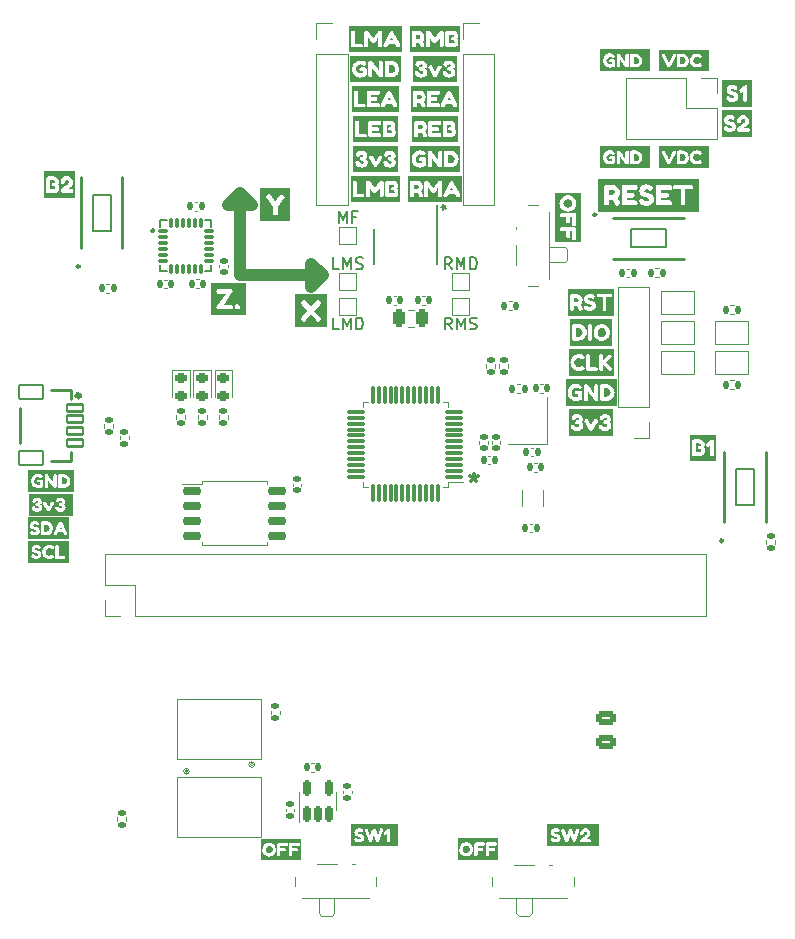
<source format=gto>
%TF.GenerationSoftware,KiCad,Pcbnew,(6.0.0-0)*%
%TF.CreationDate,2022-06-01T09:22:48+02:00*%
%TF.ProjectId,Zumo_PiZero,5a756d6f-5f50-4695-9a65-726f2e6b6963,rev?*%
%TF.SameCoordinates,Original*%
%TF.FileFunction,Legend,Top*%
%TF.FilePolarity,Positive*%
%FSLAX46Y46*%
G04 Gerber Fmt 4.6, Leading zero omitted, Abs format (unit mm)*
G04 Created by KiCad (PCBNEW (6.0.0-0)) date 2022-06-01 09:22:48*
%MOMM*%
%LPD*%
G01*
G04 APERTURE LIST*
G04 Aperture macros list*
%AMRoundRect*
0 Rectangle with rounded corners*
0 $1 Rounding radius*
0 $2 $3 $4 $5 $6 $7 $8 $9 X,Y pos of 4 corners*
0 Add a 4 corners polygon primitive as box body*
4,1,4,$2,$3,$4,$5,$6,$7,$8,$9,$2,$3,0*
0 Add four circle primitives for the rounded corners*
1,1,$1+$1,$2,$3*
1,1,$1+$1,$4,$5*
1,1,$1+$1,$6,$7*
1,1,$1+$1,$8,$9*
0 Add four rect primitives between the rounded corners*
20,1,$1+$1,$2,$3,$4,$5,0*
20,1,$1+$1,$4,$5,$6,$7,0*
20,1,$1+$1,$6,$7,$8,$9,0*
20,1,$1+$1,$8,$9,$2,$3,0*%
G04 Aperture macros list end*
%ADD10C,0.300000*%
%ADD11C,1.000000*%
%ADD12C,0.150000*%
%ADD13C,0.120000*%
%ADD14C,0.254000*%
%ADD15C,0.398780*%
%ADD16C,0.152400*%
%ADD17C,0.127000*%
%ADD18RoundRect,0.075000X-0.350000X-0.075000X0.350000X-0.075000X0.350000X0.075000X-0.350000X0.075000X0*%
%ADD19RoundRect,0.075000X0.075000X-0.350000X0.075000X0.350000X-0.075000X0.350000X-0.075000X-0.350000X0*%
%ADD20RoundRect,0.135000X-0.185000X0.135000X-0.185000X-0.135000X0.185000X-0.135000X0.185000X0.135000X0*%
%ADD21RoundRect,0.150000X-0.650000X-0.150000X0.650000X-0.150000X0.650000X0.150000X-0.650000X0.150000X0*%
%ADD22R,1.700000X1.700000*%
%ADD23RoundRect,0.250000X-0.625000X0.350000X-0.625000X-0.350000X0.625000X-0.350000X0.625000X0.350000X0*%
%ADD24C,3.800000*%
%ADD25RoundRect,0.140000X-0.140000X-0.170000X0.140000X-0.170000X0.140000X0.170000X-0.140000X0.170000X0*%
%ADD26RoundRect,0.135000X0.135000X0.185000X-0.135000X0.185000X-0.135000X-0.185000X0.135000X-0.185000X0*%
%ADD27RoundRect,0.101600X-0.674370X0.299720X-0.674370X-0.299720X0.674370X-0.299720X0.674370X0.299720X0*%
%ADD28RoundRect,0.101600X-0.999490X0.599440X-0.999490X-0.599440X0.999490X-0.599440X0.999490X0.599440X0*%
%ADD29R,0.449999X1.400000*%
%ADD30R,2.560000X2.460000*%
%ADD31RoundRect,0.140000X0.170000X-0.140000X0.170000X0.140000X-0.170000X0.140000X-0.170000X-0.140000X0*%
%ADD32RoundRect,0.140000X0.140000X0.170000X-0.140000X0.170000X-0.140000X-0.170000X0.140000X-0.170000X0*%
%ADD33R,1.200000X1.400000*%
%ADD34R,2.000000X2.000000*%
%ADD35O,1.700000X1.700000*%
%ADD36RoundRect,0.150000X0.150000X-0.512500X0.150000X0.512500X-0.150000X0.512500X-0.150000X-0.512500X0*%
%ADD37R,1.420000X0.610000*%
%ADD38R,3.910000X3.750000*%
%ADD39RoundRect,0.250000X-0.250000X-0.475000X0.250000X-0.475000X0.250000X0.475000X-0.250000X0.475000X0*%
%ADD40RoundRect,0.140000X-0.170000X0.140000X-0.170000X-0.140000X0.170000X-0.140000X0.170000X0.140000X0*%
%ADD41R,1.000000X1.000000*%
%ADD42C,0.900000*%
%ADD43R,1.000000X0.800000*%
%ADD44R,0.700000X1.500000*%
%ADD45RoundRect,0.135000X-0.135000X-0.185000X0.135000X-0.185000X0.135000X0.185000X-0.135000X0.185000X0*%
%ADD46RoundRect,0.135000X0.185000X-0.135000X0.185000X0.135000X-0.185000X0.135000X-0.185000X-0.135000X0*%
%ADD47RoundRect,0.218750X-0.256250X0.218750X-0.256250X-0.218750X0.256250X-0.218750X0.256250X0.218750X0*%
%ADD48RoundRect,0.075000X0.662500X0.075000X-0.662500X0.075000X-0.662500X-0.075000X0.662500X-0.075000X0*%
%ADD49RoundRect,0.075000X0.075000X0.662500X-0.075000X0.662500X-0.075000X-0.662500X0.075000X-0.662500X0*%
%ADD50R,1.000000X1.500000*%
%ADD51R,1.800000X1.000000*%
%ADD52R,0.800000X1.000000*%
%ADD53R,1.500000X0.700000*%
G04 APERTURE END LIST*
D10*
X91600000Y-86135714D02*
X91671428Y-86207142D01*
X91600000Y-86278571D01*
X91528571Y-86207142D01*
X91600000Y-86135714D01*
X91600000Y-86278571D01*
X118800000Y-106778571D02*
X118800000Y-107135714D01*
X118442857Y-106992857D02*
X118800000Y-107135714D01*
X119157142Y-106992857D01*
X118585714Y-107421428D02*
X118800000Y-107135714D01*
X119014285Y-107421428D01*
D11*
X105000000Y-89000000D02*
X105000000Y-91000000D01*
X106000000Y-90000000D02*
X105000000Y-89000000D01*
X98000000Y-84000000D02*
X100000000Y-84000000D01*
X99000000Y-90000000D02*
X99000000Y-83000000D01*
X99000000Y-83000000D02*
X98000000Y-84000000D01*
X99000000Y-90000000D02*
X106000000Y-90000000D01*
X100000000Y-84000000D02*
X99000000Y-83000000D01*
X105000000Y-91000000D02*
X106000000Y-90000000D01*
D12*
X116913095Y-89477380D02*
X116579761Y-89001190D01*
X116341666Y-89477380D02*
X116341666Y-88477380D01*
X116722619Y-88477380D01*
X116817857Y-88525000D01*
X116865476Y-88572619D01*
X116913095Y-88667857D01*
X116913095Y-88810714D01*
X116865476Y-88905952D01*
X116817857Y-88953571D01*
X116722619Y-89001190D01*
X116341666Y-89001190D01*
X117341666Y-89477380D02*
X117341666Y-88477380D01*
X117675000Y-89191666D01*
X118008333Y-88477380D01*
X118008333Y-89477380D01*
X118484523Y-89477380D02*
X118484523Y-88477380D01*
X118722619Y-88477380D01*
X118865476Y-88525000D01*
X118960714Y-88620238D01*
X119008333Y-88715476D01*
X119055952Y-88905952D01*
X119055952Y-89048809D01*
X119008333Y-89239285D01*
X118960714Y-89334523D01*
X118865476Y-89429761D01*
X118722619Y-89477380D01*
X118484523Y-89477380D01*
X107363095Y-85552380D02*
X107363095Y-84552380D01*
X107696428Y-85266666D01*
X108029761Y-84552380D01*
X108029761Y-85552380D01*
X108839285Y-85028571D02*
X108505952Y-85028571D01*
X108505952Y-85552380D02*
X108505952Y-84552380D01*
X108982142Y-84552380D01*
X107386904Y-89477380D02*
X106910714Y-89477380D01*
X106910714Y-88477380D01*
X107720238Y-89477380D02*
X107720238Y-88477380D01*
X108053571Y-89191666D01*
X108386904Y-88477380D01*
X108386904Y-89477380D01*
X108815476Y-89429761D02*
X108958333Y-89477380D01*
X109196428Y-89477380D01*
X109291666Y-89429761D01*
X109339285Y-89382142D01*
X109386904Y-89286904D01*
X109386904Y-89191666D01*
X109339285Y-89096428D01*
X109291666Y-89048809D01*
X109196428Y-89001190D01*
X109005952Y-88953571D01*
X108910714Y-88905952D01*
X108863095Y-88858333D01*
X108815476Y-88763095D01*
X108815476Y-88667857D01*
X108863095Y-88572619D01*
X108910714Y-88525000D01*
X109005952Y-88477380D01*
X109244047Y-88477380D01*
X109386904Y-88525000D01*
X107363095Y-94577380D02*
X106886904Y-94577380D01*
X106886904Y-93577380D01*
X107696428Y-94577380D02*
X107696428Y-93577380D01*
X108029761Y-94291666D01*
X108363095Y-93577380D01*
X108363095Y-94577380D01*
X108839285Y-94577380D02*
X108839285Y-93577380D01*
X109077380Y-93577380D01*
X109220238Y-93625000D01*
X109315476Y-93720238D01*
X109363095Y-93815476D01*
X109410714Y-94005952D01*
X109410714Y-94148809D01*
X109363095Y-94339285D01*
X109315476Y-94434523D01*
X109220238Y-94529761D01*
X109077380Y-94577380D01*
X108839285Y-94577380D01*
X116936904Y-94577380D02*
X116603571Y-94101190D01*
X116365476Y-94577380D02*
X116365476Y-93577380D01*
X116746428Y-93577380D01*
X116841666Y-93625000D01*
X116889285Y-93672619D01*
X116936904Y-93767857D01*
X116936904Y-93910714D01*
X116889285Y-94005952D01*
X116841666Y-94053571D01*
X116746428Y-94101190D01*
X116365476Y-94101190D01*
X117365476Y-94577380D02*
X117365476Y-93577380D01*
X117698809Y-94291666D01*
X118032142Y-93577380D01*
X118032142Y-94577380D01*
X118460714Y-94529761D02*
X118603571Y-94577380D01*
X118841666Y-94577380D01*
X118936904Y-94529761D01*
X118984523Y-94482142D01*
X119032142Y-94386904D01*
X119032142Y-94291666D01*
X118984523Y-94196428D01*
X118936904Y-94148809D01*
X118841666Y-94101190D01*
X118651190Y-94053571D01*
X118555952Y-94005952D01*
X118508333Y-93958333D01*
X118460714Y-93863095D01*
X118460714Y-93767857D01*
X118508333Y-93672619D01*
X118555952Y-93625000D01*
X118651190Y-93577380D01*
X118889285Y-93577380D01*
X119032142Y-93625000D01*
%TO.C,U7*%
X116052380Y-84200000D02*
X116290476Y-84200000D01*
X116195238Y-84438095D02*
X116290476Y-84200000D01*
X116195238Y-83961904D01*
X116480952Y-84342857D02*
X116290476Y-84200000D01*
X116480952Y-84057142D01*
%TO.C,U6*%
X92266000Y-85344000D02*
X92266000Y-85869000D01*
X96566000Y-85344000D02*
X96041000Y-85344000D01*
X96566000Y-89644000D02*
X96041000Y-89644000D01*
X96566000Y-89644000D02*
X96566000Y-89119000D01*
X92266000Y-85344000D02*
X92791000Y-85344000D01*
X92266000Y-89644000D02*
X92266000Y-89119000D01*
X92266000Y-89644000D02*
X92791000Y-89644000D01*
X96566000Y-85344000D02*
X96566000Y-85869000D01*
%TO.C,kibuzzard-6296FD33*%
G36*
X129479629Y-79069196D02*
G01*
X133720371Y-79069196D01*
X133720371Y-80930804D01*
X129479629Y-80930804D01*
X129479629Y-79990475D01*
X129744212Y-79990475D01*
X129755127Y-80112068D01*
X129787869Y-80224433D01*
X129842439Y-80327571D01*
X129918837Y-80421481D01*
X130010020Y-80499616D01*
X130108941Y-80555427D01*
X130215601Y-80588913D01*
X130330000Y-80600075D01*
X130455016Y-80591443D01*
X130563362Y-80565547D01*
X130655041Y-80522387D01*
X130730050Y-80461963D01*
X130738794Y-80442913D01*
X130901500Y-80442913D01*
X130903881Y-80498475D01*
X130918962Y-80541338D01*
X130960237Y-80573484D01*
X131039612Y-80584200D01*
X131121369Y-80573484D01*
X131163437Y-80541338D01*
X131178519Y-80500063D01*
X131180900Y-80444500D01*
X131180900Y-79922212D01*
X131225262Y-79980068D01*
X131283206Y-80056268D01*
X131354731Y-80150813D01*
X131439839Y-80263701D01*
X131538528Y-80394935D01*
X131650800Y-80544513D01*
X131690488Y-80574675D01*
X131776213Y-80584200D01*
X131857969Y-80573484D01*
X131900038Y-80541338D01*
X131915119Y-80500063D01*
X131917500Y-80444500D01*
X131917500Y-80441325D01*
X132044500Y-80441325D01*
X132063550Y-80542925D01*
X132105619Y-80572691D01*
X132184200Y-80582613D01*
X132474712Y-80582613D01*
X132591642Y-80571798D01*
X132699542Y-80539353D01*
X132798414Y-80485279D01*
X132888256Y-80409575D01*
X132962918Y-80318740D01*
X133016248Y-80219273D01*
X133048246Y-80111175D01*
X133058912Y-79994444D01*
X133047998Y-79878159D01*
X133015256Y-79771400D01*
X132960686Y-79674166D01*
X132884287Y-79586456D01*
X132793502Y-79513878D01*
X132695772Y-79462036D01*
X132591096Y-79430931D01*
X132479475Y-79420563D01*
X132185788Y-79418975D01*
X132104031Y-79429691D01*
X132061962Y-79461837D01*
X132046881Y-79503112D01*
X132044500Y-79558675D01*
X132044500Y-80441325D01*
X131917500Y-80441325D01*
X131917500Y-79563438D01*
X131907975Y-79482475D01*
X131888131Y-79449138D01*
X131846856Y-79430088D01*
X131773831Y-79422150D01*
X131698425Y-79431675D01*
X131653181Y-79468981D01*
X131638100Y-79557087D01*
X131638100Y-80093663D01*
X131594356Y-80036380D01*
X131538264Y-79961900D01*
X131469825Y-79870222D01*
X131389039Y-79761346D01*
X131295906Y-79635272D01*
X131190425Y-79492000D01*
X131153913Y-79450725D01*
X131115019Y-79430881D01*
X131039612Y-79422150D01*
X130961825Y-79431675D01*
X130916581Y-79468981D01*
X130901500Y-79557087D01*
X130901500Y-80442913D01*
X130738794Y-80442913D01*
X130774500Y-80365125D01*
X130774500Y-80015875D01*
X130758625Y-79926975D01*
X130653850Y-79882525D01*
X130374450Y-79882525D01*
X130298250Y-79896813D01*
X130272056Y-79931737D01*
X130264913Y-79999206D01*
X130271262Y-80065881D01*
X130298250Y-80103188D01*
X130368100Y-80115888D01*
X130493513Y-80115888D01*
X130493513Y-80288925D01*
X130419297Y-80310356D01*
X130336350Y-80317500D01*
X130222050Y-80293489D01*
X130120450Y-80221456D01*
X130067533Y-80152841D01*
X130035783Y-80075053D01*
X130025200Y-79988094D01*
X130048616Y-79863872D01*
X130118862Y-79765844D01*
X130219272Y-79702145D01*
X130333175Y-79680913D01*
X130418900Y-79691827D01*
X130491925Y-79724569D01*
X130588762Y-79768225D01*
X130642341Y-79747191D01*
X130701475Y-79684087D01*
X130737988Y-79594394D01*
X130695125Y-79523750D01*
X130581707Y-79454958D01*
X130463703Y-79413683D01*
X130341113Y-79399925D01*
X130224431Y-79410492D01*
X130115687Y-79442192D01*
X130014881Y-79495026D01*
X129922012Y-79568994D01*
X129844225Y-79658737D01*
X129788662Y-79758898D01*
X129755325Y-79869478D01*
X129744212Y-79990475D01*
X129479629Y-79990475D01*
X129479629Y-79069196D01*
G37*
G36*
X132590798Y-79723180D02*
G01*
X132688231Y-79788069D01*
X132755502Y-79885105D01*
X132777925Y-80003175D01*
X132754906Y-80120848D01*
X132685850Y-80216694D01*
X132588219Y-80280392D01*
X132479475Y-80301625D01*
X132325487Y-80301625D01*
X132325487Y-79701550D01*
X132477887Y-79701550D01*
X132590798Y-79723180D01*
G37*
%TO.C,kibuzzard-6296FD26*%
G36*
X134449467Y-79073958D02*
G01*
X138750533Y-79073958D01*
X138750533Y-80926042D01*
X134449467Y-80926042D01*
X134449467Y-79534863D01*
X134714050Y-79534863D01*
X134737862Y-79611063D01*
X135176012Y-80500063D01*
X135229194Y-80556419D01*
X135304600Y-80577850D01*
X135320475Y-80577850D01*
X135394294Y-80556419D01*
X135447475Y-80500063D01*
X135478771Y-80436563D01*
X135996750Y-80436563D01*
X136015800Y-80538163D01*
X136057869Y-80567928D01*
X136136450Y-80577850D01*
X136426963Y-80577850D01*
X136543892Y-80567035D01*
X136651792Y-80534591D01*
X136750664Y-80480516D01*
X136840506Y-80404813D01*
X136915168Y-80313978D01*
X136968498Y-80214511D01*
X137000496Y-80106412D01*
X137010945Y-79992063D01*
X137090538Y-79992063D01*
X137101055Y-80111323D01*
X137132606Y-80221456D01*
X137180430Y-80317500D01*
X137239763Y-80394494D01*
X137309017Y-80456803D01*
X137386606Y-80508794D01*
X137467172Y-80548878D01*
X137545356Y-80575469D01*
X137621953Y-80590352D01*
X137697756Y-80595313D01*
X137774552Y-80588963D01*
X137854125Y-80569913D01*
X137961281Y-80528638D01*
X138016050Y-80495300D01*
X138066056Y-80455613D01*
X138087488Y-80400050D01*
X138052563Y-80311150D01*
X137997397Y-80244475D01*
X137946200Y-80222250D01*
X137870000Y-80254000D01*
X137841425Y-80274638D01*
X137778719Y-80300038D01*
X137685850Y-80312738D01*
X137583059Y-80295275D01*
X137484238Y-80242888D01*
X137403275Y-80142875D01*
X137379463Y-80075208D01*
X137371525Y-79999206D01*
X137379463Y-79923205D01*
X137403275Y-79855538D01*
X137482650Y-79757113D01*
X137583456Y-79703534D01*
X137685850Y-79685675D01*
X137785862Y-79699169D01*
X137863650Y-79739650D01*
X137944613Y-79774575D01*
X137997000Y-79753144D01*
X138055738Y-79688850D01*
X138089075Y-79600744D01*
X138047800Y-79525338D01*
X138003350Y-79496762D01*
X137965250Y-79474537D01*
X137848569Y-79427706D01*
X137772170Y-79410442D01*
X137696963Y-79404687D01*
X137592364Y-79414212D01*
X137488118Y-79442787D01*
X137384225Y-79490413D01*
X137306239Y-79540220D01*
X137237381Y-79600744D01*
X137178842Y-79675356D01*
X137131812Y-79767431D01*
X137100856Y-79873992D01*
X137090538Y-79992063D01*
X137010945Y-79992063D01*
X137011163Y-79989681D01*
X137000248Y-79873397D01*
X136967506Y-79766638D01*
X136912936Y-79669403D01*
X136836538Y-79581694D01*
X136745752Y-79509115D01*
X136648022Y-79457273D01*
X136543346Y-79426168D01*
X136431725Y-79415800D01*
X136138038Y-79414213D01*
X136056281Y-79424928D01*
X136014213Y-79457075D01*
X135999131Y-79498350D01*
X135996750Y-79553913D01*
X135996750Y-80436563D01*
X135478771Y-80436563D01*
X135885625Y-79611063D01*
X135909438Y-79534863D01*
X135886022Y-79481681D01*
X135815775Y-79433263D01*
X135722112Y-79406275D01*
X135652262Y-79449138D01*
X135630037Y-79496762D01*
X135312537Y-80192088D01*
X135295273Y-80155377D01*
X135256181Y-80070644D01*
X135204587Y-79958527D01*
X135149819Y-79839663D01*
X135095248Y-79720798D01*
X135044250Y-79608681D01*
X135004364Y-79521369D01*
X134983131Y-79476919D01*
X134956937Y-79434850D01*
X134929950Y-79412625D01*
X134887881Y-79406275D01*
X134807712Y-79433263D01*
X134737466Y-79481681D01*
X134714050Y-79534863D01*
X134449467Y-79534863D01*
X134449467Y-79073958D01*
G37*
G36*
X136543048Y-79718417D02*
G01*
X136640481Y-79783306D01*
X136707752Y-79880342D01*
X136730175Y-79998413D01*
X136707156Y-80116086D01*
X136638100Y-80211931D01*
X136540469Y-80275630D01*
X136431725Y-80296863D01*
X136277737Y-80296863D01*
X136277737Y-79696788D01*
X136430138Y-79696788D01*
X136543048Y-79718417D01*
G37*
%TO.C,kibuzzard-6296FD33*%
G36*
X129479629Y-70869196D02*
G01*
X133720371Y-70869196D01*
X133720371Y-72730804D01*
X129479629Y-72730804D01*
X129479629Y-71790475D01*
X129744212Y-71790475D01*
X129755127Y-71912068D01*
X129787869Y-72024433D01*
X129842439Y-72127571D01*
X129918837Y-72221481D01*
X130010020Y-72299616D01*
X130108941Y-72355427D01*
X130215601Y-72388913D01*
X130330000Y-72400075D01*
X130455016Y-72391443D01*
X130563362Y-72365547D01*
X130655041Y-72322387D01*
X130730050Y-72261963D01*
X130738794Y-72242913D01*
X130901500Y-72242913D01*
X130903881Y-72298475D01*
X130918962Y-72341338D01*
X130960237Y-72373484D01*
X131039612Y-72384200D01*
X131121369Y-72373484D01*
X131163437Y-72341338D01*
X131178519Y-72300063D01*
X131180900Y-72244500D01*
X131180900Y-71722212D01*
X131225262Y-71780068D01*
X131283206Y-71856268D01*
X131354731Y-71950813D01*
X131439839Y-72063701D01*
X131538528Y-72194935D01*
X131650800Y-72344513D01*
X131690488Y-72374675D01*
X131776213Y-72384200D01*
X131857969Y-72373484D01*
X131900038Y-72341338D01*
X131915119Y-72300063D01*
X131917500Y-72244500D01*
X131917500Y-72241325D01*
X132044500Y-72241325D01*
X132063550Y-72342925D01*
X132105619Y-72372691D01*
X132184200Y-72382613D01*
X132474712Y-72382613D01*
X132591642Y-72371798D01*
X132699542Y-72339353D01*
X132798414Y-72285279D01*
X132888256Y-72209575D01*
X132962918Y-72118740D01*
X133016248Y-72019273D01*
X133048246Y-71911175D01*
X133058912Y-71794444D01*
X133047998Y-71678159D01*
X133015256Y-71571400D01*
X132960686Y-71474166D01*
X132884287Y-71386456D01*
X132793502Y-71313878D01*
X132695772Y-71262036D01*
X132591096Y-71230931D01*
X132479475Y-71220563D01*
X132185788Y-71218975D01*
X132104031Y-71229691D01*
X132061962Y-71261837D01*
X132046881Y-71303112D01*
X132044500Y-71358675D01*
X132044500Y-72241325D01*
X131917500Y-72241325D01*
X131917500Y-71363438D01*
X131907975Y-71282475D01*
X131888131Y-71249138D01*
X131846856Y-71230088D01*
X131773831Y-71222150D01*
X131698425Y-71231675D01*
X131653181Y-71268981D01*
X131638100Y-71357087D01*
X131638100Y-71893663D01*
X131594356Y-71836380D01*
X131538264Y-71761900D01*
X131469825Y-71670222D01*
X131389039Y-71561346D01*
X131295906Y-71435272D01*
X131190425Y-71292000D01*
X131153913Y-71250725D01*
X131115019Y-71230881D01*
X131039612Y-71222150D01*
X130961825Y-71231675D01*
X130916581Y-71268981D01*
X130901500Y-71357087D01*
X130901500Y-72242913D01*
X130738794Y-72242913D01*
X130774500Y-72165125D01*
X130774500Y-71815875D01*
X130758625Y-71726975D01*
X130653850Y-71682525D01*
X130374450Y-71682525D01*
X130298250Y-71696813D01*
X130272056Y-71731737D01*
X130264913Y-71799206D01*
X130271262Y-71865881D01*
X130298250Y-71903188D01*
X130368100Y-71915888D01*
X130493513Y-71915888D01*
X130493513Y-72088925D01*
X130419297Y-72110356D01*
X130336350Y-72117500D01*
X130222050Y-72093489D01*
X130120450Y-72021456D01*
X130067533Y-71952841D01*
X130035783Y-71875053D01*
X130025200Y-71788094D01*
X130048616Y-71663872D01*
X130118862Y-71565844D01*
X130219272Y-71502145D01*
X130333175Y-71480913D01*
X130418900Y-71491827D01*
X130491925Y-71524569D01*
X130588762Y-71568225D01*
X130642341Y-71547191D01*
X130701475Y-71484087D01*
X130737988Y-71394394D01*
X130695125Y-71323750D01*
X130581707Y-71254958D01*
X130463703Y-71213683D01*
X130341113Y-71199925D01*
X130224431Y-71210492D01*
X130115687Y-71242192D01*
X130014881Y-71295026D01*
X129922012Y-71368994D01*
X129844225Y-71458737D01*
X129788662Y-71558898D01*
X129755325Y-71669478D01*
X129744212Y-71790475D01*
X129479629Y-71790475D01*
X129479629Y-70869196D01*
G37*
G36*
X132590798Y-71523180D02*
G01*
X132688231Y-71588069D01*
X132755502Y-71685105D01*
X132777925Y-71803175D01*
X132754906Y-71920848D01*
X132685850Y-72016694D01*
X132588219Y-72080392D01*
X132479475Y-72101625D01*
X132325487Y-72101625D01*
X132325487Y-71501550D01*
X132477887Y-71501550D01*
X132590798Y-71523180D01*
G37*
%TO.C,kibuzzard-6296FD26*%
G36*
X134449467Y-70873958D02*
G01*
X138750533Y-70873958D01*
X138750533Y-72726042D01*
X134449467Y-72726042D01*
X134449467Y-71334863D01*
X134714050Y-71334863D01*
X134737862Y-71411063D01*
X135176012Y-72300063D01*
X135229194Y-72356419D01*
X135304600Y-72377850D01*
X135320475Y-72377850D01*
X135394294Y-72356419D01*
X135447475Y-72300063D01*
X135478771Y-72236563D01*
X135996750Y-72236563D01*
X136015800Y-72338163D01*
X136057869Y-72367928D01*
X136136450Y-72377850D01*
X136426963Y-72377850D01*
X136543892Y-72367035D01*
X136651792Y-72334591D01*
X136750664Y-72280516D01*
X136840506Y-72204813D01*
X136915168Y-72113978D01*
X136968498Y-72014511D01*
X137000496Y-71906412D01*
X137010945Y-71792063D01*
X137090538Y-71792063D01*
X137101055Y-71911323D01*
X137132606Y-72021456D01*
X137180430Y-72117500D01*
X137239763Y-72194494D01*
X137309017Y-72256803D01*
X137386606Y-72308794D01*
X137467172Y-72348878D01*
X137545356Y-72375469D01*
X137621953Y-72390352D01*
X137697756Y-72395313D01*
X137774552Y-72388963D01*
X137854125Y-72369913D01*
X137961281Y-72328638D01*
X138016050Y-72295300D01*
X138066056Y-72255613D01*
X138087488Y-72200050D01*
X138052563Y-72111150D01*
X137997397Y-72044475D01*
X137946200Y-72022250D01*
X137870000Y-72054000D01*
X137841425Y-72074638D01*
X137778719Y-72100038D01*
X137685850Y-72112738D01*
X137583059Y-72095275D01*
X137484238Y-72042888D01*
X137403275Y-71942875D01*
X137379463Y-71875208D01*
X137371525Y-71799206D01*
X137379463Y-71723205D01*
X137403275Y-71655538D01*
X137482650Y-71557113D01*
X137583456Y-71503534D01*
X137685850Y-71485675D01*
X137785862Y-71499169D01*
X137863650Y-71539650D01*
X137944613Y-71574575D01*
X137997000Y-71553144D01*
X138055738Y-71488850D01*
X138089075Y-71400744D01*
X138047800Y-71325338D01*
X138003350Y-71296762D01*
X137965250Y-71274537D01*
X137848569Y-71227706D01*
X137772170Y-71210442D01*
X137696963Y-71204687D01*
X137592364Y-71214212D01*
X137488118Y-71242787D01*
X137384225Y-71290413D01*
X137306239Y-71340220D01*
X137237381Y-71400744D01*
X137178842Y-71475356D01*
X137131812Y-71567431D01*
X137100856Y-71673992D01*
X137090538Y-71792063D01*
X137010945Y-71792063D01*
X137011163Y-71789681D01*
X137000248Y-71673397D01*
X136967506Y-71566638D01*
X136912936Y-71469403D01*
X136836538Y-71381694D01*
X136745752Y-71309115D01*
X136648022Y-71257273D01*
X136543346Y-71226168D01*
X136431725Y-71215800D01*
X136138038Y-71214213D01*
X136056281Y-71224928D01*
X136014213Y-71257075D01*
X135999131Y-71298350D01*
X135996750Y-71353913D01*
X135996750Y-72236563D01*
X135478771Y-72236563D01*
X135885625Y-71411063D01*
X135909438Y-71334863D01*
X135886022Y-71281681D01*
X135815775Y-71233263D01*
X135722112Y-71206275D01*
X135652262Y-71249138D01*
X135630037Y-71296762D01*
X135312537Y-71992088D01*
X135295273Y-71955377D01*
X135256181Y-71870644D01*
X135204587Y-71758527D01*
X135149819Y-71639663D01*
X135095248Y-71520798D01*
X135044250Y-71408681D01*
X135004364Y-71321369D01*
X134983131Y-71276919D01*
X134956937Y-71234850D01*
X134929950Y-71212625D01*
X134887881Y-71206275D01*
X134807712Y-71233263D01*
X134737466Y-71281681D01*
X134714050Y-71334863D01*
X134449467Y-71334863D01*
X134449467Y-70873958D01*
G37*
G36*
X136543048Y-71518417D02*
G01*
X136640481Y-71583306D01*
X136707752Y-71680342D01*
X136730175Y-71798413D01*
X136707156Y-71916086D01*
X136638100Y-72011931D01*
X136540469Y-72075630D01*
X136431725Y-72096863D01*
X136277737Y-72096863D01*
X136277737Y-71496788D01*
X136430138Y-71496788D01*
X136543048Y-71518417D01*
G37*
%TO.C,kibuzzard-6296FD01*%
G36*
X125029623Y-136469990D02*
G01*
X129370377Y-136469990D01*
X129370377Y-138330010D01*
X125029623Y-138330010D01*
X125029623Y-137728613D01*
X125294206Y-137728613D01*
X125335481Y-137819894D01*
X125349769Y-137837356D01*
X125395806Y-137885775D01*
X125467244Y-137935781D01*
X125575194Y-137981025D01*
X125643853Y-137994717D01*
X125716481Y-137999281D01*
X125811908Y-137989933D01*
X125903453Y-137961887D01*
X125991119Y-137915144D01*
X126051444Y-137863352D01*
X126099069Y-137793700D01*
X126130025Y-137708967D01*
X126140344Y-137611931D01*
X126130223Y-137516880D01*
X126099862Y-137438100D01*
X126054420Y-137377973D01*
X125999056Y-137338881D01*
X125935953Y-137312489D01*
X125867294Y-137290462D01*
X125798634Y-137273198D01*
X125735531Y-137261094D01*
X125634725Y-137224581D01*
X125594244Y-137153937D01*
X125628375Y-137085675D01*
X125714100Y-137061069D01*
X125799031Y-137081706D01*
X125823637Y-137102344D01*
X125841894Y-137118219D01*
X125924444Y-137149969D01*
X125980800Y-137130125D01*
X126035569Y-137070594D01*
X126073669Y-136983281D01*
X126038517Y-136927719D01*
X126203844Y-136927719D01*
X126221306Y-137005506D01*
X126527694Y-137886569D01*
X126538806Y-137910381D01*
X126582462Y-137958006D01*
X126665806Y-137981819D01*
X126753119Y-137945306D01*
X126778519Y-137913556D01*
X126792806Y-137886569D01*
X126800998Y-137862312D01*
X126823032Y-137797161D01*
X126858910Y-137691116D01*
X126908630Y-137544177D01*
X126972194Y-137356344D01*
X127157931Y-137904031D01*
X127203175Y-137955625D01*
X127284137Y-137981819D01*
X127365100Y-137955625D01*
X127407169Y-137913556D01*
X127418281Y-137886569D01*
X127433109Y-137843706D01*
X127805631Y-137843706D01*
X127846906Y-137943719D01*
X127945331Y-137986581D01*
X128566044Y-137986581D01*
X128664469Y-137967531D01*
X128698600Y-137926256D01*
X128708919Y-137846087D01*
X128699394Y-137765125D01*
X128662088Y-137719088D01*
X128569219Y-137704006D01*
X128278706Y-137704006D01*
X128278706Y-137696069D01*
X128318394Y-137680194D01*
X128416819Y-137626616D01*
X128527944Y-137538906D01*
X128579537Y-137481756D01*
X128623194Y-137408731D01*
X128652959Y-137325387D01*
X128662881Y-137237281D01*
X128649652Y-137128185D01*
X128609965Y-137027378D01*
X128543819Y-136934862D01*
X128456418Y-136861220D01*
X128352966Y-136817035D01*
X128233462Y-136802306D01*
X128114047Y-136816858D01*
X128010860Y-136860515D01*
X127923900Y-136933275D01*
X127858195Y-137024380D01*
X127818772Y-137123069D01*
X127805631Y-137229344D01*
X127813569Y-137310306D01*
X127856828Y-137355550D01*
X127945331Y-137370631D01*
X128026294Y-137361106D01*
X128069156Y-137332531D01*
X128084237Y-137292844D01*
X128086619Y-137240456D01*
X128086619Y-137230931D01*
X128092969Y-137194419D01*
X128135037Y-137120600D01*
X128223144Y-137083294D01*
X128302519Y-137097581D01*
X128344587Y-137128538D01*
X128369194Y-137171400D01*
X128380306Y-137211881D01*
X128365423Y-137281334D01*
X128320775Y-137346819D01*
X128255092Y-137406945D01*
X128177106Y-137460325D01*
X128092969Y-137510728D01*
X128008831Y-137561925D01*
X127930845Y-137618678D01*
X127865162Y-137685750D01*
X127820514Y-137761355D01*
X127805631Y-137843706D01*
X127433109Y-137843706D01*
X127723081Y-137005506D01*
X127742131Y-136927719D01*
X127715541Y-136870569D01*
X127635769Y-136826119D01*
X127561156Y-136810244D01*
X127507975Y-136826912D01*
X127478606Y-136861044D01*
X127457969Y-136915019D01*
X127283344Y-137448419D01*
X127100781Y-136897556D01*
X127056331Y-136845962D01*
X126980925Y-136819769D01*
X126915044Y-136830881D01*
X126865434Y-136866600D01*
X126834081Y-136922956D01*
X126661044Y-137445244D01*
X126486419Y-136915019D01*
X126450700Y-136837231D01*
X126393550Y-136811831D01*
X126310206Y-136827706D01*
X126230434Y-136870966D01*
X126203844Y-136927719D01*
X126038517Y-136927719D01*
X126024456Y-136905494D01*
X125984769Y-136875331D01*
X125876025Y-136825325D01*
X125793277Y-136806870D01*
X125702194Y-136800719D01*
X125590981Y-136812272D01*
X125496524Y-136846933D01*
X125418825Y-136904700D01*
X125361058Y-136977990D01*
X125326397Y-137059217D01*
X125314844Y-137148381D01*
X125324964Y-137242639D01*
X125355325Y-137322212D01*
X125400767Y-137384720D01*
X125456131Y-137427781D01*
X125518837Y-137458936D01*
X125586306Y-137485725D01*
X125653775Y-137506958D01*
X125716481Y-137521444D01*
X125817287Y-137557163D01*
X125857769Y-137618281D01*
X125841365Y-137685309D01*
X125792152Y-137725526D01*
X125710131Y-137738931D01*
X125633931Y-137714325D01*
X125570431Y-137662731D01*
X125499787Y-137603200D01*
X125446606Y-137583356D01*
X125362469Y-137621456D01*
X125311272Y-137681583D01*
X125294206Y-137728613D01*
X125029623Y-137728613D01*
X125029623Y-136469990D01*
G37*
%TO.C,kibuzzard-6296FCE8*%
G36*
X108409804Y-136469990D02*
G01*
X112390196Y-136469990D01*
X112390196Y-138330010D01*
X108409804Y-138330010D01*
X108409804Y-137728613D01*
X108674387Y-137728613D01*
X108715662Y-137819894D01*
X108729950Y-137837356D01*
X108775987Y-137885775D01*
X108847425Y-137935781D01*
X108955375Y-137981025D01*
X109024034Y-137994717D01*
X109096662Y-137999281D01*
X109192089Y-137989933D01*
X109283635Y-137961887D01*
X109371300Y-137915144D01*
X109431625Y-137863352D01*
X109479250Y-137793700D01*
X109510206Y-137708967D01*
X109520525Y-137611931D01*
X109510405Y-137516880D01*
X109480044Y-137438100D01*
X109434602Y-137377973D01*
X109379237Y-137338881D01*
X109316134Y-137312489D01*
X109247475Y-137290462D01*
X109178816Y-137273198D01*
X109115712Y-137261094D01*
X109014906Y-137224581D01*
X108974425Y-137153937D01*
X109008556Y-137085675D01*
X109094281Y-137061069D01*
X109179212Y-137081706D01*
X109203819Y-137102344D01*
X109222075Y-137118219D01*
X109304625Y-137149969D01*
X109360981Y-137130125D01*
X109415750Y-137070594D01*
X109453850Y-136983281D01*
X109418698Y-136927719D01*
X109584025Y-136927719D01*
X109601487Y-137005506D01*
X109907875Y-137886569D01*
X109918987Y-137910381D01*
X109962644Y-137958006D01*
X110045987Y-137981819D01*
X110133300Y-137945306D01*
X110158700Y-137913556D01*
X110172987Y-137886569D01*
X110181179Y-137862312D01*
X110203213Y-137797161D01*
X110239091Y-137691116D01*
X110288812Y-137544177D01*
X110352375Y-137356344D01*
X110538113Y-137904031D01*
X110583356Y-137955625D01*
X110664319Y-137981819D01*
X110745281Y-137955625D01*
X110787350Y-137913556D01*
X110798463Y-137886569D01*
X111039007Y-137191244D01*
X111169938Y-137191244D01*
X111219944Y-137289669D01*
X111315988Y-137345231D01*
X111427112Y-137296019D01*
X111447750Y-137276969D01*
X111447750Y-137843706D01*
X111450131Y-137901650D01*
X111465213Y-137945306D01*
X111507678Y-137976262D01*
X111587450Y-137986581D01*
X111669206Y-137975866D01*
X111711275Y-137943719D01*
X111726356Y-137901650D01*
X111728738Y-137846881D01*
X111728738Y-136962644D01*
X111720800Y-136878506D01*
X111698575Y-136844375D01*
X111657300Y-136826119D01*
X111581894Y-136818181D01*
X111492200Y-136859456D01*
X111487437Y-136862631D01*
X111227087Y-137097581D01*
X111169938Y-137191244D01*
X111039007Y-137191244D01*
X111103262Y-137005506D01*
X111122313Y-136927719D01*
X111095722Y-136870569D01*
X111015950Y-136826119D01*
X110941337Y-136810244D01*
X110888156Y-136826912D01*
X110858788Y-136861044D01*
X110838150Y-136915019D01*
X110663525Y-137448419D01*
X110480962Y-136897556D01*
X110436512Y-136845962D01*
X110361106Y-136819769D01*
X110295225Y-136830881D01*
X110245616Y-136866600D01*
X110214262Y-136922956D01*
X110041225Y-137445244D01*
X109866600Y-136915019D01*
X109830881Y-136837231D01*
X109773731Y-136811831D01*
X109690387Y-136827706D01*
X109610616Y-136870966D01*
X109584025Y-136927719D01*
X109418698Y-136927719D01*
X109404637Y-136905494D01*
X109364950Y-136875331D01*
X109256206Y-136825325D01*
X109173458Y-136806870D01*
X109082375Y-136800719D01*
X108971162Y-136812272D01*
X108876706Y-136846933D01*
X108799006Y-136904700D01*
X108741239Y-136977990D01*
X108706578Y-137059217D01*
X108695025Y-137148381D01*
X108705145Y-137242639D01*
X108735506Y-137322212D01*
X108780948Y-137384720D01*
X108836312Y-137427781D01*
X108899019Y-137458936D01*
X108966487Y-137485725D01*
X109033956Y-137506958D01*
X109096662Y-137521444D01*
X109197469Y-137557163D01*
X109237950Y-137618281D01*
X109221546Y-137685309D01*
X109172333Y-137725526D01*
X109090312Y-137738931D01*
X109014112Y-137714325D01*
X108950612Y-137662731D01*
X108879969Y-137603200D01*
X108826787Y-137583356D01*
X108742650Y-137621456D01*
X108691453Y-137681583D01*
X108674387Y-137728613D01*
X108409804Y-137728613D01*
X108409804Y-136469990D01*
G37*
%TO.C,kibuzzard-6296FCA0*%
G36*
X81105054Y-108468402D02*
G01*
X84894946Y-108468402D01*
X84894946Y-110331598D01*
X81105054Y-110331598D01*
X81105054Y-109634156D01*
X81369637Y-109634156D01*
X81387100Y-109719881D01*
X81390275Y-109735756D01*
X81407737Y-109777031D01*
X81447028Y-109840134D01*
X81491875Y-109889744D01*
X81583597Y-109951480D01*
X81689431Y-109988522D01*
X81809375Y-110000869D01*
X81930201Y-109988610D01*
X82036564Y-109951833D01*
X82128462Y-109890537D01*
X82199018Y-109810369D01*
X82241351Y-109716971D01*
X82255462Y-109610344D01*
X82242366Y-109529381D01*
X82203075Y-109457944D01*
X82153069Y-109406350D01*
X82106237Y-109372219D01*
X82106237Y-109361106D01*
X82175029Y-109311276D01*
X82201078Y-109269031D01*
X82318962Y-109269031D01*
X82350712Y-109354756D01*
X82680912Y-109919906D01*
X82695200Y-109937369D01*
X82738856Y-109971500D01*
X82803944Y-109988169D01*
X82873000Y-109966738D01*
X82923800Y-109918319D01*
X83089495Y-109634156D01*
X83347663Y-109634156D01*
X83365125Y-109719881D01*
X83368300Y-109735756D01*
X83385763Y-109777031D01*
X83425053Y-109840134D01*
X83469900Y-109889744D01*
X83561622Y-109951480D01*
X83667456Y-109988522D01*
X83787400Y-110000869D01*
X83908226Y-109988610D01*
X84014589Y-109951833D01*
X84106488Y-109890537D01*
X84177043Y-109810369D01*
X84219376Y-109716971D01*
X84233488Y-109610344D01*
X84220391Y-109529381D01*
X84181100Y-109457944D01*
X84131094Y-109406350D01*
X84084263Y-109372219D01*
X84084263Y-109361106D01*
X84153054Y-109311276D01*
X84194329Y-109244337D01*
X84208088Y-109160287D01*
X84195564Y-109070770D01*
X84157993Y-108987426D01*
X84095375Y-108910256D01*
X84011061Y-108848520D01*
X83908403Y-108811478D01*
X83787400Y-108799131D01*
X83708620Y-108804687D01*
X83637381Y-108821356D01*
X83532606Y-108870569D01*
X83466725Y-108933275D01*
X83431800Y-108983281D01*
X83395288Y-109091231D01*
X83415131Y-109147984D01*
X83474663Y-109197594D01*
X83561975Y-109226169D01*
X83622300Y-109206325D01*
X83666750Y-109146794D01*
X83676275Y-109127744D01*
X83717550Y-109089644D01*
X83807244Y-109070594D01*
X83895350Y-109100756D01*
X83927100Y-109164256D01*
X83896938Y-109210691D01*
X83806450Y-109226169D01*
X83723900Y-109234106D01*
X83679847Y-109277366D01*
X83665163Y-109365869D01*
X83675878Y-109447228D01*
X83708025Y-109488106D01*
X83749300Y-109503981D01*
X83821531Y-109507156D01*
X83913606Y-109539700D01*
X83952500Y-109615106D01*
X83912813Y-109692100D01*
X83862013Y-109717698D01*
X83788988Y-109726231D01*
X83722313Y-109716706D01*
X83635000Y-109640506D01*
X83587375Y-109557956D01*
X83503238Y-109542081D01*
X83386556Y-109565100D01*
X83347663Y-109634156D01*
X83089495Y-109634156D01*
X83252412Y-109354756D01*
X83284163Y-109267444D01*
X83263525Y-109213469D01*
X83201612Y-109162669D01*
X83114300Y-109129331D01*
X83063500Y-109142825D01*
X83035719Y-109169812D01*
X83009525Y-109213469D01*
X82801562Y-109613519D01*
X82593600Y-109213469D01*
X82551531Y-109149175D01*
X82496762Y-109127744D01*
X82401512Y-109162669D01*
X82339600Y-109213866D01*
X82318962Y-109269031D01*
X82201078Y-109269031D01*
X82216304Y-109244337D01*
X82230062Y-109160287D01*
X82217539Y-109070770D01*
X82179968Y-108987426D01*
X82117350Y-108910256D01*
X82033036Y-108848520D01*
X81930378Y-108811478D01*
X81809375Y-108799131D01*
X81730595Y-108804687D01*
X81659356Y-108821356D01*
X81554581Y-108870569D01*
X81488700Y-108933275D01*
X81453775Y-108983281D01*
X81417262Y-109091231D01*
X81437106Y-109147984D01*
X81496637Y-109197594D01*
X81583950Y-109226169D01*
X81644275Y-109206325D01*
X81688725Y-109146794D01*
X81698250Y-109127744D01*
X81739525Y-109089644D01*
X81829219Y-109070594D01*
X81917325Y-109100756D01*
X81949075Y-109164256D01*
X81918912Y-109210691D01*
X81828425Y-109226169D01*
X81745875Y-109234106D01*
X81701822Y-109277366D01*
X81687137Y-109365869D01*
X81697853Y-109447228D01*
X81730000Y-109488106D01*
X81771275Y-109503981D01*
X81843506Y-109507156D01*
X81935581Y-109539700D01*
X81974475Y-109615106D01*
X81934787Y-109692100D01*
X81883987Y-109717698D01*
X81810962Y-109726231D01*
X81744287Y-109716706D01*
X81656975Y-109640506D01*
X81609350Y-109557956D01*
X81525212Y-109542081D01*
X81408531Y-109565100D01*
X81369637Y-109634156D01*
X81105054Y-109634156D01*
X81105054Y-108468402D01*
G37*
D13*
%TO.C,R1*%
X89380000Y-135856359D02*
X89380000Y-136163641D01*
X88620000Y-135856359D02*
X88620000Y-136163641D01*
%TO.C,kibuzzard-6296F475*%
G36*
X116946083Y-79810816D02*
G01*
X117063003Y-79888683D01*
X117143727Y-80005126D01*
X117170635Y-80146810D01*
X117143013Y-80288018D01*
X117060145Y-80403033D01*
X116942987Y-80479471D01*
X116812495Y-80504950D01*
X116627710Y-80504950D01*
X116627710Y-79784860D01*
X116810590Y-79784860D01*
X116946083Y-79810816D01*
G37*
G36*
X113371430Y-79026035D02*
G01*
X117666570Y-79026035D01*
X117666570Y-81259965D01*
X113371430Y-81259965D01*
X113371430Y-80131570D01*
X113530180Y-80131570D01*
X113543277Y-80277481D01*
X113582568Y-80412319D01*
X113648052Y-80536085D01*
X113739730Y-80648778D01*
X113849148Y-80742539D01*
X113967854Y-80809512D01*
X114095846Y-80849695D01*
X114233125Y-80863090D01*
X114383144Y-80852732D01*
X114513160Y-80821656D01*
X114623174Y-80769864D01*
X114713185Y-80697355D01*
X114723678Y-80674495D01*
X114918925Y-80674495D01*
X114921782Y-80741170D01*
X114939880Y-80792605D01*
X114989410Y-80831181D01*
X115084660Y-80844040D01*
X115182767Y-80831181D01*
X115233250Y-80792605D01*
X115251347Y-80743075D01*
X115254205Y-80676400D01*
X115254205Y-80049655D01*
X115307439Y-80119082D01*
X115376972Y-80210522D01*
X115462803Y-80323975D01*
X115564932Y-80459442D01*
X115683359Y-80616922D01*
X115818085Y-80796415D01*
X115865710Y-80832610D01*
X115968580Y-80844040D01*
X116066687Y-80831181D01*
X116117170Y-80792605D01*
X116135268Y-80743075D01*
X116138125Y-80676400D01*
X116138125Y-80672590D01*
X116290525Y-80672590D01*
X116313385Y-80794510D01*
X116363867Y-80830229D01*
X116458165Y-80842135D01*
X116806780Y-80842135D01*
X116947095Y-80829157D01*
X117076576Y-80790224D01*
X117195221Y-80725335D01*
X117303033Y-80634490D01*
X117392627Y-80525488D01*
X117456623Y-80406128D01*
X117495021Y-80276410D01*
X117507820Y-80136333D01*
X117494723Y-79996791D01*
X117455432Y-79868680D01*
X117389948Y-79751999D01*
X117298270Y-79646748D01*
X117189328Y-79559653D01*
X117072051Y-79497443D01*
X116946440Y-79460117D01*
X116812495Y-79447675D01*
X116460070Y-79445770D01*
X116361962Y-79458629D01*
X116311480Y-79497205D01*
X116293383Y-79546735D01*
X116290525Y-79613410D01*
X116290525Y-80672590D01*
X116138125Y-80672590D01*
X116138125Y-79619125D01*
X116126695Y-79521970D01*
X116102883Y-79481965D01*
X116053353Y-79459105D01*
X115965723Y-79449580D01*
X115875235Y-79461010D01*
X115820943Y-79505778D01*
X115802845Y-79611505D01*
X115802845Y-80255395D01*
X115750352Y-80186656D01*
X115683042Y-80097280D01*
X115600915Y-79987266D01*
X115503972Y-79856615D01*
X115392212Y-79705326D01*
X115265635Y-79533400D01*
X115221820Y-79483870D01*
X115175147Y-79460058D01*
X115084660Y-79449580D01*
X114991315Y-79461010D01*
X114937022Y-79505778D01*
X114918925Y-79611505D01*
X114918925Y-80674495D01*
X114723678Y-80674495D01*
X114766525Y-80581150D01*
X114766525Y-80162050D01*
X114747475Y-80055370D01*
X114621745Y-80002030D01*
X114286465Y-80002030D01*
X114195025Y-80019175D01*
X114163592Y-80061085D01*
X114155020Y-80142048D01*
X114162640Y-80222058D01*
X114195025Y-80266825D01*
X114278845Y-80282065D01*
X114429340Y-80282065D01*
X114429340Y-80489710D01*
X114340281Y-80515428D01*
X114240745Y-80524000D01*
X114103585Y-80495187D01*
X113981665Y-80408747D01*
X113918165Y-80326409D01*
X113880065Y-80233064D01*
X113867365Y-80128713D01*
X113895464Y-79979646D01*
X113979760Y-79862013D01*
X114100251Y-79785574D01*
X114236935Y-79760095D01*
X114339805Y-79773192D01*
X114427435Y-79812483D01*
X114543640Y-79864870D01*
X114607934Y-79839629D01*
X114678895Y-79763905D01*
X114722710Y-79656272D01*
X114671275Y-79571500D01*
X114535173Y-79488950D01*
X114393568Y-79439420D01*
X114246460Y-79422910D01*
X114106442Y-79435590D01*
X113975950Y-79473631D01*
X113854982Y-79537031D01*
X113743540Y-79625792D01*
X113650195Y-79733485D01*
X113583520Y-79853678D01*
X113543515Y-79986373D01*
X113530180Y-80131570D01*
X113371430Y-80131570D01*
X113371430Y-79026035D01*
G37*
%TO.C,U5*%
X98522000Y-107393000D02*
X101247000Y-107393000D01*
X95797000Y-107653000D02*
X94122000Y-107653000D01*
X95797000Y-112843000D02*
X95797000Y-112583000D01*
X98522000Y-107393000D02*
X95797000Y-107393000D01*
X101247000Y-107393000D02*
X101247000Y-107653000D01*
X98522000Y-112843000D02*
X101247000Y-112843000D01*
X95797000Y-107393000D02*
X95797000Y-107653000D01*
X98522000Y-112843000D02*
X95797000Y-112843000D01*
X101247000Y-112843000D02*
X101247000Y-112583000D01*
%TO.C,R6*%
X120969000Y-97529359D02*
X120969000Y-97836641D01*
X121729000Y-97529359D02*
X121729000Y-97836641D01*
%TO.C,R3*%
X144337000Y-112405359D02*
X144337000Y-112712641D01*
X143577000Y-112405359D02*
X143577000Y-112712641D01*
%TO.C,kibuzzard-6296F4D2*%
G36*
X137979400Y-104243195D02*
G01*
X138010833Y-104309870D01*
X138005118Y-104378450D01*
X137913678Y-104418455D01*
X137796520Y-104445125D01*
X137761278Y-104554663D01*
X137795568Y-104664200D01*
X137898438Y-104690870D01*
X138005118Y-104706110D01*
X138040360Y-104744210D01*
X138050838Y-104816600D01*
X138020834Y-104913755D01*
X137930823Y-104946140D01*
X137618403Y-104946140D01*
X137618403Y-104224145D01*
X137885103Y-104224145D01*
X137979400Y-104243195D01*
G37*
G36*
X137122468Y-103490085D02*
G01*
X139293532Y-103490085D01*
X139293532Y-105685915D01*
X137122468Y-105685915D01*
X137122468Y-105111875D01*
X137281218Y-105111875D01*
X137292647Y-105210935D01*
X137343130Y-105265227D01*
X137448857Y-105283325D01*
X137949873Y-105283325D01*
X138064490Y-105269038D01*
X138167042Y-105226175D01*
X138257530Y-105154738D01*
X138328333Y-105062133D01*
X138371830Y-104955771D01*
X138388023Y-104835650D01*
X138375534Y-104728758D01*
X138338069Y-104629063D01*
X138275628Y-104536565D01*
X138329920Y-104426551D01*
X138343726Y-104334635D01*
X138464222Y-104334635D01*
X138524230Y-104452745D01*
X138639483Y-104519420D01*
X138772833Y-104460365D01*
X138797598Y-104437505D01*
X138797598Y-105117590D01*
X138800455Y-105187123D01*
X138818553Y-105239510D01*
X138869511Y-105276657D01*
X138965237Y-105289040D01*
X139063345Y-105276181D01*
X139113828Y-105237605D01*
X139131925Y-105187123D01*
X139134782Y-105121400D01*
X139134782Y-104060315D01*
X139125258Y-103959350D01*
X139098588Y-103918393D01*
X139049058Y-103896485D01*
X138958570Y-103886960D01*
X138850938Y-103936490D01*
X138845223Y-103940300D01*
X138532802Y-104222240D01*
X138464222Y-104334635D01*
X138343726Y-104334635D01*
X138348018Y-104306060D01*
X138334259Y-104195993D01*
X138292984Y-104096933D01*
X138224193Y-104008880D01*
X138139102Y-103941147D01*
X138041313Y-103900507D01*
X137930823Y-103886960D01*
X137450763Y-103886960D01*
X137352655Y-103899819D01*
X137302173Y-103938395D01*
X137284075Y-103987925D01*
X137281218Y-104054600D01*
X137281218Y-105111875D01*
X137122468Y-105111875D01*
X137122468Y-103490085D01*
G37*
%TO.C,kibuzzard-6296F43B*%
G36*
X113641940Y-71405082D02*
G01*
X117396060Y-71405082D01*
X117396060Y-73640918D01*
X113641940Y-73640918D01*
X113641940Y-72803988D01*
X113800690Y-72803988D01*
X113821645Y-72906858D01*
X113825455Y-72925907D01*
X113846410Y-72975438D01*
X113893559Y-73051161D01*
X113947375Y-73110693D01*
X114057442Y-73184776D01*
X114184442Y-73229226D01*
X114328375Y-73244043D01*
X114473367Y-73229332D01*
X114601002Y-73185199D01*
X114711280Y-73111645D01*
X114795947Y-73015442D01*
X114846747Y-72903365D01*
X114863680Y-72775413D01*
X114847964Y-72678258D01*
X114800815Y-72592532D01*
X114740807Y-72530620D01*
X114684610Y-72489663D01*
X114684610Y-72476328D01*
X114767160Y-72416532D01*
X114798418Y-72365837D01*
X114939880Y-72365837D01*
X114977980Y-72468708D01*
X115374220Y-73146888D01*
X115391365Y-73167843D01*
X115443752Y-73208800D01*
X115521857Y-73228803D01*
X115604725Y-73203085D01*
X115665685Y-73144983D01*
X115864519Y-72803988D01*
X116174320Y-72803988D01*
X116195275Y-72906858D01*
X116199085Y-72925907D01*
X116220040Y-72975438D01*
X116267189Y-73051161D01*
X116321005Y-73110693D01*
X116431072Y-73184776D01*
X116558072Y-73229226D01*
X116702005Y-73244043D01*
X116846997Y-73229332D01*
X116974632Y-73185199D01*
X117084910Y-73111645D01*
X117169577Y-73015442D01*
X117220377Y-72903365D01*
X117237310Y-72775413D01*
X117221594Y-72678258D01*
X117174445Y-72592532D01*
X117114438Y-72530620D01*
X117058240Y-72489663D01*
X117058240Y-72476328D01*
X117140790Y-72416532D01*
X117190320Y-72336204D01*
X117206830Y-72235345D01*
X117191802Y-72127924D01*
X117146717Y-72027912D01*
X117071575Y-71935307D01*
X116970398Y-71861224D01*
X116847208Y-71816774D01*
X116702005Y-71801957D01*
X116607469Y-71808625D01*
X116521982Y-71828627D01*
X116396253Y-71887682D01*
X116317195Y-71962930D01*
X116275285Y-72022937D01*
X116231470Y-72152478D01*
X116255283Y-72220581D01*
X116326720Y-72280112D01*
X116431495Y-72314402D01*
X116503885Y-72290590D01*
X116557225Y-72219153D01*
X116568655Y-72196292D01*
X116618185Y-72150572D01*
X116725818Y-72127712D01*
X116831545Y-72163907D01*
X116869645Y-72240107D01*
X116833450Y-72295829D01*
X116724865Y-72314402D01*
X116625805Y-72323928D01*
X116572941Y-72375839D01*
X116555320Y-72482042D01*
X116568179Y-72579674D01*
X116606755Y-72628727D01*
X116656285Y-72647778D01*
X116742963Y-72651587D01*
X116853453Y-72690640D01*
X116900125Y-72781128D01*
X116852500Y-72873520D01*
X116791540Y-72904238D01*
X116703910Y-72914478D01*
X116623900Y-72903047D01*
X116519125Y-72811608D01*
X116461975Y-72712548D01*
X116361010Y-72693497D01*
X116220993Y-72721120D01*
X116174320Y-72803988D01*
X115864519Y-72803988D01*
X116060020Y-72468708D01*
X116098120Y-72363933D01*
X116073355Y-72299163D01*
X115999060Y-72238203D01*
X115894285Y-72198197D01*
X115833325Y-72214390D01*
X115799987Y-72246775D01*
X115768555Y-72299162D01*
X115519000Y-72779222D01*
X115269445Y-72299162D01*
X115218962Y-72222010D01*
X115153240Y-72196292D01*
X115038940Y-72238203D01*
X114964645Y-72299639D01*
X114939880Y-72365837D01*
X114798418Y-72365837D01*
X114816690Y-72336204D01*
X114833200Y-72235345D01*
X114818172Y-72127924D01*
X114773087Y-72027912D01*
X114697945Y-71935307D01*
X114596768Y-71861224D01*
X114473578Y-71816774D01*
X114328375Y-71801957D01*
X114233839Y-71808625D01*
X114148352Y-71828627D01*
X114022622Y-71887682D01*
X113943565Y-71962930D01*
X113901655Y-72022937D01*
X113857840Y-72152478D01*
X113881652Y-72220581D01*
X113953090Y-72280112D01*
X114057865Y-72314402D01*
X114130255Y-72290590D01*
X114183595Y-72219153D01*
X114195025Y-72196292D01*
X114244555Y-72150572D01*
X114352187Y-72127712D01*
X114457915Y-72163907D01*
X114496015Y-72240107D01*
X114459820Y-72295829D01*
X114351235Y-72314402D01*
X114252175Y-72323928D01*
X114199311Y-72375839D01*
X114181690Y-72482042D01*
X114194549Y-72579674D01*
X114233125Y-72628727D01*
X114282655Y-72647778D01*
X114369332Y-72651587D01*
X114479822Y-72690640D01*
X114526495Y-72781128D01*
X114478870Y-72873520D01*
X114417910Y-72904238D01*
X114330280Y-72914478D01*
X114250270Y-72903047D01*
X114145495Y-72811608D01*
X114088345Y-72712548D01*
X113987380Y-72693497D01*
X113847362Y-72721120D01*
X113800690Y-72803988D01*
X113641940Y-72803988D01*
X113641940Y-71405082D01*
G37*
%TO.C,kibuzzard-6296F5B2*%
G36*
X126585430Y-98787035D02*
G01*
X130880570Y-98787035D01*
X130880570Y-101020965D01*
X126585430Y-101020965D01*
X126585430Y-99892570D01*
X126744180Y-99892570D01*
X126757277Y-100038481D01*
X126796568Y-100173319D01*
X126862052Y-100297085D01*
X126953730Y-100409778D01*
X127063148Y-100503539D01*
X127181854Y-100570512D01*
X127309846Y-100610695D01*
X127447125Y-100624090D01*
X127597144Y-100613732D01*
X127727160Y-100582656D01*
X127837174Y-100530864D01*
X127927185Y-100458355D01*
X127937678Y-100435495D01*
X128132925Y-100435495D01*
X128135782Y-100502170D01*
X128153880Y-100553605D01*
X128203410Y-100592181D01*
X128298660Y-100605040D01*
X128396767Y-100592181D01*
X128447250Y-100553605D01*
X128465347Y-100504075D01*
X128468205Y-100437400D01*
X128468205Y-99810655D01*
X128521439Y-99880082D01*
X128590972Y-99971522D01*
X128676803Y-100084975D01*
X128778932Y-100220442D01*
X128897359Y-100377922D01*
X129032085Y-100557415D01*
X129079710Y-100593610D01*
X129182580Y-100605040D01*
X129280687Y-100592181D01*
X129331170Y-100553605D01*
X129349268Y-100504075D01*
X129352125Y-100437400D01*
X129352125Y-100433590D01*
X129504525Y-100433590D01*
X129527385Y-100555510D01*
X129577867Y-100591229D01*
X129672165Y-100603135D01*
X130020780Y-100603135D01*
X130161095Y-100590157D01*
X130290576Y-100551224D01*
X130409221Y-100486335D01*
X130517033Y-100395490D01*
X130606627Y-100286488D01*
X130670623Y-100167128D01*
X130709021Y-100037410D01*
X130721820Y-99897333D01*
X130708723Y-99757791D01*
X130669432Y-99629680D01*
X130603948Y-99512999D01*
X130512270Y-99407748D01*
X130403328Y-99320653D01*
X130286051Y-99258443D01*
X130160440Y-99221117D01*
X130026495Y-99208675D01*
X129674070Y-99206770D01*
X129575962Y-99219629D01*
X129525480Y-99258205D01*
X129507383Y-99307735D01*
X129504525Y-99374410D01*
X129504525Y-100433590D01*
X129352125Y-100433590D01*
X129352125Y-99380125D01*
X129340695Y-99282970D01*
X129316883Y-99242965D01*
X129267353Y-99220105D01*
X129179723Y-99210580D01*
X129089235Y-99222010D01*
X129034943Y-99266778D01*
X129016845Y-99372505D01*
X129016845Y-100016395D01*
X128964352Y-99947656D01*
X128897042Y-99858280D01*
X128814915Y-99748266D01*
X128717972Y-99617615D01*
X128606212Y-99466326D01*
X128479635Y-99294400D01*
X128435820Y-99244870D01*
X128389147Y-99221058D01*
X128298660Y-99210580D01*
X128205315Y-99222010D01*
X128151022Y-99266778D01*
X128132925Y-99372505D01*
X128132925Y-100435495D01*
X127937678Y-100435495D01*
X127980525Y-100342150D01*
X127980525Y-99923050D01*
X127961475Y-99816370D01*
X127835745Y-99763030D01*
X127500465Y-99763030D01*
X127409025Y-99780175D01*
X127377592Y-99822085D01*
X127369020Y-99903048D01*
X127376640Y-99983058D01*
X127409025Y-100027825D01*
X127492845Y-100043065D01*
X127643340Y-100043065D01*
X127643340Y-100250710D01*
X127554281Y-100276428D01*
X127454745Y-100285000D01*
X127317585Y-100256187D01*
X127195665Y-100169747D01*
X127132165Y-100087409D01*
X127094065Y-99994064D01*
X127081365Y-99889713D01*
X127109464Y-99740646D01*
X127193760Y-99623013D01*
X127314251Y-99546574D01*
X127450935Y-99521095D01*
X127553805Y-99534192D01*
X127641435Y-99573483D01*
X127757640Y-99625870D01*
X127821934Y-99600629D01*
X127892895Y-99524905D01*
X127936710Y-99417272D01*
X127885275Y-99332500D01*
X127749173Y-99249950D01*
X127607568Y-99200420D01*
X127460460Y-99183910D01*
X127320442Y-99196590D01*
X127189950Y-99234631D01*
X127068982Y-99298031D01*
X126957540Y-99386792D01*
X126864195Y-99494485D01*
X126797520Y-99614678D01*
X126757515Y-99747373D01*
X126744180Y-99892570D01*
X126585430Y-99892570D01*
X126585430Y-98787035D01*
G37*
G36*
X130160083Y-99571816D02*
G01*
X130277003Y-99649683D01*
X130357727Y-99766126D01*
X130384635Y-99907810D01*
X130357013Y-100049018D01*
X130274145Y-100164033D01*
X130156987Y-100240471D01*
X130026495Y-100265950D01*
X129841710Y-100265950D01*
X129841710Y-99545860D01*
X130024590Y-99545860D01*
X130160083Y-99571816D01*
G37*
%TO.C,C5*%
X123536157Y-111043940D02*
X123751829Y-111043940D01*
X123536157Y-111763940D02*
X123751829Y-111763940D01*
%TO.C,C16*%
X114452164Y-92464999D02*
X114667836Y-92464999D01*
X114452164Y-91744999D02*
X114667836Y-91744999D01*
%TO.C,kibuzzard-6296F296*%
G36*
X111971662Y-70092538D02*
G01*
X111718298Y-70092538D01*
X111844028Y-69831553D01*
X111971662Y-70092538D01*
G37*
G36*
X108258182Y-68878418D02*
G01*
X112703818Y-68878418D01*
X112703818Y-71087582D01*
X108258182Y-71087582D01*
X108258182Y-70502113D01*
X108416932Y-70502113D01*
X108428362Y-70599268D01*
X108478845Y-70653560D01*
X108584572Y-70671658D01*
X109270372Y-70671658D01*
X109369432Y-70652608D01*
X109401817Y-70610698D01*
X109411342Y-70529735D01*
X109407868Y-70500208D01*
X109535167Y-70500208D01*
X109538025Y-70568788D01*
X109556122Y-70618318D01*
X109606605Y-70656894D01*
X109700902Y-70669753D01*
X109798058Y-70656894D01*
X109849492Y-70618318D01*
X109867590Y-70569740D01*
X109870447Y-70504017D01*
X109870447Y-69862032D01*
X109905690Y-69909419D01*
X109992367Y-70028720D01*
X110086189Y-70157069D01*
X110142862Y-70231602D01*
X110158102Y-70252557D01*
X110208585Y-70291610D01*
X110286690Y-70311612D01*
X110366700Y-70289705D01*
X110413372Y-70255415D01*
X110447662Y-70210648D01*
X110489096Y-70154212D01*
X110563868Y-70049675D01*
X110644354Y-69938471D01*
X110702932Y-69862032D01*
X110702932Y-70500208D01*
X110712458Y-70599268D01*
X110739127Y-70637368D01*
X110788657Y-70660228D01*
X110876288Y-70669753D01*
X110967728Y-70658323D01*
X111022020Y-70608316D01*
X111034829Y-70534497D01*
X111144893Y-70534497D01*
X111172515Y-70599268D01*
X111255383Y-70656418D01*
X111357300Y-70688803D01*
X111418260Y-70670705D01*
X111452550Y-70635463D01*
X111482078Y-70580218D01*
X111581138Y-70374478D01*
X112108823Y-70374478D01*
X112207883Y-70580218D01*
X112237410Y-70637368D01*
X112271700Y-70673563D01*
X112332660Y-70690707D01*
X112434578Y-70658323D01*
X112517445Y-70599744D01*
X112545068Y-70534497D01*
X112512683Y-70437343D01*
X111998333Y-69374352D01*
X111935468Y-69300058D01*
X111845933Y-69275293D01*
X111755445Y-69301962D01*
X111691628Y-69372447D01*
X111177278Y-70437343D01*
X111144893Y-70534497D01*
X111034829Y-70534497D01*
X111040118Y-70504017D01*
X111040118Y-69446742D01*
X111037260Y-69380067D01*
X111019162Y-69328632D01*
X110968918Y-69290056D01*
X110871525Y-69277197D01*
X110772703Y-69290056D01*
X110718172Y-69328632D01*
X110666128Y-69395155D01*
X110596862Y-69484995D01*
X110510375Y-69598152D01*
X110406667Y-69734626D01*
X110285737Y-69894418D01*
X109853302Y-69326728D01*
X109841872Y-69315297D01*
X109793295Y-69289580D01*
X109704712Y-69277197D01*
X109607557Y-69289580D01*
X109556122Y-69326728D01*
X109538025Y-69377210D01*
X109535167Y-69442932D01*
X109535167Y-70500208D01*
X109407868Y-70500208D01*
X109401817Y-70448773D01*
X109363717Y-70404005D01*
X109272277Y-70389718D01*
X108754117Y-70389718D01*
X108754117Y-69444837D01*
X108744592Y-69345777D01*
X108692681Y-69292914D01*
X108586477Y-69275293D01*
X108488370Y-69288151D01*
X108437887Y-69326728D01*
X108419790Y-69377210D01*
X108416932Y-69442932D01*
X108416932Y-70502113D01*
X108258182Y-70502113D01*
X108258182Y-68878418D01*
G37*
%TO.C,R13*%
X140803641Y-92539000D02*
X140496359Y-92539000D01*
X140803641Y-93299000D02*
X140496359Y-93299000D01*
D14*
%TO.C,J3*%
X84665305Y-104931900D02*
X84665305Y-105683740D01*
X83014305Y-99684260D02*
X84665305Y-99684260D01*
X84665305Y-99684260D02*
X84665305Y-100436100D01*
X84665305Y-105683740D02*
X83014305Y-105683740D01*
X80413345Y-101185400D02*
X80413345Y-104182600D01*
D15*
X85452705Y-100184640D02*
G75*
G03*
X85452705Y-100184640I-139700J0D01*
G01*
D16*
%TO.C,U7*%
X110350000Y-86075000D02*
X110350000Y-89075000D01*
X115650000Y-84024999D02*
X115650000Y-89075000D01*
D13*
%TO.C,C12*%
X103462000Y-107833836D02*
X103462000Y-107618164D01*
X104182000Y-107833836D02*
X104182000Y-107618164D01*
%TO.C,C1*%
X103610000Y-135377836D02*
X103610000Y-135162164D01*
X102890000Y-135377836D02*
X102890000Y-135162164D01*
%TO.C,R11*%
X95420000Y-101846359D02*
X95420000Y-102153641D01*
X96180000Y-101846359D02*
X96180000Y-102153641D01*
%TO.C,C13*%
X92802836Y-90387000D02*
X92587164Y-90387000D01*
X92802836Y-91107000D02*
X92587164Y-91107000D01*
%TO.C,Y1*%
X121705521Y-104276790D02*
X125005521Y-104276790D01*
X125005521Y-104276790D02*
X125005521Y-100276790D01*
D17*
%TO.C,SW5*%
X132103000Y-86105000D02*
X132103000Y-87605000D01*
X135103000Y-87605000D02*
X135103000Y-86105000D01*
X132103000Y-87605000D02*
X135103000Y-87605000D01*
D14*
X130603000Y-88605000D02*
X136603000Y-88605000D01*
X136603000Y-85105000D02*
X130603000Y-85105000D01*
D17*
X135103000Y-86105000D02*
X132103000Y-86105000D01*
D14*
X129180000Y-84855000D02*
G75*
G03*
X129180000Y-84855000I-127000J0D01*
G01*
D13*
%TO.C,R10*%
X94380000Y-101846359D02*
X94380000Y-102153641D01*
X93620000Y-101846359D02*
X93620000Y-102153641D01*
%TO.C,C8*%
X124141444Y-106614082D02*
X123925772Y-106614082D01*
X124141444Y-105894082D02*
X123925772Y-105894082D01*
%TO.C,J5*%
X105471000Y-71253000D02*
X105471000Y-84013000D01*
X105471000Y-71253000D02*
X108131000Y-71253000D01*
X108131000Y-71253000D02*
X108131000Y-84013000D01*
X105471000Y-68653000D02*
X106801000Y-68653000D01*
X105471000Y-84013000D02*
X108131000Y-84013000D01*
X105471000Y-69983000D02*
X105471000Y-68653000D01*
%TO.C,kibuzzard-6296FB94*%
G36*
X81044994Y-106469196D02*
G01*
X84955006Y-106469196D01*
X84955006Y-108330804D01*
X81044994Y-108330804D01*
X81044994Y-107390475D01*
X81309577Y-107390475D01*
X81320491Y-107512068D01*
X81353233Y-107624433D01*
X81407804Y-107727571D01*
X81484202Y-107821481D01*
X81575384Y-107899616D01*
X81674305Y-107955427D01*
X81780965Y-107988913D01*
X81895365Y-108000075D01*
X82020380Y-107991443D01*
X82128727Y-107965547D01*
X82220405Y-107922387D01*
X82295415Y-107861963D01*
X82304159Y-107842913D01*
X82466865Y-107842913D01*
X82469246Y-107898475D01*
X82484327Y-107941338D01*
X82525602Y-107973484D01*
X82604977Y-107984200D01*
X82686733Y-107973484D01*
X82728802Y-107941338D01*
X82743883Y-107900063D01*
X82746265Y-107844500D01*
X82746265Y-107322212D01*
X82790626Y-107380068D01*
X82848570Y-107456268D01*
X82920096Y-107550813D01*
X83005203Y-107663701D01*
X83103893Y-107794935D01*
X83216165Y-107944513D01*
X83255852Y-107974675D01*
X83341577Y-107984200D01*
X83423333Y-107973484D01*
X83465402Y-107941338D01*
X83480483Y-107900063D01*
X83482865Y-107844500D01*
X83482865Y-107841325D01*
X83609865Y-107841325D01*
X83628915Y-107942925D01*
X83670983Y-107972691D01*
X83749565Y-107982613D01*
X84040077Y-107982613D01*
X84157006Y-107971798D01*
X84264907Y-107939353D01*
X84363778Y-107885279D01*
X84453621Y-107809575D01*
X84528283Y-107718740D01*
X84581613Y-107619273D01*
X84613611Y-107511175D01*
X84624277Y-107394444D01*
X84613363Y-107278159D01*
X84580621Y-107171400D01*
X84526051Y-107074166D01*
X84449652Y-106986456D01*
X84358867Y-106913878D01*
X84261136Y-106862036D01*
X84156461Y-106830931D01*
X84044840Y-106820563D01*
X83751152Y-106818975D01*
X83669396Y-106829691D01*
X83627327Y-106861837D01*
X83612246Y-106903112D01*
X83609865Y-106958675D01*
X83609865Y-107841325D01*
X83482865Y-107841325D01*
X83482865Y-106963438D01*
X83473340Y-106882475D01*
X83453496Y-106849138D01*
X83412221Y-106830088D01*
X83339196Y-106822150D01*
X83263790Y-106831675D01*
X83218546Y-106868981D01*
X83203465Y-106957087D01*
X83203465Y-107493663D01*
X83159720Y-107436380D01*
X83103628Y-107361900D01*
X83035190Y-107270222D01*
X82954403Y-107161346D01*
X82861270Y-107035272D01*
X82755790Y-106892000D01*
X82719277Y-106850725D01*
X82680383Y-106830881D01*
X82604977Y-106822150D01*
X82527190Y-106831675D01*
X82481946Y-106868981D01*
X82466865Y-106957087D01*
X82466865Y-107842913D01*
X82304159Y-107842913D01*
X82339865Y-107765125D01*
X82339865Y-107415875D01*
X82323990Y-107326975D01*
X82219215Y-107282525D01*
X81939815Y-107282525D01*
X81863615Y-107296813D01*
X81837421Y-107331737D01*
X81830277Y-107399206D01*
X81836627Y-107465881D01*
X81863615Y-107503188D01*
X81933465Y-107515888D01*
X82058877Y-107515888D01*
X82058877Y-107688925D01*
X81984661Y-107710356D01*
X81901715Y-107717500D01*
X81787415Y-107693489D01*
X81685815Y-107621456D01*
X81632898Y-107552841D01*
X81601148Y-107475053D01*
X81590565Y-107388094D01*
X81613980Y-107263872D01*
X81684227Y-107165844D01*
X81784636Y-107102145D01*
X81898540Y-107080913D01*
X81984265Y-107091827D01*
X82057290Y-107124569D01*
X82154127Y-107168225D01*
X82207705Y-107147191D01*
X82266840Y-107084087D01*
X82303352Y-106994394D01*
X82260490Y-106923750D01*
X82147072Y-106854958D01*
X82029067Y-106813683D01*
X81906477Y-106799925D01*
X81789796Y-106810492D01*
X81681052Y-106842192D01*
X81580246Y-106895026D01*
X81487377Y-106968994D01*
X81409590Y-107058737D01*
X81354027Y-107158898D01*
X81320690Y-107269478D01*
X81309577Y-107390475D01*
X81044994Y-107390475D01*
X81044994Y-106469196D01*
G37*
G36*
X84156163Y-107123180D02*
G01*
X84253596Y-107188069D01*
X84320866Y-107285105D01*
X84343290Y-107403175D01*
X84320271Y-107520848D01*
X84251215Y-107616694D01*
X84153583Y-107680392D01*
X84044840Y-107701625D01*
X83890852Y-107701625D01*
X83890852Y-107101550D01*
X84043252Y-107101550D01*
X84156163Y-107123180D01*
G37*
%TO.C,U2*%
X107160000Y-134500000D02*
X107160000Y-133700000D01*
X104040000Y-134500000D02*
X104040000Y-133700000D01*
X104040000Y-134500000D02*
X104040000Y-136300000D01*
X107160000Y-134500000D02*
X107160000Y-135300000D01*
%TO.C,D1*%
X93659000Y-132450000D02*
X96000000Y-132450000D01*
X93660000Y-137550000D02*
X93659000Y-132450000D01*
X100770000Y-137550000D02*
X93660000Y-137550000D01*
X96000000Y-132450000D02*
X100770000Y-132450000D01*
X100770000Y-132450000D02*
X100770000Y-137550000D01*
X94493203Y-131978000D02*
G75*
G03*
X94493203Y-131978000I-27203J0D01*
G01*
X94703929Y-131978000D02*
G75*
G03*
X94703929Y-131978000I-237929J0D01*
G01*
X94586308Y-131978000D02*
G75*
G03*
X94586308Y-131978000I-120308J0D01*
G01*
%TO.C,kibuzzard-6296F481*%
G36*
X113598125Y-76501275D02*
G01*
X117439875Y-76501275D01*
X117439875Y-78704725D01*
X113598125Y-78704725D01*
X113598125Y-78124970D01*
X113756875Y-78124970D01*
X113768305Y-78224030D01*
X113818787Y-78276894D01*
X113924515Y-78294515D01*
X114022622Y-78281656D01*
X114073105Y-78243080D01*
X114091202Y-78192598D01*
X114094060Y-78126875D01*
X114094060Y-77911610D01*
X114334090Y-77911610D01*
X114393145Y-77907800D01*
X114467228Y-78083272D01*
X114516758Y-78198207D01*
X114541735Y-78252605D01*
X114576977Y-78289753D01*
X114637937Y-78307850D01*
X114736045Y-78281180D01*
X114824627Y-78225935D01*
X114854155Y-78159260D01*
X114844813Y-78126875D01*
X114958930Y-78126875D01*
X114970360Y-78224030D01*
X115020842Y-78278322D01*
X115126570Y-78296420D01*
X115880950Y-78296420D01*
X115980010Y-78284990D01*
X116032874Y-78234508D01*
X116050495Y-78128780D01*
X116049746Y-78123065D01*
X116174320Y-78123065D01*
X116185750Y-78222125D01*
X116236232Y-78276417D01*
X116341960Y-78294515D01*
X116842975Y-78294515D01*
X116957593Y-78280228D01*
X117060145Y-78237365D01*
X117150633Y-78165928D01*
X117221435Y-78073323D01*
X117264933Y-77966961D01*
X117281125Y-77846840D01*
X117268637Y-77739948D01*
X117231172Y-77640253D01*
X117168730Y-77547755D01*
X117223023Y-77437741D01*
X117241120Y-77317250D01*
X117227362Y-77207183D01*
X117186087Y-77108123D01*
X117117295Y-77020070D01*
X117032205Y-76952337D01*
X116934415Y-76911697D01*
X116823925Y-76898150D01*
X116343865Y-76898150D01*
X116245758Y-76911009D01*
X116195275Y-76949585D01*
X116177178Y-76999115D01*
X116174320Y-77065790D01*
X116174320Y-78123065D01*
X116049746Y-78123065D01*
X116037636Y-78030672D01*
X115999060Y-77980190D01*
X115948578Y-77962093D01*
X115882855Y-77959235D01*
X115296115Y-77959235D01*
X115296115Y-77766830D01*
X115669495Y-77766830D01*
X115768555Y-77755400D01*
X115822847Y-77704918D01*
X115840945Y-77599190D01*
X115828086Y-77501083D01*
X115789510Y-77450600D01*
X115739028Y-77432503D01*
X115673305Y-77429645D01*
X115296115Y-77429645D01*
X115296115Y-77237240D01*
X115880950Y-77237240D01*
X115980010Y-77225810D01*
X116032874Y-77175328D01*
X116050495Y-77069600D01*
X116037636Y-76971492D01*
X115999060Y-76921010D01*
X115948578Y-76902912D01*
X115882855Y-76900055D01*
X115132285Y-76900055D01*
X114995125Y-76935297D01*
X114958930Y-77067695D01*
X114958930Y-78126875D01*
X114844813Y-78126875D01*
X114825580Y-78060200D01*
X114772240Y-77938915D01*
X114729060Y-77839220D01*
X114696040Y-77761115D01*
X114775415Y-77659938D01*
X114823040Y-77541828D01*
X114838915Y-77406785D01*
X114826532Y-77288675D01*
X114789385Y-77181995D01*
X114733187Y-77091507D01*
X114663655Y-77021975D01*
X114557187Y-76954242D01*
X114448602Y-76913602D01*
X114337900Y-76900055D01*
X113926420Y-76900055D01*
X113828312Y-76912914D01*
X113777830Y-76951490D01*
X113759732Y-77001973D01*
X113756875Y-77067695D01*
X113756875Y-78124970D01*
X113598125Y-78124970D01*
X113598125Y-76501275D01*
G37*
G36*
X114448390Y-77280103D02*
G01*
X114503635Y-77406785D01*
X114448390Y-77532515D01*
X114337900Y-77574425D01*
X114094060Y-77574425D01*
X114094060Y-77237240D01*
X114334090Y-77237240D01*
X114448390Y-77280103D01*
G37*
G36*
X116872503Y-77254385D02*
G01*
X116903935Y-77321060D01*
X116898220Y-77389640D01*
X116806780Y-77429645D01*
X116689623Y-77456315D01*
X116654380Y-77565852D01*
X116688670Y-77675390D01*
X116791540Y-77702060D01*
X116898220Y-77717300D01*
X116933463Y-77755400D01*
X116943940Y-77827790D01*
X116913936Y-77924945D01*
X116823925Y-77957330D01*
X116511505Y-77957330D01*
X116511505Y-77235335D01*
X116778205Y-77235335D01*
X116872503Y-77254385D01*
G37*
%TO.C,C14*%
X113188748Y-94376999D02*
X113711252Y-94376999D01*
X113188748Y-92906999D02*
X113711252Y-92906999D01*
%TO.C,kibuzzard-6296F5A0*%
G36*
X129761938Y-94469194D02*
G01*
X129877905Y-94547775D01*
X129938759Y-94625245D01*
X129975272Y-94717955D01*
X129987443Y-94825905D01*
X129975378Y-94933643D01*
X129939183Y-95025718D01*
X129878858Y-95102130D01*
X129763605Y-95179283D01*
X129635017Y-95205000D01*
X129506192Y-95178568D01*
X129390225Y-95099272D01*
X129329371Y-95021697D01*
X129292858Y-94929939D01*
X129280687Y-94824000D01*
X129292753Y-94718061D01*
X129328948Y-94626303D01*
X129389273Y-94548727D01*
X129504525Y-94469432D01*
X129633113Y-94443000D01*
X129761938Y-94469194D01*
G37*
G36*
X127796931Y-94486101D02*
G01*
X127913850Y-94563967D01*
X127994574Y-94680411D01*
X128021482Y-94822095D01*
X127993860Y-94963303D01*
X127910992Y-95078317D01*
X127793835Y-95154756D01*
X127663342Y-95180235D01*
X127478557Y-95180235D01*
X127478557Y-94460145D01*
X127661437Y-94460145D01*
X127796931Y-94486101D01*
G37*
G36*
X126982622Y-93708940D02*
G01*
X130483378Y-93708940D01*
X130483378Y-95939060D01*
X126982622Y-95939060D01*
X126982622Y-95347875D01*
X127141372Y-95347875D01*
X127164233Y-95469795D01*
X127214715Y-95505514D01*
X127309012Y-95517420D01*
X127657627Y-95517420D01*
X127797943Y-95504442D01*
X127927423Y-95465509D01*
X128046069Y-95400620D01*
X128106404Y-95349780D01*
X128482493Y-95349780D01*
X128493922Y-95446935D01*
X128544405Y-95501227D01*
X128650132Y-95519325D01*
X128748240Y-95506466D01*
X128798722Y-95467890D01*
X128816820Y-95418360D01*
X128819677Y-95351685D01*
X128819677Y-94833525D01*
X128943503Y-94833525D01*
X128956183Y-94973304D01*
X128994223Y-95103083D01*
X129057624Y-95222859D01*
X129146385Y-95332635D01*
X129253244Y-95424313D01*
X129370937Y-95489798D01*
X129499465Y-95529088D01*
X129638827Y-95542185D01*
X129777893Y-95528910D01*
X129905528Y-95489083D01*
X130021733Y-95422706D01*
X130126508Y-95329778D01*
X130213185Y-95217978D01*
X130275098Y-95094986D01*
X130312245Y-94960803D01*
X130324628Y-94815427D01*
X130311650Y-94670588D01*
X130272716Y-94538012D01*
X130207827Y-94417699D01*
X130116983Y-94309650D01*
X130008517Y-94220472D01*
X129890764Y-94156774D01*
X129763724Y-94118555D01*
X129627398Y-94105815D01*
X129497858Y-94119150D01*
X129372128Y-94159155D01*
X129255446Y-94222496D01*
X129153053Y-94305840D01*
X129067328Y-94410377D01*
X129000653Y-94537297D01*
X128957790Y-94680411D01*
X128943503Y-94833525D01*
X128819677Y-94833525D01*
X128819677Y-94292505D01*
X128810153Y-94193445D01*
X128758241Y-94140581D01*
X128652038Y-94122960D01*
X128553930Y-94135819D01*
X128503448Y-94174395D01*
X128485350Y-94224877D01*
X128482493Y-94290600D01*
X128482493Y-95349780D01*
X128106404Y-95349780D01*
X128153880Y-95309775D01*
X128243475Y-95200773D01*
X128307471Y-95081413D01*
X128345868Y-94951695D01*
X128358667Y-94811617D01*
X128345571Y-94672076D01*
X128306280Y-94543965D01*
X128240796Y-94427284D01*
X128149117Y-94322032D01*
X128040175Y-94234938D01*
X127922899Y-94172728D01*
X127797288Y-94135402D01*
X127663342Y-94122960D01*
X127310917Y-94121055D01*
X127212810Y-94133914D01*
X127162327Y-94172490D01*
X127144230Y-94222020D01*
X127141372Y-94288695D01*
X127141372Y-95347875D01*
X126982622Y-95347875D01*
X126982622Y-93708940D01*
G37*
%TO.C,J6*%
X117869000Y-69983000D02*
X117869000Y-68653000D01*
X120529000Y-71253000D02*
X120529000Y-84013000D01*
X117869000Y-84013000D02*
X120529000Y-84013000D01*
X117869000Y-71253000D02*
X120529000Y-71253000D01*
X117869000Y-68653000D02*
X119199000Y-68653000D01*
X117869000Y-71253000D02*
X117869000Y-84013000D01*
%TO.C,C15*%
X97968000Y-89110164D02*
X97968000Y-89325836D01*
X97248000Y-89110164D02*
X97248000Y-89325836D01*
%TO.C,C7*%
X124429261Y-99930692D02*
X124644933Y-99930692D01*
X124429261Y-99210692D02*
X124644933Y-99210692D01*
%TO.C,kibuzzard-6296F456*%
G36*
X108603940Y-79025082D02*
G01*
X112358060Y-79025082D01*
X112358060Y-81260918D01*
X108603940Y-81260918D01*
X108603940Y-80423988D01*
X108762690Y-80423988D01*
X108783645Y-80526858D01*
X108787455Y-80545907D01*
X108808410Y-80595438D01*
X108855559Y-80671161D01*
X108909375Y-80730693D01*
X109019442Y-80804776D01*
X109146442Y-80849226D01*
X109290375Y-80864043D01*
X109435367Y-80849332D01*
X109563002Y-80805199D01*
X109673280Y-80731645D01*
X109757947Y-80635442D01*
X109808747Y-80523365D01*
X109825680Y-80395413D01*
X109809964Y-80298258D01*
X109762815Y-80212532D01*
X109702807Y-80150620D01*
X109646610Y-80109663D01*
X109646610Y-80096328D01*
X109729160Y-80036532D01*
X109760418Y-79985837D01*
X109901880Y-79985837D01*
X109939980Y-80088708D01*
X110336220Y-80766888D01*
X110353365Y-80787843D01*
X110405752Y-80828800D01*
X110483857Y-80848803D01*
X110566725Y-80823085D01*
X110627685Y-80764983D01*
X110826519Y-80423988D01*
X111136320Y-80423988D01*
X111157275Y-80526858D01*
X111161085Y-80545907D01*
X111182040Y-80595438D01*
X111229189Y-80671161D01*
X111283005Y-80730693D01*
X111393072Y-80804776D01*
X111520072Y-80849226D01*
X111664005Y-80864043D01*
X111808997Y-80849332D01*
X111936632Y-80805199D01*
X112046910Y-80731645D01*
X112131577Y-80635442D01*
X112182377Y-80523365D01*
X112199310Y-80395413D01*
X112183594Y-80298258D01*
X112136445Y-80212532D01*
X112076438Y-80150620D01*
X112020240Y-80109663D01*
X112020240Y-80096328D01*
X112102790Y-80036532D01*
X112152320Y-79956204D01*
X112168830Y-79855345D01*
X112153802Y-79747924D01*
X112108717Y-79647912D01*
X112033575Y-79555307D01*
X111932398Y-79481224D01*
X111809208Y-79436774D01*
X111664005Y-79421957D01*
X111569469Y-79428625D01*
X111483982Y-79448627D01*
X111358253Y-79507682D01*
X111279195Y-79582930D01*
X111237285Y-79642937D01*
X111193470Y-79772478D01*
X111217283Y-79840581D01*
X111288720Y-79900112D01*
X111393495Y-79934402D01*
X111465885Y-79910590D01*
X111519225Y-79839153D01*
X111530655Y-79816292D01*
X111580185Y-79770572D01*
X111687818Y-79747712D01*
X111793545Y-79783907D01*
X111831645Y-79860107D01*
X111795450Y-79915829D01*
X111686865Y-79934402D01*
X111587805Y-79943928D01*
X111534941Y-79995839D01*
X111517320Y-80102042D01*
X111530179Y-80199674D01*
X111568755Y-80248727D01*
X111618285Y-80267778D01*
X111704963Y-80271587D01*
X111815453Y-80310640D01*
X111862125Y-80401128D01*
X111814500Y-80493520D01*
X111753540Y-80524238D01*
X111665910Y-80534478D01*
X111585900Y-80523047D01*
X111481125Y-80431608D01*
X111423975Y-80332548D01*
X111323010Y-80313497D01*
X111182993Y-80341120D01*
X111136320Y-80423988D01*
X110826519Y-80423988D01*
X111022020Y-80088708D01*
X111060120Y-79983933D01*
X111035355Y-79919163D01*
X110961060Y-79858203D01*
X110856285Y-79818197D01*
X110795325Y-79834390D01*
X110761987Y-79866775D01*
X110730555Y-79919162D01*
X110481000Y-80399222D01*
X110231445Y-79919162D01*
X110180962Y-79842010D01*
X110115240Y-79816292D01*
X110000940Y-79858203D01*
X109926645Y-79919639D01*
X109901880Y-79985837D01*
X109760418Y-79985837D01*
X109778690Y-79956204D01*
X109795200Y-79855345D01*
X109780172Y-79747924D01*
X109735087Y-79647912D01*
X109659945Y-79555307D01*
X109558768Y-79481224D01*
X109435578Y-79436774D01*
X109290375Y-79421957D01*
X109195839Y-79428625D01*
X109110352Y-79448627D01*
X108984622Y-79507682D01*
X108905565Y-79582930D01*
X108863655Y-79642937D01*
X108819840Y-79772478D01*
X108843652Y-79840581D01*
X108915090Y-79900112D01*
X109019865Y-79934402D01*
X109092255Y-79910590D01*
X109145595Y-79839153D01*
X109157025Y-79816292D01*
X109206555Y-79770572D01*
X109314187Y-79747712D01*
X109419915Y-79783907D01*
X109458015Y-79860107D01*
X109421820Y-79915829D01*
X109313235Y-79934402D01*
X109214175Y-79943928D01*
X109161311Y-79995839D01*
X109143690Y-80102042D01*
X109156549Y-80199674D01*
X109195125Y-80248727D01*
X109244655Y-80267778D01*
X109331332Y-80271587D01*
X109441822Y-80310640D01*
X109488495Y-80401128D01*
X109440870Y-80493520D01*
X109379910Y-80524238D01*
X109292280Y-80534478D01*
X109212270Y-80523047D01*
X109107495Y-80431608D01*
X109050345Y-80332548D01*
X108949380Y-80313497D01*
X108809362Y-80341120D01*
X108762690Y-80423988D01*
X108603940Y-80423988D01*
X108603940Y-79025082D01*
G37*
%TO.C,TP3*%
X116975000Y-91225000D02*
X116975000Y-89825000D01*
X118375000Y-89825000D02*
X118375000Y-91225000D01*
X118375000Y-91225000D02*
X116975000Y-91225000D01*
X116975000Y-89825000D02*
X118375000Y-89825000D01*
%TO.C,kibuzzard-6296F48A*%
G36*
X113475252Y-73958418D02*
G01*
X117562748Y-73958418D01*
X117562748Y-76167582D01*
X113475252Y-76167582D01*
X113475252Y-75580208D01*
X113634002Y-75580208D01*
X113645432Y-75679268D01*
X113695915Y-75732131D01*
X113801642Y-75749753D01*
X113899750Y-75736894D01*
X113950232Y-75698318D01*
X113968330Y-75647835D01*
X113971187Y-75582113D01*
X113971187Y-75366848D01*
X114211217Y-75366848D01*
X114270272Y-75363037D01*
X114344356Y-75538509D01*
X114393886Y-75653444D01*
X114418862Y-75707843D01*
X114454105Y-75744990D01*
X114515065Y-75763087D01*
X114613172Y-75736418D01*
X114701755Y-75681173D01*
X114731282Y-75614497D01*
X114721940Y-75582113D01*
X114836057Y-75582113D01*
X114847487Y-75679268D01*
X114897970Y-75733560D01*
X115003697Y-75751658D01*
X115758077Y-75751658D01*
X115857137Y-75740228D01*
X115910001Y-75689745D01*
X115922543Y-75614497D01*
X116003823Y-75614497D01*
X116031445Y-75679268D01*
X116114313Y-75736418D01*
X116216230Y-75768803D01*
X116277190Y-75750705D01*
X116311480Y-75715463D01*
X116341008Y-75660218D01*
X116440068Y-75454478D01*
X116967753Y-75454478D01*
X117066813Y-75660218D01*
X117096340Y-75717368D01*
X117130630Y-75753563D01*
X117191590Y-75770707D01*
X117293508Y-75738323D01*
X117376375Y-75679744D01*
X117403998Y-75614497D01*
X117371613Y-75517343D01*
X116857263Y-74454352D01*
X116794398Y-74380058D01*
X116704863Y-74355293D01*
X116614375Y-74381962D01*
X116550557Y-74452447D01*
X116036208Y-75517343D01*
X116003823Y-75614497D01*
X115922543Y-75614497D01*
X115927623Y-75584017D01*
X115914764Y-75485910D01*
X115876187Y-75435427D01*
X115825705Y-75417330D01*
X115759982Y-75414472D01*
X115173242Y-75414472D01*
X115173242Y-75222067D01*
X115546622Y-75222067D01*
X115645683Y-75210638D01*
X115699975Y-75160155D01*
X115718072Y-75054427D01*
X115705214Y-74956320D01*
X115666637Y-74905837D01*
X115616155Y-74887740D01*
X115550432Y-74884883D01*
X115173242Y-74884883D01*
X115173242Y-74692478D01*
X115758077Y-74692478D01*
X115857137Y-74681047D01*
X115910001Y-74630565D01*
X115927623Y-74524837D01*
X115914764Y-74426730D01*
X115876187Y-74376247D01*
X115825705Y-74358150D01*
X115759982Y-74355293D01*
X115009412Y-74355293D01*
X114872252Y-74390535D01*
X114836057Y-74522932D01*
X114836057Y-75582113D01*
X114721940Y-75582113D01*
X114702707Y-75515438D01*
X114649367Y-75394152D01*
X114606187Y-75294457D01*
X114573167Y-75216353D01*
X114652542Y-75115176D01*
X114700167Y-74997066D01*
X114716042Y-74862022D01*
X114703660Y-74743913D01*
X114666512Y-74637232D01*
X114610315Y-74546745D01*
X114540782Y-74477212D01*
X114434314Y-74409479D01*
X114325729Y-74368839D01*
X114215027Y-74355293D01*
X113803547Y-74355293D01*
X113705440Y-74368151D01*
X113654957Y-74406728D01*
X113636860Y-74457210D01*
X113634002Y-74522932D01*
X113634002Y-75580208D01*
X113475252Y-75580208D01*
X113475252Y-73958418D01*
G37*
G36*
X116830592Y-75172538D02*
G01*
X116577228Y-75172538D01*
X116702958Y-74911553D01*
X116830592Y-75172538D01*
G37*
G36*
X114325517Y-74735340D02*
G01*
X114380762Y-74862022D01*
X114325517Y-74987752D01*
X114215027Y-75029663D01*
X113971187Y-75029663D01*
X113971187Y-74692478D01*
X114211217Y-74692478D01*
X114325517Y-74735340D01*
G37*
%TO.C,C19*%
X112001164Y-92470999D02*
X112216836Y-92470999D01*
X112001164Y-91750999D02*
X112216836Y-91750999D01*
%TO.C,kibuzzard-6296F425*%
G36*
X111908083Y-72190816D02*
G01*
X112025003Y-72268683D01*
X112105727Y-72385126D01*
X112132635Y-72526810D01*
X112105013Y-72668018D01*
X112022145Y-72783033D01*
X111904987Y-72859471D01*
X111774495Y-72884950D01*
X111589710Y-72884950D01*
X111589710Y-72164860D01*
X111772590Y-72164860D01*
X111908083Y-72190816D01*
G37*
G36*
X108333430Y-71406035D02*
G01*
X112628570Y-71406035D01*
X112628570Y-73639965D01*
X108333430Y-73639965D01*
X108333430Y-72511570D01*
X108492180Y-72511570D01*
X108505277Y-72657481D01*
X108544568Y-72792319D01*
X108610052Y-72916085D01*
X108701730Y-73028778D01*
X108811148Y-73122539D01*
X108929854Y-73189512D01*
X109057846Y-73229695D01*
X109195125Y-73243090D01*
X109345144Y-73232732D01*
X109475160Y-73201656D01*
X109585174Y-73149864D01*
X109675185Y-73077355D01*
X109685678Y-73054495D01*
X109880925Y-73054495D01*
X109883782Y-73121170D01*
X109901880Y-73172605D01*
X109951410Y-73211181D01*
X110046660Y-73224040D01*
X110144767Y-73211181D01*
X110195250Y-73172605D01*
X110213347Y-73123075D01*
X110216205Y-73056400D01*
X110216205Y-72429655D01*
X110269439Y-72499082D01*
X110338972Y-72590522D01*
X110424803Y-72703975D01*
X110526932Y-72839442D01*
X110645359Y-72996922D01*
X110780085Y-73176415D01*
X110827710Y-73212610D01*
X110930580Y-73224040D01*
X111028687Y-73211181D01*
X111079170Y-73172605D01*
X111097268Y-73123075D01*
X111100125Y-73056400D01*
X111100125Y-73052590D01*
X111252525Y-73052590D01*
X111275385Y-73174510D01*
X111325867Y-73210229D01*
X111420165Y-73222135D01*
X111768780Y-73222135D01*
X111909095Y-73209157D01*
X112038576Y-73170224D01*
X112157221Y-73105335D01*
X112265033Y-73014490D01*
X112354627Y-72905488D01*
X112418623Y-72786128D01*
X112457021Y-72656410D01*
X112469820Y-72516333D01*
X112456723Y-72376791D01*
X112417432Y-72248680D01*
X112351948Y-72131999D01*
X112260270Y-72026748D01*
X112151328Y-71939653D01*
X112034051Y-71877443D01*
X111908440Y-71840117D01*
X111774495Y-71827675D01*
X111422070Y-71825770D01*
X111323962Y-71838629D01*
X111273480Y-71877205D01*
X111255383Y-71926735D01*
X111252525Y-71993410D01*
X111252525Y-73052590D01*
X111100125Y-73052590D01*
X111100125Y-71999125D01*
X111088695Y-71901970D01*
X111064883Y-71861965D01*
X111015353Y-71839105D01*
X110927723Y-71829580D01*
X110837235Y-71841010D01*
X110782943Y-71885778D01*
X110764845Y-71991505D01*
X110764845Y-72635395D01*
X110712352Y-72566656D01*
X110645042Y-72477280D01*
X110562915Y-72367266D01*
X110465972Y-72236615D01*
X110354212Y-72085326D01*
X110227635Y-71913400D01*
X110183820Y-71863870D01*
X110137147Y-71840058D01*
X110046660Y-71829580D01*
X109953315Y-71841010D01*
X109899022Y-71885778D01*
X109880925Y-71991505D01*
X109880925Y-73054495D01*
X109685678Y-73054495D01*
X109728525Y-72961150D01*
X109728525Y-72542050D01*
X109709475Y-72435370D01*
X109583745Y-72382030D01*
X109248465Y-72382030D01*
X109157025Y-72399175D01*
X109125592Y-72441085D01*
X109117020Y-72522048D01*
X109124640Y-72602058D01*
X109157025Y-72646825D01*
X109240845Y-72662065D01*
X109391340Y-72662065D01*
X109391340Y-72869710D01*
X109302281Y-72895428D01*
X109202745Y-72904000D01*
X109065585Y-72875187D01*
X108943665Y-72788747D01*
X108880165Y-72706409D01*
X108842065Y-72613064D01*
X108829365Y-72508713D01*
X108857464Y-72359646D01*
X108941760Y-72242013D01*
X109062251Y-72165574D01*
X109198935Y-72140095D01*
X109301805Y-72153192D01*
X109389435Y-72192483D01*
X109505640Y-72244870D01*
X109569934Y-72219629D01*
X109640895Y-72143905D01*
X109684710Y-72036272D01*
X109633275Y-71951500D01*
X109497173Y-71868950D01*
X109355568Y-71819420D01*
X109208460Y-71802910D01*
X109068442Y-71815590D01*
X108937950Y-71853631D01*
X108816982Y-71917031D01*
X108705540Y-72005792D01*
X108612195Y-72113485D01*
X108545520Y-72233678D01*
X108505515Y-72366373D01*
X108492180Y-72511570D01*
X108333430Y-72511570D01*
X108333430Y-71406035D01*
G37*
%TO.C,SW2*%
X120350000Y-140930000D02*
X120350000Y-141720000D01*
X125200000Y-139880000D02*
X125400000Y-139880000D01*
X127250000Y-141720000D02*
X127250000Y-140930000D01*
X122200000Y-139880000D02*
X123900000Y-139880000D01*
X122600000Y-144230000D02*
X123500000Y-144230000D01*
X123700000Y-144020000D02*
X123500000Y-144230000D01*
X122400000Y-142730000D02*
X122400000Y-144020000D01*
X120950000Y-142730000D02*
X126650000Y-142730000D01*
X122400000Y-144020000D02*
X122600000Y-144230000D01*
X123700000Y-144020000D02*
X123700000Y-142730000D01*
%TO.C,R16*%
X121736359Y-92170000D02*
X122043641Y-92170000D01*
X121736359Y-92930000D02*
X122043641Y-92930000D01*
D17*
%TO.C,SW3*%
X142506000Y-106413000D02*
X141006000Y-106413000D01*
X141006000Y-109413000D02*
X142506000Y-109413000D01*
D14*
X143506000Y-110913000D02*
X143506000Y-104913000D01*
X140006000Y-104913000D02*
X140006000Y-110913000D01*
D17*
X142506000Y-109413000D02*
X142506000Y-106413000D01*
X141006000Y-106413000D02*
X141006000Y-109413000D01*
D14*
X139883000Y-112463000D02*
G75*
G03*
X139883000Y-112463000I-127000J0D01*
G01*
D13*
%TO.C,C4*%
X131960836Y-89424000D02*
X131745164Y-89424000D01*
X131960836Y-90144000D02*
X131745164Y-90144000D01*
%TO.C,kibuzzard-6296F44E*%
G36*
X111792593Y-77260100D02*
G01*
X111824025Y-77326775D01*
X111818310Y-77395355D01*
X111726870Y-77435360D01*
X111609713Y-77462030D01*
X111574470Y-77571567D01*
X111608760Y-77681105D01*
X111711630Y-77707775D01*
X111818310Y-77723015D01*
X111853553Y-77761115D01*
X111864030Y-77833505D01*
X111834026Y-77930660D01*
X111744015Y-77963045D01*
X111431595Y-77963045D01*
X111431595Y-77241050D01*
X111698295Y-77241050D01*
X111792593Y-77260100D01*
G37*
G36*
X108602035Y-76506990D02*
G01*
X112359965Y-76506990D01*
X112359965Y-78699010D01*
X108602035Y-78699010D01*
X108602035Y-78132590D01*
X108760785Y-78132590D01*
X108772215Y-78229745D01*
X108822697Y-78284037D01*
X108928425Y-78302135D01*
X109614225Y-78302135D01*
X109713285Y-78283085D01*
X109745670Y-78241175D01*
X109755195Y-78160213D01*
X109751945Y-78132590D01*
X109879020Y-78132590D01*
X109890450Y-78229745D01*
X109940932Y-78284037D01*
X110046660Y-78302135D01*
X110801040Y-78302135D01*
X110900100Y-78290705D01*
X110952964Y-78240223D01*
X110970585Y-78134495D01*
X110969836Y-78128780D01*
X111094410Y-78128780D01*
X111105840Y-78227840D01*
X111156322Y-78282132D01*
X111262050Y-78300230D01*
X111763065Y-78300230D01*
X111877683Y-78285942D01*
X111980235Y-78243080D01*
X112070723Y-78171643D01*
X112141525Y-78079038D01*
X112185023Y-77972676D01*
X112201215Y-77852555D01*
X112188727Y-77745663D01*
X112151262Y-77645968D01*
X112088820Y-77553470D01*
X112143113Y-77443456D01*
X112161210Y-77322965D01*
X112147452Y-77212898D01*
X112106177Y-77113838D01*
X112037385Y-77025785D01*
X111952295Y-76958052D01*
X111854505Y-76917412D01*
X111744015Y-76903865D01*
X111263955Y-76903865D01*
X111165848Y-76916724D01*
X111115365Y-76955300D01*
X111097268Y-77004830D01*
X111094410Y-77071505D01*
X111094410Y-78128780D01*
X110969836Y-78128780D01*
X110957726Y-78036387D01*
X110919150Y-77985905D01*
X110868668Y-77967808D01*
X110802945Y-77964950D01*
X110216205Y-77964950D01*
X110216205Y-77772545D01*
X110589585Y-77772545D01*
X110688645Y-77761115D01*
X110742938Y-77710633D01*
X110761035Y-77604905D01*
X110748176Y-77506798D01*
X110709600Y-77456315D01*
X110659117Y-77438217D01*
X110593395Y-77435360D01*
X110216205Y-77435360D01*
X110216205Y-77242955D01*
X110801040Y-77242955D01*
X110900100Y-77231525D01*
X110952964Y-77181043D01*
X110970585Y-77075315D01*
X110957726Y-76977207D01*
X110919150Y-76926725D01*
X110868668Y-76908627D01*
X110802945Y-76905770D01*
X110052375Y-76905770D01*
X109915215Y-76941012D01*
X109879020Y-77073410D01*
X109879020Y-78132590D01*
X109751945Y-78132590D01*
X109745670Y-78079250D01*
X109707570Y-78034483D01*
X109616130Y-78020195D01*
X109097970Y-78020195D01*
X109097970Y-77075315D01*
X109088445Y-76976255D01*
X109036534Y-76923391D01*
X108930330Y-76905770D01*
X108832222Y-76918629D01*
X108781740Y-76957205D01*
X108763642Y-77007687D01*
X108760785Y-77073410D01*
X108760785Y-78132590D01*
X108602035Y-78132590D01*
X108602035Y-76506990D01*
G37*
%TO.C,R2*%
X102380000Y-127153641D02*
X102380000Y-126846359D01*
X101620000Y-127153641D02*
X101620000Y-126846359D01*
%TO.C,R12*%
X140803641Y-99649000D02*
X140496359Y-99649000D01*
X140803641Y-98889000D02*
X140496359Y-98889000D01*
%TO.C,C6*%
X123833836Y-105327000D02*
X123618164Y-105327000D01*
X123833836Y-104607000D02*
X123618164Y-104607000D01*
%TO.C,D3*%
X96865000Y-97977500D02*
X96865000Y-100262500D01*
X98335000Y-97977500D02*
X96865000Y-97977500D01*
X98335000Y-100262500D02*
X98335000Y-97977500D01*
%TO.C,kibuzzard-6296F5BA*%
G36*
X126855940Y-101326082D02*
G01*
X130610060Y-101326082D01*
X130610060Y-103561918D01*
X126855940Y-103561918D01*
X126855940Y-102724988D01*
X127014690Y-102724988D01*
X127035645Y-102827858D01*
X127039455Y-102846907D01*
X127060410Y-102896438D01*
X127107559Y-102972161D01*
X127161375Y-103031693D01*
X127271442Y-103105776D01*
X127398442Y-103150226D01*
X127542375Y-103165043D01*
X127687367Y-103150332D01*
X127815002Y-103106199D01*
X127925280Y-103032645D01*
X128009947Y-102936442D01*
X128060747Y-102824365D01*
X128077680Y-102696413D01*
X128061964Y-102599258D01*
X128014815Y-102513532D01*
X127954807Y-102451620D01*
X127898610Y-102410663D01*
X127898610Y-102397328D01*
X127981160Y-102337532D01*
X128012418Y-102286837D01*
X128153880Y-102286837D01*
X128191980Y-102389708D01*
X128588220Y-103067888D01*
X128605365Y-103088843D01*
X128657752Y-103129800D01*
X128735857Y-103149803D01*
X128818725Y-103124085D01*
X128879685Y-103065983D01*
X129078519Y-102724988D01*
X129388320Y-102724988D01*
X129409275Y-102827858D01*
X129413085Y-102846907D01*
X129434040Y-102896438D01*
X129481189Y-102972161D01*
X129535005Y-103031693D01*
X129645072Y-103105776D01*
X129772072Y-103150226D01*
X129916005Y-103165043D01*
X130060997Y-103150332D01*
X130188632Y-103106199D01*
X130298910Y-103032645D01*
X130383577Y-102936442D01*
X130434377Y-102824365D01*
X130451310Y-102696413D01*
X130435594Y-102599258D01*
X130388445Y-102513532D01*
X130328438Y-102451620D01*
X130272240Y-102410663D01*
X130272240Y-102397328D01*
X130354790Y-102337532D01*
X130404320Y-102257204D01*
X130420830Y-102156345D01*
X130405802Y-102048924D01*
X130360717Y-101948912D01*
X130285575Y-101856307D01*
X130184398Y-101782224D01*
X130061208Y-101737774D01*
X129916005Y-101722957D01*
X129821469Y-101729625D01*
X129735982Y-101749627D01*
X129610253Y-101808682D01*
X129531195Y-101883930D01*
X129489285Y-101943937D01*
X129445470Y-102073478D01*
X129469283Y-102141581D01*
X129540720Y-102201112D01*
X129645495Y-102235402D01*
X129717885Y-102211590D01*
X129771225Y-102140153D01*
X129782655Y-102117292D01*
X129832185Y-102071572D01*
X129939818Y-102048712D01*
X130045545Y-102084907D01*
X130083645Y-102161107D01*
X130047450Y-102216829D01*
X129938865Y-102235402D01*
X129839805Y-102244928D01*
X129786941Y-102296839D01*
X129769320Y-102403042D01*
X129782179Y-102500674D01*
X129820755Y-102549727D01*
X129870285Y-102568778D01*
X129956963Y-102572587D01*
X130067453Y-102611640D01*
X130114125Y-102702128D01*
X130066500Y-102794520D01*
X130005540Y-102825238D01*
X129917910Y-102835478D01*
X129837900Y-102824047D01*
X129733125Y-102732608D01*
X129675975Y-102633548D01*
X129575010Y-102614497D01*
X129434993Y-102642120D01*
X129388320Y-102724988D01*
X129078519Y-102724988D01*
X129274020Y-102389708D01*
X129312120Y-102284933D01*
X129287355Y-102220163D01*
X129213060Y-102159203D01*
X129108285Y-102119197D01*
X129047325Y-102135390D01*
X129013987Y-102167775D01*
X128982555Y-102220162D01*
X128733000Y-102700222D01*
X128483445Y-102220162D01*
X128432962Y-102143010D01*
X128367240Y-102117292D01*
X128252940Y-102159203D01*
X128178645Y-102220639D01*
X128153880Y-102286837D01*
X128012418Y-102286837D01*
X128030690Y-102257204D01*
X128047200Y-102156345D01*
X128032172Y-102048924D01*
X127987087Y-101948912D01*
X127911945Y-101856307D01*
X127810768Y-101782224D01*
X127687578Y-101737774D01*
X127542375Y-101722957D01*
X127447839Y-101729625D01*
X127362352Y-101749627D01*
X127236622Y-101808682D01*
X127157565Y-101883930D01*
X127115655Y-101943937D01*
X127071840Y-102073478D01*
X127095652Y-102141581D01*
X127167090Y-102201112D01*
X127271865Y-102235402D01*
X127344255Y-102211590D01*
X127397595Y-102140153D01*
X127409025Y-102117292D01*
X127458555Y-102071572D01*
X127566187Y-102048712D01*
X127671915Y-102084907D01*
X127710015Y-102161107D01*
X127673820Y-102216829D01*
X127565235Y-102235402D01*
X127466175Y-102244928D01*
X127413311Y-102296839D01*
X127395690Y-102403042D01*
X127408549Y-102500674D01*
X127447125Y-102549727D01*
X127496655Y-102568778D01*
X127583332Y-102572587D01*
X127693822Y-102611640D01*
X127740495Y-102702128D01*
X127692870Y-102794520D01*
X127631910Y-102825238D01*
X127544280Y-102835478D01*
X127464270Y-102824047D01*
X127359495Y-102732608D01*
X127302345Y-102633548D01*
X127201380Y-102614497D01*
X127061362Y-102642120D01*
X127014690Y-102724988D01*
X126855940Y-102724988D01*
X126855940Y-101326082D01*
G37*
%TO.C,kibuzzard-6296F631*%
G36*
X139787062Y-73466988D02*
G01*
X142342938Y-73466988D01*
X142342938Y-75699012D01*
X139787062Y-75699012D01*
X139787062Y-74977335D01*
X140183938Y-74977335D01*
X140233468Y-75086872D01*
X140250613Y-75107828D01*
X140305858Y-75165930D01*
X140391583Y-75225938D01*
X140521123Y-75280230D01*
X140603514Y-75296661D01*
X140690668Y-75302137D01*
X140805179Y-75290919D01*
X140915034Y-75257264D01*
X141020233Y-75201173D01*
X141092623Y-75139022D01*
X141149773Y-75055440D01*
X141186920Y-74953761D01*
X141199303Y-74837318D01*
X141187158Y-74723256D01*
X141150725Y-74628720D01*
X141096194Y-74556568D01*
X141029758Y-74509658D01*
X140954034Y-74477987D01*
X140871643Y-74451555D01*
X140789251Y-74430838D01*
X140713528Y-74416313D01*
X140592560Y-74372498D01*
X140569636Y-74332492D01*
X141275503Y-74332492D01*
X141335510Y-74450603D01*
X141450763Y-74517278D01*
X141584113Y-74458223D01*
X141608878Y-74435363D01*
X141608878Y-75115447D01*
X141611735Y-75184980D01*
X141629833Y-75237368D01*
X141680791Y-75274515D01*
X141776518Y-75286897D01*
X141874625Y-75274039D01*
X141925108Y-75235463D01*
X141943205Y-75184980D01*
X141946063Y-75119258D01*
X141946063Y-74058172D01*
X141936538Y-73957207D01*
X141909868Y-73916250D01*
X141860338Y-73894343D01*
X141769850Y-73884818D01*
X141662218Y-73934347D01*
X141656503Y-73938158D01*
X141344083Y-74220098D01*
X141275503Y-74332492D01*
X140569636Y-74332492D01*
X140543983Y-74287725D01*
X140584940Y-74205810D01*
X140687810Y-74176282D01*
X140789728Y-74201047D01*
X140819255Y-74225812D01*
X140841163Y-74244862D01*
X140940223Y-74282963D01*
X141007850Y-74259150D01*
X141073573Y-74187712D01*
X141119293Y-74082937D01*
X141060238Y-73989592D01*
X141012613Y-73953398D01*
X140882120Y-73893390D01*
X140782822Y-73871244D01*
X140673523Y-73863863D01*
X140540067Y-73877727D01*
X140426719Y-73919319D01*
X140333480Y-73988640D01*
X140264159Y-74076587D01*
X140222567Y-74174060D01*
X140208703Y-74281057D01*
X140220847Y-74394167D01*
X140257280Y-74489655D01*
X140311811Y-74564664D01*
X140378248Y-74616337D01*
X140453495Y-74653723D01*
X140534458Y-74685870D01*
X140615420Y-74711349D01*
X140690668Y-74728732D01*
X140811635Y-74771595D01*
X140860213Y-74844938D01*
X140840528Y-74925371D01*
X140781473Y-74973631D01*
X140683048Y-74989717D01*
X140591608Y-74960190D01*
X140515408Y-74898278D01*
X140430635Y-74826840D01*
X140366818Y-74803027D01*
X140265853Y-74848747D01*
X140204416Y-74920899D01*
X140183938Y-74977335D01*
X139787062Y-74977335D01*
X139787062Y-73466988D01*
G37*
%TO.C,kibuzzard-6296FA71*%
G36*
X117444002Y-137650783D02*
G01*
X120881998Y-137650783D01*
X120881998Y-139509217D01*
X117444002Y-139509217D01*
X117444002Y-138587937D01*
X117576294Y-138587937D01*
X117586861Y-138704420D01*
X117618561Y-138812569D01*
X117671395Y-138912383D01*
X117745362Y-139003863D01*
X117834411Y-139080261D01*
X117932489Y-139134831D01*
X118039596Y-139167573D01*
X118155731Y-139178488D01*
X118271619Y-139167425D01*
X118377981Y-139134236D01*
X118474819Y-139078921D01*
X118543337Y-139018150D01*
X118830419Y-139018150D01*
X118839944Y-139099113D01*
X118882012Y-139144356D01*
X118970119Y-139159437D01*
X119051875Y-139148722D01*
X119093944Y-139116575D01*
X119109025Y-139075300D01*
X119111406Y-139019737D01*
X119111406Y-139018150D01*
X119841656Y-139018150D01*
X119851181Y-139099113D01*
X119893250Y-139144356D01*
X119981356Y-139159437D01*
X120063113Y-139148722D01*
X120105181Y-139116575D01*
X120120262Y-139075300D01*
X120122644Y-139019737D01*
X120122644Y-138719700D01*
X120433794Y-138719700D01*
X120514756Y-138711762D01*
X120560000Y-138668503D01*
X120575081Y-138580000D01*
X120564763Y-138497847D01*
X120533806Y-138454587D01*
X120491738Y-138439506D01*
X120435381Y-138437125D01*
X120122644Y-138437125D01*
X120122644Y-138276787D01*
X120608419Y-138276787D01*
X120664775Y-138274406D01*
X120706844Y-138260119D01*
X120740181Y-138218050D01*
X120749706Y-138137087D01*
X120740181Y-138056125D01*
X120707638Y-138013262D01*
X120666363Y-137998181D01*
X120611594Y-137995800D01*
X119986119Y-137995800D01*
X119871819Y-138025169D01*
X119841656Y-138135500D01*
X119841656Y-139018150D01*
X119111406Y-139018150D01*
X119111406Y-138719700D01*
X119422556Y-138719700D01*
X119503519Y-138711762D01*
X119548762Y-138668503D01*
X119563844Y-138580000D01*
X119553525Y-138497847D01*
X119522569Y-138454587D01*
X119480500Y-138439506D01*
X119424144Y-138437125D01*
X119111406Y-138437125D01*
X119111406Y-138276787D01*
X119597181Y-138276787D01*
X119653538Y-138274406D01*
X119695606Y-138260119D01*
X119728944Y-138218050D01*
X119738469Y-138137087D01*
X119728944Y-138056125D01*
X119696400Y-138013262D01*
X119655125Y-137998181D01*
X119600356Y-137995800D01*
X118974881Y-137995800D01*
X118860581Y-138025169D01*
X118830419Y-138135500D01*
X118830419Y-139018150D01*
X118543337Y-139018150D01*
X118562131Y-139001481D01*
X118634362Y-138908315D01*
X118685956Y-138805822D01*
X118716912Y-138694002D01*
X118727231Y-138572856D01*
X118716416Y-138452157D01*
X118683972Y-138341677D01*
X118629898Y-138241416D01*
X118554194Y-138151375D01*
X118463805Y-138077060D01*
X118365678Y-138023978D01*
X118259812Y-137992129D01*
X118146206Y-137981512D01*
X118038256Y-137992625D01*
X117933481Y-138025962D01*
X117836247Y-138078747D01*
X117750919Y-138148200D01*
X117679481Y-138235314D01*
X117623919Y-138341081D01*
X117588200Y-138460342D01*
X117576294Y-138587937D01*
X117444002Y-138587937D01*
X117444002Y-137650783D01*
G37*
G36*
X118258323Y-138284328D02*
G01*
X118354962Y-138349812D01*
X118405674Y-138414371D01*
X118436101Y-138491629D01*
X118446244Y-138581587D01*
X118436190Y-138671369D01*
X118406027Y-138748099D01*
X118355756Y-138811775D01*
X118259712Y-138876069D01*
X118152556Y-138897500D01*
X118045202Y-138875473D01*
X117948562Y-138809394D01*
X117897851Y-138744747D01*
X117867424Y-138668283D01*
X117857281Y-138580000D01*
X117867335Y-138491717D01*
X117897498Y-138415253D01*
X117947769Y-138350606D01*
X118043812Y-138284527D01*
X118150969Y-138262500D01*
X118258323Y-138284328D01*
G37*
%TO.C,U4*%
X116610000Y-100690000D02*
X116610000Y-101140000D01*
X116610000Y-107910000D02*
X116610000Y-107460000D01*
X116160000Y-107910000D02*
X116610000Y-107910000D01*
X116160000Y-100690000D02*
X116610000Y-100690000D01*
X109840000Y-107910000D02*
X109390000Y-107910000D01*
X109390000Y-100690000D02*
X109390000Y-101140000D01*
X109840000Y-100690000D02*
X109390000Y-100690000D01*
X109390000Y-107910000D02*
X109390000Y-107460000D01*
X116610000Y-107460000D02*
X117900000Y-107460000D01*
%TO.C,R4*%
X87636359Y-90720000D02*
X87943641Y-90720000D01*
X87636359Y-91480000D02*
X87943641Y-91480000D01*
%TO.C,kibuzzard-6296F463*%
G36*
X112013573Y-82340100D02*
G01*
X112045005Y-82406775D01*
X112039290Y-82475355D01*
X111947850Y-82515360D01*
X111830693Y-82542030D01*
X111795450Y-82651567D01*
X111829740Y-82761105D01*
X111932610Y-82787775D01*
X112039290Y-82803015D01*
X112074533Y-82841115D01*
X112085010Y-82913505D01*
X112055006Y-83010660D01*
X111964995Y-83043045D01*
X111652575Y-83043045D01*
X111652575Y-82321050D01*
X111919275Y-82321050D01*
X112013573Y-82340100D01*
G37*
G36*
X108381055Y-81586990D02*
G01*
X112580945Y-81586990D01*
X112580945Y-83779010D01*
X108381055Y-83779010D01*
X108381055Y-83212590D01*
X108539805Y-83212590D01*
X108551235Y-83309745D01*
X108601717Y-83364037D01*
X108707445Y-83382135D01*
X109393245Y-83382135D01*
X109492305Y-83363085D01*
X109524690Y-83321175D01*
X109534215Y-83240213D01*
X109530741Y-83210685D01*
X109658040Y-83210685D01*
X109660897Y-83279265D01*
X109678995Y-83328795D01*
X109729478Y-83367371D01*
X109823775Y-83380230D01*
X109920930Y-83367371D01*
X109972365Y-83328795D01*
X109990463Y-83280218D01*
X109993320Y-83214495D01*
X109993320Y-82572510D01*
X110028563Y-82619897D01*
X110115240Y-82739198D01*
X110209061Y-82867547D01*
X110265735Y-82942080D01*
X110280975Y-82963035D01*
X110331458Y-83002087D01*
X110409563Y-83022090D01*
X110489573Y-83000182D01*
X110536245Y-82965893D01*
X110570535Y-82921125D01*
X110611969Y-82864689D01*
X110686740Y-82760153D01*
X110767226Y-82648948D01*
X110825805Y-82572510D01*
X110825805Y-83210685D01*
X110835330Y-83309745D01*
X110862000Y-83347845D01*
X110911530Y-83370705D01*
X110999160Y-83380230D01*
X111090600Y-83368800D01*
X111144893Y-83318794D01*
X111162990Y-83214495D01*
X111162990Y-83208780D01*
X111315390Y-83208780D01*
X111326820Y-83307840D01*
X111377303Y-83362132D01*
X111483030Y-83380230D01*
X111984045Y-83380230D01*
X112098663Y-83365942D01*
X112201215Y-83323080D01*
X112291703Y-83251643D01*
X112362505Y-83159038D01*
X112406003Y-83052676D01*
X112422195Y-82932555D01*
X112409707Y-82825663D01*
X112372242Y-82725968D01*
X112309800Y-82633470D01*
X112364093Y-82523456D01*
X112382190Y-82402965D01*
X112368432Y-82292898D01*
X112327157Y-82193838D01*
X112258365Y-82105785D01*
X112173275Y-82038052D01*
X112075485Y-81997412D01*
X111964995Y-81983865D01*
X111484935Y-81983865D01*
X111386828Y-81996724D01*
X111336345Y-82035300D01*
X111318248Y-82084830D01*
X111315390Y-82151505D01*
X111315390Y-83208780D01*
X111162990Y-83208780D01*
X111162990Y-82157220D01*
X111160133Y-82090545D01*
X111142035Y-82039110D01*
X111091791Y-82000534D01*
X110994397Y-81987675D01*
X110895576Y-82000534D01*
X110841045Y-82039110D01*
X110789000Y-82105633D01*
X110719735Y-82195472D01*
X110633248Y-82308629D01*
X110529539Y-82445104D01*
X110408610Y-82604895D01*
X109976175Y-82037205D01*
X109964745Y-82025775D01*
X109916167Y-82000058D01*
X109827585Y-81987675D01*
X109730430Y-82000057D01*
X109678995Y-82037205D01*
X109660897Y-82087687D01*
X109658040Y-82153410D01*
X109658040Y-83210685D01*
X109530741Y-83210685D01*
X109524690Y-83159250D01*
X109486590Y-83114483D01*
X109395150Y-83100195D01*
X108876990Y-83100195D01*
X108876990Y-82155315D01*
X108867465Y-82056255D01*
X108815554Y-82003391D01*
X108709350Y-81985770D01*
X108611242Y-81998629D01*
X108560760Y-82037205D01*
X108542662Y-82087687D01*
X108539805Y-82153410D01*
X108539805Y-83212590D01*
X108381055Y-83212590D01*
X108381055Y-81586990D01*
G37*
%TO.C,R7*%
X119867000Y-97825641D02*
X119867000Y-97518359D01*
X120627000Y-97825641D02*
X120627000Y-97518359D01*
%TO.C,kibuzzard-6296F8BB*%
G36*
X129309387Y-81804984D02*
G01*
X137840613Y-81804984D01*
X137840613Y-84595016D01*
X129309387Y-84595016D01*
X129309387Y-83860797D01*
X129805481Y-83860797D01*
X129819769Y-83984622D01*
X129882872Y-84050702D01*
X130015031Y-84072728D01*
X130137666Y-84056655D01*
X130200769Y-84008434D01*
X130223391Y-83945331D01*
X130226962Y-83863178D01*
X130226962Y-83594097D01*
X130527000Y-83594097D01*
X130600819Y-83589334D01*
X130693423Y-83808674D01*
X130755335Y-83952343D01*
X130786556Y-84020341D01*
X130830609Y-84066775D01*
X130906809Y-84089397D01*
X131029444Y-84056059D01*
X131140172Y-83987003D01*
X131177081Y-83903659D01*
X131165404Y-83863178D01*
X131308050Y-83863178D01*
X131322337Y-83984622D01*
X131385441Y-84052487D01*
X131517600Y-84075109D01*
X132460575Y-84075109D01*
X132584400Y-84060822D01*
X132650480Y-83997719D01*
X132672506Y-83865559D01*
X132656433Y-83742925D01*
X132618220Y-83692919D01*
X132791569Y-83692919D01*
X132853481Y-83829841D01*
X132874912Y-83856034D01*
X132943969Y-83928663D01*
X133051125Y-84003672D01*
X133213050Y-84071537D01*
X133316039Y-84092076D01*
X133424981Y-84098922D01*
X133568121Y-84084899D01*
X133705440Y-84042830D01*
X133836938Y-83972716D01*
X133927425Y-83895027D01*
X133949202Y-83863178D01*
X134215556Y-83863178D01*
X134229844Y-83984622D01*
X134292947Y-84052487D01*
X134425106Y-84075109D01*
X135368081Y-84075109D01*
X135491906Y-84060822D01*
X135557986Y-83997719D01*
X135580013Y-83865559D01*
X135563939Y-83742925D01*
X135515719Y-83679822D01*
X135452616Y-83657200D01*
X135370463Y-83653628D01*
X134637038Y-83653628D01*
X134637038Y-83413122D01*
X135103763Y-83413122D01*
X135227587Y-83398834D01*
X135295453Y-83335731D01*
X135318075Y-83203572D01*
X135302002Y-83080938D01*
X135253781Y-83017834D01*
X135190678Y-82995213D01*
X135108525Y-82991641D01*
X134637038Y-82991641D01*
X134637038Y-82751134D01*
X135368081Y-82751134D01*
X135491906Y-82736847D01*
X135557986Y-82673744D01*
X135580013Y-82541584D01*
X135574395Y-82498722D01*
X135675263Y-82498722D01*
X135687169Y-82598734D01*
X135734794Y-82654694D01*
X135846713Y-82672553D01*
X136303912Y-82672553D01*
X136303912Y-83867941D01*
X136307484Y-83950094D01*
X136328916Y-84012006D01*
X136390828Y-84060822D01*
X136508700Y-84075109D01*
X136627762Y-84060822D01*
X136690866Y-84012006D01*
X136712297Y-83951284D01*
X136715869Y-83870322D01*
X136715869Y-82672553D01*
X137170688Y-82672553D01*
X137292131Y-82651122D01*
X137332613Y-82599925D01*
X137344519Y-82501103D01*
X137332613Y-82401091D01*
X137284988Y-82345131D01*
X137173069Y-82327272D01*
X135849094Y-82327272D01*
X135727650Y-82348703D01*
X135687169Y-82399900D01*
X135675263Y-82498722D01*
X135574395Y-82498722D01*
X135563939Y-82418950D01*
X135515719Y-82355847D01*
X135452616Y-82333225D01*
X135370463Y-82329653D01*
X134432250Y-82329653D01*
X134260800Y-82373706D01*
X134215556Y-82539203D01*
X134215556Y-83863178D01*
X133949202Y-83863178D01*
X133998862Y-83790550D01*
X134045297Y-83663451D01*
X134060775Y-83517897D01*
X134045595Y-83375320D01*
X134000053Y-83257150D01*
X133931890Y-83166960D01*
X133848844Y-83108322D01*
X133754189Y-83068734D01*
X133651200Y-83035694D01*
X133548211Y-83009798D01*
X133453556Y-82991641D01*
X133302347Y-82936872D01*
X133241625Y-82830906D01*
X133292822Y-82728512D01*
X133421409Y-82691603D01*
X133548806Y-82722559D01*
X133585716Y-82753516D01*
X133613100Y-82777328D01*
X133736925Y-82824953D01*
X133821459Y-82795188D01*
X133903612Y-82705891D01*
X133960762Y-82574922D01*
X133886944Y-82458241D01*
X133827412Y-82412997D01*
X133664297Y-82337988D01*
X133540174Y-82310305D01*
X133403550Y-82301078D01*
X133236730Y-82318408D01*
X133095046Y-82370399D01*
X132978497Y-82457050D01*
X132891846Y-82566984D01*
X132839855Y-82688825D01*
X132822525Y-82822572D01*
X132837705Y-82963959D01*
X132883247Y-83083319D01*
X132951410Y-83177080D01*
X133034456Y-83241672D01*
X133128516Y-83288404D01*
X133229719Y-83328587D01*
X133330922Y-83360437D01*
X133424981Y-83382166D01*
X133576191Y-83435744D01*
X133636913Y-83527422D01*
X133612306Y-83627964D01*
X133538487Y-83688289D01*
X133415456Y-83708397D01*
X133301156Y-83671487D01*
X133205906Y-83594097D01*
X133099941Y-83504800D01*
X133020169Y-83475034D01*
X132893962Y-83532184D01*
X132817167Y-83622374D01*
X132791569Y-83692919D01*
X132618220Y-83692919D01*
X132608212Y-83679822D01*
X132545109Y-83657200D01*
X132462956Y-83653628D01*
X131729531Y-83653628D01*
X131729531Y-83413122D01*
X132196256Y-83413122D01*
X132320081Y-83398834D01*
X132387947Y-83335731D01*
X132410569Y-83203572D01*
X132394495Y-83080938D01*
X132346275Y-83017834D01*
X132283172Y-82995213D01*
X132201019Y-82991641D01*
X131729531Y-82991641D01*
X131729531Y-82751134D01*
X132460575Y-82751134D01*
X132584400Y-82736847D01*
X132650480Y-82673744D01*
X132672506Y-82541584D01*
X132656433Y-82418950D01*
X132608212Y-82355847D01*
X132545109Y-82333225D01*
X132462956Y-82329653D01*
X131524744Y-82329653D01*
X131353294Y-82373706D01*
X131308050Y-82539203D01*
X131308050Y-83863178D01*
X131165404Y-83863178D01*
X131141362Y-83779834D01*
X131074687Y-83628228D01*
X131020712Y-83503609D01*
X130979437Y-83405978D01*
X131078656Y-83279507D01*
X131138187Y-83131870D01*
X131158031Y-82963066D01*
X131142553Y-82815428D01*
X131096119Y-82682078D01*
X131025872Y-82568969D01*
X130938956Y-82482053D01*
X130805871Y-82397386D01*
X130670140Y-82346586D01*
X130531762Y-82329653D01*
X130017412Y-82329653D01*
X129894778Y-82345727D01*
X129831675Y-82393947D01*
X129809053Y-82457050D01*
X129805481Y-82539203D01*
X129805481Y-83860797D01*
X129309387Y-83860797D01*
X129309387Y-81804984D01*
G37*
G36*
X130669875Y-82804713D02*
G01*
X130738931Y-82963066D01*
X130669875Y-83120228D01*
X130531762Y-83172616D01*
X130226962Y-83172616D01*
X130226962Y-82751134D01*
X130527000Y-82751134D01*
X130669875Y-82804713D01*
G37*
%TO.C,J1*%
X139395000Y-78453000D02*
X131655000Y-78453000D01*
X136795000Y-73253000D02*
X136795000Y-75853000D01*
X131655000Y-73253000D02*
X131655000Y-78453000D01*
X138065000Y-73253000D02*
X139395000Y-73253000D01*
X139395000Y-73253000D02*
X139395000Y-74583000D01*
X136795000Y-75853000D02*
X139395000Y-75853000D01*
X136795000Y-73253000D02*
X131655000Y-73253000D01*
X139395000Y-75853000D02*
X139395000Y-78453000D01*
%TO.C,C18*%
X95377836Y-83790000D02*
X95162164Y-83790000D01*
X95377836Y-84510000D02*
X95162164Y-84510000D01*
%TO.C,SW1*%
X107000000Y-143990000D02*
X106800000Y-144200000D01*
X108500000Y-139850000D02*
X108700000Y-139850000D01*
X107000000Y-143990000D02*
X107000000Y-142700000D01*
X105700000Y-142700000D02*
X105700000Y-143990000D01*
X105700000Y-143990000D02*
X105900000Y-144200000D01*
X105500000Y-139850000D02*
X107200000Y-139850000D01*
X110550000Y-141690000D02*
X110550000Y-140900000D01*
X104250000Y-142700000D02*
X109950000Y-142700000D01*
X105900000Y-144200000D02*
X106800000Y-144200000D01*
X103650000Y-140900000D02*
X103650000Y-141690000D01*
%TO.C,JP5*%
X134635000Y-91284000D02*
X137435000Y-91284000D01*
X137435000Y-91284000D02*
X137435000Y-93284000D01*
X137435000Y-93284000D02*
X134635000Y-93284000D01*
X134635000Y-93284000D02*
X134635000Y-91284000D01*
%TO.C,kibuzzard-6296FA3B*%
G36*
X126867939Y-83557202D02*
G01*
X126959697Y-83593397D01*
X127037273Y-83653722D01*
X127116568Y-83768975D01*
X127143000Y-83897562D01*
X127116806Y-84026388D01*
X127038225Y-84142355D01*
X126960755Y-84203209D01*
X126868045Y-84239722D01*
X126760095Y-84251892D01*
X126652357Y-84239827D01*
X126560282Y-84203632D01*
X126483870Y-84143307D01*
X126406717Y-84028055D01*
X126381000Y-83899467D01*
X126407432Y-83770642D01*
X126486728Y-83654675D01*
X126564303Y-83593821D01*
X126656061Y-83557308D01*
X126762000Y-83545137D01*
X126867939Y-83557202D01*
G37*
G36*
X127877060Y-83049202D02*
G01*
X127877060Y-87174798D01*
X125646940Y-87174798D01*
X125646940Y-86094028D01*
X126066675Y-86094028D01*
X126079534Y-86192135D01*
X126118110Y-86242618D01*
X126167640Y-86260715D01*
X126234315Y-86263573D01*
X126594360Y-86263573D01*
X126594360Y-86636953D01*
X126603885Y-86734108D01*
X126655796Y-86788400D01*
X126762000Y-86806498D01*
X126860584Y-86794115D01*
X126912495Y-86756968D01*
X126930593Y-86706485D01*
X126933450Y-86638858D01*
X126933450Y-86263573D01*
X127125855Y-86263573D01*
X127125855Y-86846503D01*
X127128713Y-86914130D01*
X127145858Y-86964613D01*
X127196340Y-87004617D01*
X127293495Y-87016048D01*
X127390650Y-87004617D01*
X127442085Y-86965565D01*
X127460183Y-86916035D01*
X127463040Y-86850313D01*
X127463040Y-86099743D01*
X127427798Y-85962582D01*
X127295400Y-85926388D01*
X126236220Y-85926388D01*
X126139065Y-85937818D01*
X126084773Y-85988300D01*
X126066675Y-86094028D01*
X125646940Y-86094028D01*
X125646940Y-84880542D01*
X126066675Y-84880542D01*
X126079534Y-84978650D01*
X126118110Y-85029132D01*
X126167640Y-85047230D01*
X126234315Y-85050087D01*
X126594360Y-85050087D01*
X126594360Y-85423467D01*
X126603885Y-85520623D01*
X126655796Y-85574915D01*
X126762000Y-85593012D01*
X126860584Y-85580630D01*
X126912495Y-85543482D01*
X126930593Y-85493000D01*
X126933450Y-85425372D01*
X126933450Y-85050087D01*
X127125855Y-85050087D01*
X127125855Y-85633017D01*
X127128713Y-85700645D01*
X127145858Y-85751127D01*
X127196340Y-85791133D01*
X127293495Y-85802563D01*
X127390650Y-85791133D01*
X127442085Y-85752080D01*
X127460183Y-85702550D01*
X127463040Y-85636827D01*
X127463040Y-84886257D01*
X127427798Y-84749097D01*
X127295400Y-84712902D01*
X126236220Y-84712902D01*
X126139065Y-84724332D01*
X126084773Y-84774815D01*
X126066675Y-84880542D01*
X125646940Y-84880542D01*
X125646940Y-83903277D01*
X126043815Y-83903277D01*
X126057090Y-84042342D01*
X126096917Y-84169977D01*
X126163294Y-84286182D01*
X126256222Y-84390957D01*
X126368022Y-84477635D01*
X126491014Y-84539547D01*
X126625197Y-84576695D01*
X126770573Y-84589077D01*
X126915412Y-84576100D01*
X127047988Y-84537166D01*
X127168301Y-84472277D01*
X127276350Y-84381432D01*
X127365528Y-84272967D01*
X127429226Y-84155214D01*
X127467445Y-84028174D01*
X127480185Y-83891847D01*
X127466850Y-83762307D01*
X127426845Y-83636577D01*
X127363504Y-83519896D01*
X127280160Y-83417502D01*
X127175623Y-83331777D01*
X127048703Y-83265102D01*
X126905589Y-83222240D01*
X126752475Y-83207952D01*
X126612696Y-83220633D01*
X126482917Y-83258673D01*
X126363141Y-83322074D01*
X126253365Y-83410835D01*
X126161687Y-83517694D01*
X126096202Y-83635387D01*
X126056912Y-83763915D01*
X126043815Y-83903277D01*
X125646940Y-83903277D01*
X125646940Y-83049202D01*
X127877060Y-83049202D01*
G37*
%TO.C,JP1*%
X139250000Y-96364000D02*
X142050000Y-96364000D01*
X142050000Y-96364000D02*
X142050000Y-98364000D01*
X139250000Y-98364000D02*
X139250000Y-96364000D01*
X142050000Y-98364000D02*
X139250000Y-98364000D01*
%TO.C,C9*%
X121042500Y-104257836D02*
X121042500Y-104042164D01*
X120322500Y-104257836D02*
X120322500Y-104042164D01*
%TO.C,kibuzzard-6296F446*%
G36*
X108479162Y-73958418D02*
G01*
X112482838Y-73958418D01*
X112482838Y-76167582D01*
X108479162Y-76167582D01*
X108479162Y-75582113D01*
X108637912Y-75582113D01*
X108649342Y-75679268D01*
X108699825Y-75733560D01*
X108805552Y-75751658D01*
X109491352Y-75751658D01*
X109590412Y-75732608D01*
X109622797Y-75690698D01*
X109632322Y-75609735D01*
X109629072Y-75582113D01*
X109756147Y-75582113D01*
X109767577Y-75679268D01*
X109818060Y-75733560D01*
X109923787Y-75751658D01*
X110678167Y-75751658D01*
X110777227Y-75740228D01*
X110830091Y-75689745D01*
X110842632Y-75614497D01*
X110923912Y-75614497D01*
X110951535Y-75679268D01*
X111034402Y-75736418D01*
X111136320Y-75768803D01*
X111197280Y-75750705D01*
X111231570Y-75715463D01*
X111261098Y-75660218D01*
X111360157Y-75454478D01*
X111887843Y-75454478D01*
X111986903Y-75660218D01*
X112016430Y-75717368D01*
X112050720Y-75753563D01*
X112111680Y-75770707D01*
X112213598Y-75738323D01*
X112296465Y-75679744D01*
X112324088Y-75614497D01*
X112291703Y-75517343D01*
X111777352Y-74454352D01*
X111714487Y-74380058D01*
X111624952Y-74355293D01*
X111534465Y-74381962D01*
X111470648Y-74452447D01*
X110956298Y-75517343D01*
X110923912Y-75614497D01*
X110842632Y-75614497D01*
X110847712Y-75584017D01*
X110834854Y-75485910D01*
X110796277Y-75435427D01*
X110745795Y-75417330D01*
X110680072Y-75414472D01*
X110093332Y-75414472D01*
X110093332Y-75222067D01*
X110466712Y-75222067D01*
X110565772Y-75210638D01*
X110620065Y-75160155D01*
X110638163Y-75054427D01*
X110625304Y-74956320D01*
X110586727Y-74905837D01*
X110536245Y-74887740D01*
X110470522Y-74884883D01*
X110093332Y-74884883D01*
X110093332Y-74692478D01*
X110678167Y-74692478D01*
X110777227Y-74681047D01*
X110830091Y-74630565D01*
X110847712Y-74524837D01*
X110834854Y-74426730D01*
X110796277Y-74376247D01*
X110745795Y-74358150D01*
X110680072Y-74355293D01*
X109929502Y-74355293D01*
X109792342Y-74390535D01*
X109756147Y-74522932D01*
X109756147Y-75582113D01*
X109629072Y-75582113D01*
X109622797Y-75528773D01*
X109584697Y-75484005D01*
X109493257Y-75469718D01*
X108975097Y-75469718D01*
X108975097Y-74524837D01*
X108965572Y-74425777D01*
X108913661Y-74372914D01*
X108807457Y-74355293D01*
X108709350Y-74368151D01*
X108658867Y-74406728D01*
X108640770Y-74457210D01*
X108637912Y-74522932D01*
X108637912Y-75582113D01*
X108479162Y-75582113D01*
X108479162Y-73958418D01*
G37*
G36*
X111750682Y-75172538D02*
G01*
X111497318Y-75172538D01*
X111623048Y-74911553D01*
X111750682Y-75172538D01*
G37*
%TO.C,kibuzzard-6296F9F2*%
G36*
X82448250Y-81198560D02*
G01*
X85051750Y-81198560D01*
X85051750Y-83413440D01*
X82448250Y-83413440D01*
X82448250Y-82839400D01*
X82607000Y-82839400D01*
X82618430Y-82938460D01*
X82668912Y-82992753D01*
X82774640Y-83010850D01*
X83275655Y-83010850D01*
X83390272Y-82996563D01*
X83492825Y-82953700D01*
X83583313Y-82882263D01*
X83611715Y-82845115D01*
X83809055Y-82845115D01*
X83858585Y-82965130D01*
X83976695Y-83016565D01*
X84721550Y-83016565D01*
X84839660Y-82993705D01*
X84880618Y-82944175D01*
X84893000Y-82847973D01*
X84881570Y-82750818D01*
X84836803Y-82695573D01*
X84725360Y-82677475D01*
X84376745Y-82677475D01*
X84376745Y-82667950D01*
X84424370Y-82648900D01*
X84542480Y-82584606D01*
X84675830Y-82479355D01*
X84737743Y-82410775D01*
X84790130Y-82323145D01*
X84825849Y-82223133D01*
X84837755Y-82117405D01*
X84821880Y-81986489D01*
X84774255Y-81865522D01*
X84694880Y-81754503D01*
X84589999Y-81666132D01*
X84465857Y-81613109D01*
X84322453Y-81595435D01*
X84179154Y-81612897D01*
X84055329Y-81665285D01*
X83950978Y-81752598D01*
X83872132Y-81861923D01*
X83824824Y-81980351D01*
X83809055Y-82107880D01*
X83818580Y-82205035D01*
X83870491Y-82259328D01*
X83976695Y-82277425D01*
X84073850Y-82265995D01*
X84125285Y-82231705D01*
X84143382Y-82184080D01*
X84146240Y-82121215D01*
X84146240Y-82109785D01*
X84153860Y-82065970D01*
X84204343Y-81977388D01*
X84310070Y-81932620D01*
X84405320Y-81949765D01*
X84455803Y-81986913D01*
X84485330Y-82038348D01*
X84498665Y-82086925D01*
X84480806Y-82170269D01*
X84427228Y-82248850D01*
X84348408Y-82321002D01*
X84254825Y-82385058D01*
X84153860Y-82445541D01*
X84052895Y-82506978D01*
X83959312Y-82575081D01*
X83880492Y-82655568D01*
X83826914Y-82746293D01*
X83809055Y-82845115D01*
X83611715Y-82845115D01*
X83654115Y-82789658D01*
X83697612Y-82683296D01*
X83713805Y-82563175D01*
X83701317Y-82456283D01*
X83663852Y-82356588D01*
X83601410Y-82264090D01*
X83655703Y-82154076D01*
X83673800Y-82033585D01*
X83660042Y-81923518D01*
X83618767Y-81824458D01*
X83549975Y-81736405D01*
X83464885Y-81668672D01*
X83367095Y-81628032D01*
X83256605Y-81614485D01*
X82776545Y-81614485D01*
X82678437Y-81627344D01*
X82627955Y-81665920D01*
X82609858Y-81715450D01*
X82607000Y-81782125D01*
X82607000Y-82839400D01*
X82448250Y-82839400D01*
X82448250Y-81198560D01*
G37*
G36*
X83305183Y-81970720D02*
G01*
X83336615Y-82037395D01*
X83330900Y-82105975D01*
X83239460Y-82145980D01*
X83122302Y-82172650D01*
X83087060Y-82282188D01*
X83121350Y-82391725D01*
X83224220Y-82418395D01*
X83330900Y-82433635D01*
X83366143Y-82471735D01*
X83376620Y-82544125D01*
X83346616Y-82641280D01*
X83256605Y-82673665D01*
X82944185Y-82673665D01*
X82944185Y-81951670D01*
X83210885Y-81951670D01*
X83305183Y-81970720D01*
G37*
%TO.C,kibuzzard-6296F46A*%
G36*
X117051572Y-82792538D02*
G01*
X116798208Y-82792538D01*
X116923938Y-82531553D01*
X117051572Y-82792538D01*
G37*
G36*
X113254272Y-81578418D02*
G01*
X117783728Y-81578418D01*
X117783728Y-83787582D01*
X113254272Y-83787582D01*
X113254272Y-83200208D01*
X113413022Y-83200208D01*
X113424452Y-83299268D01*
X113474935Y-83352131D01*
X113580662Y-83369753D01*
X113678770Y-83356894D01*
X113729252Y-83318318D01*
X113747350Y-83267835D01*
X113750207Y-83202113D01*
X113750207Y-82986848D01*
X113990237Y-82986848D01*
X114049292Y-82983037D01*
X114123376Y-83158509D01*
X114172906Y-83273444D01*
X114197882Y-83327843D01*
X114233125Y-83364990D01*
X114294085Y-83383087D01*
X114392192Y-83356418D01*
X114480775Y-83301173D01*
X114510302Y-83234497D01*
X114500411Y-83200208D01*
X114615077Y-83200208D01*
X114617935Y-83268788D01*
X114636032Y-83318318D01*
X114686515Y-83356894D01*
X114780812Y-83369753D01*
X114877967Y-83356894D01*
X114929402Y-83318318D01*
X114947500Y-83269740D01*
X114950357Y-83204017D01*
X114950357Y-82562032D01*
X114985600Y-82609419D01*
X115072277Y-82728720D01*
X115166099Y-82857069D01*
X115222772Y-82931602D01*
X115238012Y-82952557D01*
X115288495Y-82991610D01*
X115366600Y-83011612D01*
X115446610Y-82989705D01*
X115493282Y-82955415D01*
X115527573Y-82910648D01*
X115569006Y-82854212D01*
X115643777Y-82749675D01*
X115724264Y-82638471D01*
X115782843Y-82562032D01*
X115782843Y-83200208D01*
X115792367Y-83299268D01*
X115819037Y-83337368D01*
X115868568Y-83360228D01*
X115956197Y-83369753D01*
X116047638Y-83358323D01*
X116101930Y-83308316D01*
X116114738Y-83234497D01*
X116224803Y-83234497D01*
X116252425Y-83299268D01*
X116335293Y-83356418D01*
X116437210Y-83388803D01*
X116498170Y-83370705D01*
X116532460Y-83335463D01*
X116561988Y-83280218D01*
X116661048Y-83074478D01*
X117188732Y-83074478D01*
X117287793Y-83280218D01*
X117317320Y-83337368D01*
X117351610Y-83373563D01*
X117412570Y-83390707D01*
X117514488Y-83358323D01*
X117597355Y-83299744D01*
X117624978Y-83234497D01*
X117592592Y-83137343D01*
X117078243Y-82074352D01*
X117015378Y-82000058D01*
X116925843Y-81975293D01*
X116835355Y-82001962D01*
X116771537Y-82072447D01*
X116257188Y-83137343D01*
X116224803Y-83234497D01*
X116114738Y-83234497D01*
X116120027Y-83204017D01*
X116120027Y-82146742D01*
X116117170Y-82080067D01*
X116099072Y-82028632D01*
X116048828Y-81990056D01*
X115951435Y-81977197D01*
X115852613Y-81990056D01*
X115798083Y-82028632D01*
X115746038Y-82095155D01*
X115676772Y-82184995D01*
X115590285Y-82298152D01*
X115486577Y-82434626D01*
X115365648Y-82594418D01*
X114933213Y-82026728D01*
X114921782Y-82015297D01*
X114873205Y-81989580D01*
X114784623Y-81977197D01*
X114687468Y-81989580D01*
X114636032Y-82026728D01*
X114617935Y-82077210D01*
X114615077Y-82142932D01*
X114615077Y-83200208D01*
X114500411Y-83200208D01*
X114481727Y-83135438D01*
X114428387Y-83014152D01*
X114385207Y-82914457D01*
X114352187Y-82836353D01*
X114431562Y-82735176D01*
X114479187Y-82617066D01*
X114495062Y-82482022D01*
X114482680Y-82363913D01*
X114445532Y-82257232D01*
X114389335Y-82166745D01*
X114319802Y-82097212D01*
X114213334Y-82029479D01*
X114104749Y-81988839D01*
X113994047Y-81975293D01*
X113582567Y-81975293D01*
X113484460Y-81988151D01*
X113433977Y-82026728D01*
X113415880Y-82077210D01*
X113413022Y-82142932D01*
X113413022Y-83200208D01*
X113254272Y-83200208D01*
X113254272Y-81578418D01*
G37*
G36*
X114104537Y-82355340D02*
G01*
X114159782Y-82482022D01*
X114104537Y-82607752D01*
X113994047Y-82649663D01*
X113750207Y-82649663D01*
X113750207Y-82312478D01*
X113990237Y-82312478D01*
X114104537Y-82355340D01*
G37*
%TO.C,U3*%
X90140000Y-116204000D02*
X87540000Y-116204000D01*
X87540000Y-116204000D02*
X87540000Y-113604000D01*
X87540000Y-113604000D02*
X138460000Y-113604000D01*
X90140000Y-118804000D02*
X90140000Y-116204000D01*
X88870000Y-118804000D02*
X87540000Y-118804000D01*
X90140000Y-118804000D02*
X138460000Y-118804000D01*
X87540000Y-118804000D02*
X87540000Y-117474000D01*
X138460000Y-118804000D02*
X138460000Y-113604000D01*
%TO.C,C2*%
X108460000Y-133622164D02*
X108460000Y-133837836D01*
X107740000Y-133622164D02*
X107740000Y-133837836D01*
%TO.C,D2*%
X93694500Y-130945036D02*
X93694500Y-125845036D01*
X98464500Y-130945036D02*
X93694500Y-130945036D01*
X100805500Y-130945036D02*
X98464500Y-130945036D01*
X100804500Y-125845036D02*
X100805500Y-130945036D01*
X93694500Y-125845036D02*
X100804500Y-125845036D01*
X100236429Y-131417036D02*
G75*
G03*
X100236429Y-131417036I-237929J0D01*
G01*
X100025703Y-131417036D02*
G75*
G03*
X100025703Y-131417036I-27203J0D01*
G01*
X100118808Y-131417036D02*
G75*
G03*
X100118808Y-131417036I-120308J0D01*
G01*
%TO.C,kibuzzard-6296F73C*%
G36*
X103657372Y-91596650D02*
G01*
X106342628Y-91596650D01*
X106342628Y-94403350D01*
X103657372Y-94403350D01*
X103657372Y-93678656D01*
X104153466Y-93678656D01*
X104247525Y-93822722D01*
X104402306Y-93907256D01*
X104548753Y-93812006D01*
X105001191Y-93292894D01*
X105453628Y-93812006D01*
X105600075Y-93907256D01*
X105754856Y-93823912D01*
X105846534Y-93678656D01*
X105765572Y-93526256D01*
X105286941Y-93000000D01*
X105765572Y-92473744D01*
X105846534Y-92323725D01*
X105753666Y-92176088D01*
X105600075Y-92092744D01*
X105453628Y-92187994D01*
X105001191Y-92707106D01*
X104548753Y-92187994D01*
X104402306Y-92092744D01*
X104246334Y-92177278D01*
X104153466Y-92323725D01*
X104236809Y-92473744D01*
X104715441Y-93000000D01*
X104236809Y-93526256D01*
X104153466Y-93678656D01*
X103657372Y-93678656D01*
X103657372Y-91596650D01*
G37*
%TO.C,Y2*%
X124659000Y-108148000D02*
X124659000Y-109498000D01*
X122909000Y-108148000D02*
X122909000Y-109498000D01*
%TO.C,JP4*%
X137435000Y-95824000D02*
X134635000Y-95824000D01*
X137435000Y-93824000D02*
X137435000Y-95824000D01*
X134635000Y-95824000D02*
X134635000Y-93824000D01*
X134635000Y-93824000D02*
X137435000Y-93824000D01*
%TO.C,J4*%
X131003000Y-101174000D02*
X131003000Y-90954000D01*
X133663000Y-103774000D02*
X132333000Y-103774000D01*
X133663000Y-102444000D02*
X133663000Y-103774000D01*
X133663000Y-90954000D02*
X131003000Y-90954000D01*
X133663000Y-101174000D02*
X133663000Y-90954000D01*
X133663000Y-101174000D02*
X131003000Y-101174000D01*
%TO.C,kibuzzard-6296FA71*%
G36*
X100764002Y-137676783D02*
G01*
X104201998Y-137676783D01*
X104201998Y-139535217D01*
X100764002Y-139535217D01*
X100764002Y-138613937D01*
X100896294Y-138613937D01*
X100906861Y-138730420D01*
X100938561Y-138838569D01*
X100991395Y-138938383D01*
X101065362Y-139029863D01*
X101154411Y-139106261D01*
X101252489Y-139160831D01*
X101359596Y-139193573D01*
X101475731Y-139204488D01*
X101591619Y-139193425D01*
X101697981Y-139160236D01*
X101794819Y-139104921D01*
X101863337Y-139044150D01*
X102150419Y-139044150D01*
X102159944Y-139125113D01*
X102202012Y-139170356D01*
X102290119Y-139185437D01*
X102371875Y-139174722D01*
X102413944Y-139142575D01*
X102429025Y-139101300D01*
X102431406Y-139045737D01*
X102431406Y-139044150D01*
X103161656Y-139044150D01*
X103171181Y-139125113D01*
X103213250Y-139170356D01*
X103301356Y-139185437D01*
X103383113Y-139174722D01*
X103425181Y-139142575D01*
X103440262Y-139101300D01*
X103442644Y-139045737D01*
X103442644Y-138745700D01*
X103753794Y-138745700D01*
X103834756Y-138737762D01*
X103880000Y-138694503D01*
X103895081Y-138606000D01*
X103884763Y-138523847D01*
X103853806Y-138480587D01*
X103811738Y-138465506D01*
X103755381Y-138463125D01*
X103442644Y-138463125D01*
X103442644Y-138302787D01*
X103928419Y-138302787D01*
X103984775Y-138300406D01*
X104026844Y-138286119D01*
X104060181Y-138244050D01*
X104069706Y-138163087D01*
X104060181Y-138082125D01*
X104027638Y-138039262D01*
X103986363Y-138024181D01*
X103931594Y-138021800D01*
X103306119Y-138021800D01*
X103191819Y-138051169D01*
X103161656Y-138161500D01*
X103161656Y-139044150D01*
X102431406Y-139044150D01*
X102431406Y-138745700D01*
X102742556Y-138745700D01*
X102823519Y-138737762D01*
X102868762Y-138694503D01*
X102883844Y-138606000D01*
X102873525Y-138523847D01*
X102842569Y-138480587D01*
X102800500Y-138465506D01*
X102744144Y-138463125D01*
X102431406Y-138463125D01*
X102431406Y-138302787D01*
X102917181Y-138302787D01*
X102973538Y-138300406D01*
X103015606Y-138286119D01*
X103048944Y-138244050D01*
X103058469Y-138163087D01*
X103048944Y-138082125D01*
X103016400Y-138039262D01*
X102975125Y-138024181D01*
X102920356Y-138021800D01*
X102294881Y-138021800D01*
X102180581Y-138051169D01*
X102150419Y-138161500D01*
X102150419Y-139044150D01*
X101863337Y-139044150D01*
X101882131Y-139027481D01*
X101954362Y-138934315D01*
X102005956Y-138831822D01*
X102036912Y-138720002D01*
X102047231Y-138598856D01*
X102036416Y-138478157D01*
X102003972Y-138367677D01*
X101949898Y-138267416D01*
X101874194Y-138177375D01*
X101783805Y-138103060D01*
X101685678Y-138049978D01*
X101579812Y-138018129D01*
X101466206Y-138007512D01*
X101358256Y-138018625D01*
X101253481Y-138051962D01*
X101156247Y-138104747D01*
X101070919Y-138174200D01*
X100999481Y-138261314D01*
X100943919Y-138367081D01*
X100908200Y-138486342D01*
X100896294Y-138613937D01*
X100764002Y-138613937D01*
X100764002Y-137676783D01*
G37*
G36*
X101578323Y-138310328D02*
G01*
X101674962Y-138375812D01*
X101725674Y-138440371D01*
X101756101Y-138517629D01*
X101766244Y-138607587D01*
X101756190Y-138697369D01*
X101726027Y-138774099D01*
X101675756Y-138837775D01*
X101579712Y-138902069D01*
X101472556Y-138923500D01*
X101365202Y-138901473D01*
X101268562Y-138835394D01*
X101217851Y-138770747D01*
X101187424Y-138694283D01*
X101177281Y-138606000D01*
X101187335Y-138517717D01*
X101217498Y-138441253D01*
X101267769Y-138376606D01*
X101363812Y-138310527D01*
X101470969Y-138288500D01*
X101578323Y-138310328D01*
G37*
%TO.C,kibuzzard-6296F50A*%
G36*
X127624290Y-91967770D02*
G01*
X127679535Y-92094452D01*
X127624290Y-92220182D01*
X127513800Y-92262093D01*
X127269960Y-92262093D01*
X127269960Y-91924908D01*
X127509990Y-91924908D01*
X127624290Y-91967770D01*
G37*
G36*
X126774025Y-91167988D02*
G01*
X130691975Y-91167988D01*
X130691975Y-93400012D01*
X126774025Y-93400012D01*
X126774025Y-92812638D01*
X126932775Y-92812638D01*
X126944205Y-92911698D01*
X126994687Y-92964561D01*
X127100415Y-92982182D01*
X127198522Y-92969324D01*
X127249005Y-92930748D01*
X127267102Y-92880265D01*
X127269960Y-92814543D01*
X127269960Y-92599278D01*
X127509990Y-92599278D01*
X127569045Y-92595467D01*
X127643128Y-92770939D01*
X127692658Y-92885874D01*
X127717635Y-92940273D01*
X127752877Y-92977420D01*
X127813837Y-92995517D01*
X127911945Y-92968848D01*
X128000527Y-92913603D01*
X128030055Y-92846927D01*
X128001480Y-92747868D01*
X127970900Y-92678335D01*
X128106255Y-92678335D01*
X128155785Y-92787872D01*
X128172930Y-92808828D01*
X128228175Y-92866930D01*
X128313900Y-92926938D01*
X128443440Y-92981230D01*
X128525831Y-92997661D01*
X128612985Y-93003137D01*
X128727497Y-92991919D01*
X128837352Y-92958264D01*
X128942550Y-92902173D01*
X129014940Y-92840022D01*
X129072090Y-92756440D01*
X129109237Y-92654761D01*
X129121620Y-92538318D01*
X129109476Y-92424256D01*
X129073042Y-92329720D01*
X129018512Y-92257568D01*
X128952075Y-92210658D01*
X128876351Y-92178987D01*
X128793960Y-92152555D01*
X128711569Y-92131838D01*
X128635845Y-92117313D01*
X128514877Y-92073498D01*
X128466300Y-91988725D01*
X128507257Y-91906810D01*
X128610127Y-91877282D01*
X128712045Y-91902047D01*
X128741572Y-91926812D01*
X128763480Y-91945862D01*
X128862540Y-91983963D01*
X128930167Y-91960150D01*
X128995890Y-91888712D01*
X129041610Y-91783937D01*
X129003043Y-91722977D01*
X129197820Y-91722977D01*
X129207345Y-91802987D01*
X129245445Y-91847755D01*
X129334980Y-91862042D01*
X129700740Y-91862042D01*
X129700740Y-92818353D01*
X129703597Y-92884075D01*
X129720743Y-92933605D01*
X129770273Y-92972658D01*
X129864570Y-92984088D01*
X129959820Y-92972658D01*
X130010302Y-92933605D01*
X130027447Y-92885027D01*
X130030305Y-92820258D01*
X130030305Y-91862042D01*
X130394160Y-91862042D01*
X130491315Y-91844897D01*
X130523700Y-91803940D01*
X130533225Y-91724882D01*
X130523700Y-91644872D01*
X130485600Y-91600105D01*
X130396065Y-91585818D01*
X129336885Y-91585818D01*
X129239730Y-91602962D01*
X129207345Y-91643920D01*
X129197820Y-91722977D01*
X129003043Y-91722977D01*
X128982555Y-91690592D01*
X128934930Y-91654398D01*
X128804437Y-91594390D01*
X128705139Y-91572244D01*
X128595840Y-91564863D01*
X128462384Y-91578727D01*
X128349037Y-91620319D01*
X128255797Y-91689640D01*
X128186477Y-91777587D01*
X128144884Y-91875060D01*
X128131020Y-91982057D01*
X128143164Y-92095167D01*
X128179597Y-92190655D01*
X128234128Y-92265664D01*
X128300565Y-92317337D01*
X128375812Y-92354723D01*
X128456775Y-92386870D01*
X128537737Y-92412349D01*
X128612985Y-92429732D01*
X128733952Y-92472595D01*
X128782530Y-92545938D01*
X128762845Y-92626371D01*
X128703790Y-92674631D01*
X128605365Y-92690717D01*
X128513925Y-92661190D01*
X128437725Y-92599278D01*
X128352952Y-92527840D01*
X128289135Y-92504027D01*
X128188170Y-92549747D01*
X128126734Y-92621899D01*
X128106255Y-92678335D01*
X127970900Y-92678335D01*
X127948140Y-92626582D01*
X127904960Y-92526887D01*
X127871940Y-92448783D01*
X127951315Y-92347606D01*
X127998940Y-92229496D01*
X128014815Y-92094452D01*
X128002432Y-91976342D01*
X127965285Y-91869662D01*
X127909087Y-91779175D01*
X127839555Y-91709642D01*
X127733087Y-91641909D01*
X127624502Y-91601269D01*
X127513800Y-91587723D01*
X127102320Y-91587723D01*
X127004212Y-91600581D01*
X126953730Y-91639158D01*
X126935632Y-91689640D01*
X126932775Y-91755362D01*
X126932775Y-92812638D01*
X126774025Y-92812638D01*
X126774025Y-91167988D01*
G37*
%TO.C,R14*%
X87499000Y-102575359D02*
X87499000Y-102882641D01*
X88259000Y-102575359D02*
X88259000Y-102882641D01*
%TO.C,R5*%
X134168359Y-90164000D02*
X134475641Y-90164000D01*
X134168359Y-89404000D02*
X134475641Y-89404000D01*
%TO.C,TP2*%
X108825000Y-91925000D02*
X108825000Y-93325000D01*
X107425000Y-91925000D02*
X108825000Y-91925000D01*
X107425000Y-93325000D02*
X107425000Y-91925000D01*
X108825000Y-93325000D02*
X107425000Y-93325000D01*
%TO.C,D4*%
X94735000Y-100262500D02*
X94735000Y-97977500D01*
X94735000Y-97977500D02*
X93265000Y-97977500D01*
X93265000Y-97977500D02*
X93265000Y-100262500D01*
%TO.C,TP1*%
X116975000Y-91925000D02*
X118375000Y-91925000D01*
X116975000Y-93325000D02*
X116975000Y-91925000D01*
X118375000Y-93325000D02*
X116975000Y-93325000D01*
X118375000Y-91925000D02*
X118375000Y-93325000D01*
%TO.C,JP2*%
X142050000Y-93824000D02*
X142050000Y-95824000D01*
X139250000Y-95824000D02*
X139250000Y-93824000D01*
X142050000Y-95824000D02*
X139250000Y-95824000D01*
X139250000Y-93824000D02*
X142050000Y-93824000D01*
%TO.C,TP4*%
X107425000Y-89825000D02*
X108825000Y-89825000D01*
X108825000Y-91225000D02*
X107425000Y-91225000D01*
X108825000Y-89825000D02*
X108825000Y-91225000D01*
X107425000Y-91225000D02*
X107425000Y-89825000D01*
%TO.C,kibuzzard-6296F5AA*%
G36*
X126816887Y-96247988D02*
G01*
X130649113Y-96247988D01*
X130649113Y-98480012D01*
X126816887Y-98480012D01*
X126816887Y-97359237D01*
X126975637Y-97359237D01*
X126988258Y-97502351D01*
X127026120Y-97634510D01*
X127083508Y-97749763D01*
X127154707Y-97842155D01*
X127237813Y-97916926D01*
X127330920Y-97979315D01*
X127427599Y-98027416D01*
X127521420Y-98059325D01*
X127613336Y-98077184D01*
X127704300Y-98083137D01*
X127796454Y-98075517D01*
X127891942Y-98052658D01*
X128020530Y-98003128D01*
X128086252Y-97963123D01*
X128146260Y-97915498D01*
X128154342Y-97894543D01*
X128297707Y-97894543D01*
X128309137Y-97991698D01*
X128359620Y-98045990D01*
X128465347Y-98064088D01*
X129151147Y-98064088D01*
X129250207Y-98045038D01*
X129282592Y-98003128D01*
X129292117Y-97922165D01*
X129288867Y-97894543D01*
X129415942Y-97894543D01*
X129427372Y-97991698D01*
X129477855Y-98045990D01*
X129583583Y-98064088D01*
X129681690Y-98051229D01*
X129732173Y-98012653D01*
X129750270Y-97963123D01*
X129753127Y-97896447D01*
X129753127Y-97524972D01*
X130172227Y-98003128D01*
X130289385Y-98083137D01*
X130414163Y-98017415D01*
X130490363Y-97903115D01*
X130427498Y-97784053D01*
X130355941Y-97704876D01*
X130263191Y-97608316D01*
X130149248Y-97494373D01*
X130014113Y-97363047D01*
X130090313Y-97290658D01*
X130198897Y-97185168D01*
X130292242Y-97091585D01*
X130370347Y-97009908D01*
X130433212Y-96940137D01*
X130490363Y-96824885D01*
X130414163Y-96710585D01*
X130288432Y-96644863D01*
X130172227Y-96722967D01*
X130104257Y-96801834D01*
X130028362Y-96889083D01*
X129944542Y-96984715D01*
X129852797Y-97088727D01*
X129753127Y-97201123D01*
X129753127Y-96837268D01*
X129743603Y-96738207D01*
X129691691Y-96685344D01*
X129585488Y-96667723D01*
X129487380Y-96680581D01*
X129436897Y-96719158D01*
X129418800Y-96769640D01*
X129415942Y-96835362D01*
X129415942Y-97894543D01*
X129288867Y-97894543D01*
X129282592Y-97841203D01*
X129244492Y-97796435D01*
X129153052Y-97782148D01*
X128634892Y-97782148D01*
X128634892Y-96837268D01*
X128625367Y-96738207D01*
X128573456Y-96685344D01*
X128467252Y-96667723D01*
X128369145Y-96680581D01*
X128318662Y-96719158D01*
X128300565Y-96769640D01*
X128297707Y-96835362D01*
X128297707Y-97894543D01*
X128154342Y-97894543D01*
X128171977Y-97848823D01*
X128130067Y-97742142D01*
X128063869Y-97662133D01*
X128002432Y-97635463D01*
X127910992Y-97673562D01*
X127876702Y-97698328D01*
X127801455Y-97728808D01*
X127690012Y-97744048D01*
X127566664Y-97723093D01*
X127448077Y-97660228D01*
X127350922Y-97540212D01*
X127322347Y-97459012D01*
X127312822Y-97367810D01*
X127322347Y-97276608D01*
X127350922Y-97195407D01*
X127446172Y-97077297D01*
X127567140Y-97013004D01*
X127690012Y-96991572D01*
X127810027Y-97007765D01*
X127903372Y-97056342D01*
X128000527Y-97098252D01*
X128063392Y-97072535D01*
X128133877Y-96995382D01*
X128173882Y-96889655D01*
X128124352Y-96799167D01*
X128071012Y-96764877D01*
X128025292Y-96738207D01*
X127885275Y-96682010D01*
X127793597Y-96661293D01*
X127703347Y-96654387D01*
X127577829Y-96665817D01*
X127452734Y-96700107D01*
X127328062Y-96757258D01*
X127234479Y-96817027D01*
X127151850Y-96889655D01*
X127081603Y-96979190D01*
X127025167Y-97089680D01*
X126988020Y-97217553D01*
X126975637Y-97359237D01*
X126816887Y-97359237D01*
X126816887Y-96247988D01*
G37*
%TO.C,kibuzzard-6296F2B1*%
G36*
X117093483Y-69634385D02*
G01*
X117124915Y-69701060D01*
X117119200Y-69769640D01*
X117027760Y-69809645D01*
X116910603Y-69836315D01*
X116875360Y-69945852D01*
X116909650Y-70055390D01*
X117012520Y-70082060D01*
X117119200Y-70097300D01*
X117154443Y-70135400D01*
X117164920Y-70207790D01*
X117134916Y-70304945D01*
X117044905Y-70337330D01*
X116732485Y-70337330D01*
X116732485Y-69615335D01*
X116999185Y-69615335D01*
X117093483Y-69634385D01*
G37*
G36*
X114227410Y-69660103D02*
G01*
X114282655Y-69786785D01*
X114227410Y-69912515D01*
X114116920Y-69954425D01*
X113873080Y-69954425D01*
X113873080Y-69617240D01*
X114113110Y-69617240D01*
X114227410Y-69660103D01*
G37*
G36*
X113377145Y-68881275D02*
G01*
X117660855Y-68881275D01*
X117660855Y-71084725D01*
X113377145Y-71084725D01*
X113377145Y-70504970D01*
X113535895Y-70504970D01*
X113547325Y-70604030D01*
X113597807Y-70656894D01*
X113703535Y-70674515D01*
X113801643Y-70661656D01*
X113852125Y-70623080D01*
X113870222Y-70572598D01*
X113873080Y-70506875D01*
X113873080Y-70291610D01*
X114113110Y-70291610D01*
X114172165Y-70287800D01*
X114246248Y-70463272D01*
X114295778Y-70578207D01*
X114320755Y-70632605D01*
X114355997Y-70669753D01*
X114416958Y-70687850D01*
X114515065Y-70661180D01*
X114603648Y-70605935D01*
X114633175Y-70539260D01*
X114623284Y-70504970D01*
X114737950Y-70504970D01*
X114740808Y-70573550D01*
X114758905Y-70623080D01*
X114809388Y-70661656D01*
X114903685Y-70674515D01*
X115000840Y-70661656D01*
X115052275Y-70623080D01*
X115070373Y-70574503D01*
X115073230Y-70508780D01*
X115073230Y-69866795D01*
X115108472Y-69914182D01*
X115195150Y-70033483D01*
X115288971Y-70161832D01*
X115345645Y-70236365D01*
X115360885Y-70257320D01*
X115411368Y-70296373D01*
X115489473Y-70316375D01*
X115569482Y-70294467D01*
X115616155Y-70260178D01*
X115650445Y-70215410D01*
X115691879Y-70158974D01*
X115766650Y-70054438D01*
X115847136Y-69943233D01*
X115905715Y-69866795D01*
X115905715Y-70504970D01*
X115915240Y-70604030D01*
X115941910Y-70642130D01*
X115991440Y-70664990D01*
X116079070Y-70674515D01*
X116170510Y-70663085D01*
X116224803Y-70613079D01*
X116242900Y-70508780D01*
X116242900Y-70503065D01*
X116395300Y-70503065D01*
X116406730Y-70602125D01*
X116457213Y-70656417D01*
X116562940Y-70674515D01*
X117063955Y-70674515D01*
X117178573Y-70660228D01*
X117281125Y-70617365D01*
X117371613Y-70545928D01*
X117442415Y-70453323D01*
X117485912Y-70346961D01*
X117502105Y-70226840D01*
X117489617Y-70119948D01*
X117452152Y-70020253D01*
X117389710Y-69927755D01*
X117444003Y-69817741D01*
X117462100Y-69697250D01*
X117448342Y-69587183D01*
X117407067Y-69488123D01*
X117338275Y-69400070D01*
X117253185Y-69332337D01*
X117155395Y-69291697D01*
X117044905Y-69278150D01*
X116564845Y-69278150D01*
X116466738Y-69291009D01*
X116416255Y-69329585D01*
X116398158Y-69379115D01*
X116395300Y-69445790D01*
X116395300Y-70503065D01*
X116242900Y-70503065D01*
X116242900Y-69451505D01*
X116240043Y-69384830D01*
X116221945Y-69333395D01*
X116171701Y-69294819D01*
X116074308Y-69281960D01*
X115975486Y-69294819D01*
X115920955Y-69333395D01*
X115868910Y-69399918D01*
X115799645Y-69489757D01*
X115713158Y-69602914D01*
X115609449Y-69739389D01*
X115488520Y-69899180D01*
X115056085Y-69331490D01*
X115044655Y-69320060D01*
X114996078Y-69294343D01*
X114907495Y-69281960D01*
X114810340Y-69294342D01*
X114758905Y-69331490D01*
X114740808Y-69381973D01*
X114737950Y-69447695D01*
X114737950Y-70504970D01*
X114623284Y-70504970D01*
X114604600Y-70440200D01*
X114551260Y-70318915D01*
X114508080Y-70219220D01*
X114475060Y-70141115D01*
X114554435Y-70039938D01*
X114602060Y-69921828D01*
X114617935Y-69786785D01*
X114605552Y-69668675D01*
X114568405Y-69561995D01*
X114512207Y-69471507D01*
X114442675Y-69401975D01*
X114336207Y-69334242D01*
X114227622Y-69293602D01*
X114116920Y-69280055D01*
X113705440Y-69280055D01*
X113607332Y-69292914D01*
X113556850Y-69331490D01*
X113538752Y-69381973D01*
X113535895Y-69447695D01*
X113535895Y-70504970D01*
X113377145Y-70504970D01*
X113377145Y-68881275D01*
G37*
%TO.C,kibuzzard-6296FB5C*%
G36*
X81070683Y-110469990D02*
G01*
X84529317Y-110469990D01*
X84529317Y-112330010D01*
X81070683Y-112330010D01*
X81070683Y-111728613D01*
X81202975Y-111728613D01*
X81244250Y-111819894D01*
X81258537Y-111837356D01*
X81304575Y-111885775D01*
X81376012Y-111935781D01*
X81483962Y-111981025D01*
X81552622Y-111994717D01*
X81625250Y-111999281D01*
X81720676Y-111989933D01*
X81812222Y-111961887D01*
X81899887Y-111915144D01*
X81960212Y-111863352D01*
X81975816Y-111840531D01*
X82152300Y-111840531D01*
X82171350Y-111942131D01*
X82213419Y-111971897D01*
X82292000Y-111981819D01*
X82582512Y-111981819D01*
X82699442Y-111971004D01*
X82807342Y-111938559D01*
X82906214Y-111884485D01*
X82924465Y-111869106D01*
X83230212Y-111869106D01*
X83253231Y-111923081D01*
X83322287Y-111970706D01*
X83407219Y-111997694D01*
X83458019Y-111982613D01*
X83486594Y-111953244D01*
X83511200Y-111907206D01*
X83593750Y-111735756D01*
X84033488Y-111735756D01*
X84116037Y-111907206D01*
X84140644Y-111954831D01*
X84169219Y-111984994D01*
X84220019Y-111999281D01*
X84304950Y-111972294D01*
X84374006Y-111923478D01*
X84397025Y-111869106D01*
X84370038Y-111788144D01*
X83941412Y-110902319D01*
X83889025Y-110840406D01*
X83814412Y-110819769D01*
X83739006Y-110841994D01*
X83685825Y-110900731D01*
X83257200Y-111788144D01*
X83230212Y-111869106D01*
X82924465Y-111869106D01*
X82996056Y-111808781D01*
X83070718Y-111717946D01*
X83124048Y-111618480D01*
X83156046Y-111510381D01*
X83166712Y-111393650D01*
X83155798Y-111277366D01*
X83123056Y-111170606D01*
X83068486Y-111073372D01*
X82992088Y-110985663D01*
X82901302Y-110913084D01*
X82803572Y-110861242D01*
X82698896Y-110830137D01*
X82587275Y-110819769D01*
X82293587Y-110818181D01*
X82211831Y-110828897D01*
X82169762Y-110861044D01*
X82154681Y-110902319D01*
X82152300Y-110957881D01*
X82152300Y-111840531D01*
X81975816Y-111840531D01*
X82007837Y-111793700D01*
X82038794Y-111708967D01*
X82049112Y-111611931D01*
X82038992Y-111516880D01*
X82008631Y-111438100D01*
X81963189Y-111377973D01*
X81907825Y-111338881D01*
X81844722Y-111312489D01*
X81776062Y-111290462D01*
X81707403Y-111273198D01*
X81644300Y-111261094D01*
X81543494Y-111224581D01*
X81503012Y-111153937D01*
X81537144Y-111085675D01*
X81622869Y-111061069D01*
X81707800Y-111081706D01*
X81732406Y-111102344D01*
X81750662Y-111118219D01*
X81833212Y-111149969D01*
X81889569Y-111130125D01*
X81944337Y-111070594D01*
X81982437Y-110983281D01*
X81933225Y-110905494D01*
X81893537Y-110875331D01*
X81784794Y-110825325D01*
X81702045Y-110806870D01*
X81610962Y-110800719D01*
X81499749Y-110812272D01*
X81405293Y-110846933D01*
X81327594Y-110904700D01*
X81269826Y-110977990D01*
X81235166Y-111059217D01*
X81223612Y-111148381D01*
X81233733Y-111242639D01*
X81264094Y-111322212D01*
X81309536Y-111384720D01*
X81364900Y-111427781D01*
X81427606Y-111458936D01*
X81495075Y-111485725D01*
X81562544Y-111506958D01*
X81625250Y-111521444D01*
X81726056Y-111557163D01*
X81766537Y-111618281D01*
X81750133Y-111685309D01*
X81700921Y-111725526D01*
X81618900Y-111738931D01*
X81542700Y-111714325D01*
X81479200Y-111662731D01*
X81408556Y-111603200D01*
X81355375Y-111583356D01*
X81271237Y-111621456D01*
X81220041Y-111681583D01*
X81202975Y-111728613D01*
X81070683Y-111728613D01*
X81070683Y-110469990D01*
G37*
G36*
X83919188Y-111500806D02*
G01*
X83708050Y-111500806D01*
X83812825Y-111283319D01*
X83919188Y-111500806D01*
G37*
G36*
X82698598Y-111122386D02*
G01*
X82796031Y-111187275D01*
X82863302Y-111284311D01*
X82885725Y-111402381D01*
X82862706Y-111520055D01*
X82793650Y-111615900D01*
X82696019Y-111679598D01*
X82587275Y-111700831D01*
X82433287Y-111700831D01*
X82433287Y-111100756D01*
X82585687Y-111100756D01*
X82698598Y-111122386D01*
G37*
%TO.C,C10*%
X119260000Y-104257836D02*
X119260000Y-104042164D01*
X119980000Y-104257836D02*
X119980000Y-104042164D01*
%TO.C,SW6*%
X126494000Y-87583000D02*
X125204000Y-87583000D01*
X125204000Y-90333000D02*
X125204000Y-84633000D01*
X126494000Y-88883000D02*
X126704000Y-88683000D01*
X126494000Y-87583000D02*
X126704000Y-87783000D01*
X125204000Y-88883000D02*
X126494000Y-88883000D01*
X124194000Y-84033000D02*
X123404000Y-84033000D01*
X122354000Y-86083000D02*
X122354000Y-85883000D01*
X126704000Y-88683000D02*
X126704000Y-87783000D01*
X122354000Y-89083000D02*
X122354000Y-87383000D01*
X123404000Y-90933000D02*
X124194000Y-90933000D01*
%TO.C,kibuzzard-6296F75E*%
G36*
X96515688Y-90627606D02*
G01*
X99484313Y-90627606D01*
X99484313Y-93372394D01*
X96515688Y-93372394D01*
X96515688Y-92659606D01*
X97011781Y-92659606D01*
X97037975Y-92770930D01*
X97116556Y-92847725D01*
X97221331Y-92876300D01*
X98211931Y-92876300D01*
X98333375Y-92862013D01*
X98383381Y-92831056D01*
X98411956Y-92769144D01*
X98423863Y-92661987D01*
X98423190Y-92657225D01*
X98542925Y-92657225D01*
X98589359Y-92828675D01*
X98660202Y-92862608D01*
X98779859Y-92873919D01*
X98896838Y-92856655D01*
X98959644Y-92804862D01*
X98984647Y-92739378D01*
X98988219Y-92654844D01*
X98988219Y-92645319D01*
X98947738Y-92478631D01*
X98870645Y-92441127D01*
X98748903Y-92428625D01*
X98631924Y-92446484D01*
X98569119Y-92500063D01*
X98546497Y-92564356D01*
X98542925Y-92647700D01*
X98542925Y-92657225D01*
X98423190Y-92657225D01*
X98408384Y-92552450D01*
X98351234Y-92486966D01*
X98216694Y-92464344D01*
X97623763Y-92464344D01*
X98361950Y-91442788D01*
X98390525Y-91340394D01*
X98363141Y-91228475D01*
X98285750Y-91152275D01*
X98180975Y-91123700D01*
X97223713Y-91123700D01*
X97139178Y-91127272D01*
X97076075Y-91149894D01*
X97027855Y-91212997D01*
X97011781Y-91335631D01*
X97029045Y-91452908D01*
X97080838Y-91514225D01*
X97146322Y-91534466D01*
X97230856Y-91538038D01*
X97778544Y-91538038D01*
X97040356Y-92559594D01*
X97011781Y-92659606D01*
X96515688Y-92659606D01*
X96515688Y-90627606D01*
G37*
%TO.C,TP5*%
X107425000Y-87300000D02*
X107425000Y-85900000D01*
X108825000Y-85900000D02*
X108825000Y-87300000D01*
X107425000Y-85900000D02*
X108825000Y-85900000D01*
X108825000Y-87300000D02*
X107425000Y-87300000D01*
D17*
%TO.C,SW4*%
X88050000Y-86200000D02*
X88050000Y-83200000D01*
D14*
X85550000Y-81700000D02*
X85550000Y-87700000D01*
D17*
X86550000Y-86200000D02*
X88050000Y-86200000D01*
X86550000Y-83200000D02*
X86550000Y-86200000D01*
X88050000Y-83200000D02*
X86550000Y-83200000D01*
D14*
X89050000Y-87700000D02*
X89050000Y-81700000D01*
X85427000Y-89250000D02*
G75*
G03*
X85427000Y-89250000I-127000J0D01*
G01*
D13*
%TO.C,C17*%
X95290164Y-91063000D02*
X95505836Y-91063000D01*
X95290164Y-90343000D02*
X95505836Y-90343000D01*
%TO.C,kibuzzard-6296F701*%
G36*
X100722856Y-82615700D02*
G01*
X103277144Y-82615700D01*
X103277144Y-85384300D01*
X100722856Y-85384300D01*
X100722856Y-83328488D01*
X101218950Y-83328488D01*
X101273719Y-83454694D01*
X101788069Y-84223838D01*
X101788069Y-84673894D01*
X101791641Y-84758428D01*
X101814263Y-84822722D01*
X101878556Y-84873919D01*
X102000000Y-84888206D01*
X102121444Y-84873919D01*
X102185738Y-84823912D01*
X102208359Y-84760809D01*
X102211931Y-84678656D01*
X102211931Y-84223838D01*
X102726281Y-83454694D01*
X102781050Y-83328488D01*
X102751880Y-83251097D01*
X102664369Y-83171325D01*
X102525066Y-83111794D01*
X102447675Y-83134416D01*
X102369094Y-83228475D01*
X102000000Y-83819025D01*
X101630906Y-83228475D01*
X101545181Y-83130844D01*
X101473744Y-83111794D01*
X101323725Y-83182041D01*
X101245144Y-83253776D01*
X101218950Y-83328488D01*
X100722856Y-83328488D01*
X100722856Y-82615700D01*
G37*
%TO.C,R15*%
X88809000Y-103573359D02*
X88809000Y-103880641D01*
X89569000Y-103573359D02*
X89569000Y-103880641D01*
%TO.C,C3*%
X105035164Y-131286000D02*
X105250836Y-131286000D01*
X105035164Y-132006000D02*
X105250836Y-132006000D01*
%TO.C,R8*%
X122737709Y-99962006D02*
X122430427Y-99962006D01*
X122737709Y-99202006D02*
X122430427Y-99202006D01*
%TO.C,C11*%
X119992164Y-105274000D02*
X120207836Y-105274000D01*
X119992164Y-105994000D02*
X120207836Y-105994000D01*
%TO.C,JP3*%
X134635000Y-98364000D02*
X134635000Y-96364000D01*
X137435000Y-96364000D02*
X137435000Y-98364000D01*
X137435000Y-98364000D02*
X134635000Y-98364000D01*
X134635000Y-96364000D02*
X137435000Y-96364000D01*
%TO.C,R9*%
X97980000Y-101846359D02*
X97980000Y-102153641D01*
X97220000Y-101846359D02*
X97220000Y-102153641D01*
%TO.C,kibuzzard-6296F61E*%
G36*
X139808970Y-76006988D02*
G01*
X142321030Y-76006988D01*
X142321030Y-78239012D01*
X139808970Y-78239012D01*
X139808970Y-77517335D01*
X139967720Y-77517335D01*
X140017250Y-77626872D01*
X140034395Y-77647828D01*
X140089640Y-77705930D01*
X140175365Y-77765938D01*
X140304905Y-77820230D01*
X140387296Y-77836661D01*
X140474450Y-77842137D01*
X140588962Y-77830919D01*
X140698817Y-77797264D01*
X140804015Y-77741173D01*
X140876405Y-77679022D01*
X140892525Y-77655447D01*
X141078335Y-77655447D01*
X141127865Y-77775463D01*
X141245975Y-77826897D01*
X141990830Y-77826897D01*
X142108940Y-77804038D01*
X142149897Y-77754508D01*
X142162280Y-77658305D01*
X142150850Y-77561150D01*
X142106082Y-77505905D01*
X141994640Y-77487808D01*
X141646025Y-77487808D01*
X141646025Y-77478282D01*
X141693650Y-77459233D01*
X141811760Y-77394939D01*
X141945110Y-77289688D01*
X142007023Y-77221108D01*
X142059410Y-77133477D01*
X142095129Y-77033465D01*
X142107035Y-76927738D01*
X142091160Y-76796822D01*
X142043535Y-76675854D01*
X141964160Y-76564835D01*
X141859279Y-76476464D01*
X141735137Y-76423442D01*
X141591733Y-76405767D01*
X141448434Y-76423230D01*
X141324609Y-76475617D01*
X141220258Y-76562930D01*
X141141412Y-76672256D01*
X141094104Y-76790683D01*
X141078335Y-76918212D01*
X141087860Y-77015368D01*
X141139771Y-77069660D01*
X141245975Y-77087758D01*
X141343130Y-77076328D01*
X141394565Y-77042038D01*
X141412663Y-76994413D01*
X141415520Y-76931547D01*
X141415520Y-76920118D01*
X141423140Y-76876302D01*
X141473623Y-76787720D01*
X141579350Y-76742952D01*
X141674600Y-76760098D01*
X141725083Y-76797245D01*
X141754610Y-76848680D01*
X141767945Y-76897258D01*
X141750086Y-76980601D01*
X141696508Y-77059182D01*
X141617688Y-77131334D01*
X141524105Y-77195390D01*
X141423140Y-77255874D01*
X141322175Y-77317310D01*
X141228592Y-77385414D01*
X141149773Y-77465900D01*
X141096194Y-77556626D01*
X141078335Y-77655447D01*
X140892525Y-77655447D01*
X140933555Y-77595440D01*
X140970703Y-77493761D01*
X140983085Y-77377318D01*
X140970941Y-77263256D01*
X140934508Y-77168720D01*
X140879977Y-77096568D01*
X140813540Y-77049658D01*
X140737816Y-77017987D01*
X140655425Y-76991555D01*
X140573034Y-76970838D01*
X140497310Y-76956313D01*
X140376343Y-76912498D01*
X140327765Y-76827725D01*
X140368723Y-76745810D01*
X140471592Y-76716282D01*
X140573510Y-76741047D01*
X140603038Y-76765812D01*
X140624945Y-76784862D01*
X140724005Y-76822963D01*
X140791633Y-76799150D01*
X140857355Y-76727712D01*
X140903075Y-76622937D01*
X140844020Y-76529592D01*
X140796395Y-76493398D01*
X140665903Y-76433390D01*
X140566604Y-76411244D01*
X140457305Y-76403863D01*
X140323849Y-76417727D01*
X140210502Y-76459319D01*
X140117262Y-76528640D01*
X140047942Y-76616587D01*
X140006349Y-76714060D01*
X139992485Y-76821057D01*
X140004629Y-76934167D01*
X140041062Y-77029655D01*
X140095593Y-77104664D01*
X140162030Y-77156337D01*
X140237277Y-77193723D01*
X140318240Y-77225870D01*
X140399203Y-77251349D01*
X140474450Y-77268732D01*
X140595418Y-77311595D01*
X140643995Y-77384938D01*
X140624310Y-77465371D01*
X140565255Y-77513631D01*
X140466830Y-77529717D01*
X140375390Y-77500190D01*
X140299190Y-77438278D01*
X140214418Y-77366840D01*
X140150600Y-77343027D01*
X140049635Y-77388747D01*
X139988199Y-77460899D01*
X139967720Y-77517335D01*
X139808970Y-77517335D01*
X139808970Y-76006988D01*
G37*
%TO.C,kibuzzard-6296FB81*%
G36*
X81074388Y-112469990D02*
G01*
X84525612Y-112469990D01*
X84525612Y-114330010D01*
X81074388Y-114330010D01*
X81074388Y-113728613D01*
X81338971Y-113728613D01*
X81380246Y-113819894D01*
X81394533Y-113837356D01*
X81440571Y-113885775D01*
X81512008Y-113935781D01*
X81619958Y-113981025D01*
X81688618Y-113994717D01*
X81761246Y-113999281D01*
X81856672Y-113989933D01*
X81948218Y-113961887D01*
X82035883Y-113915144D01*
X82096208Y-113863352D01*
X82143833Y-113793700D01*
X82174790Y-113708967D01*
X82185108Y-113611931D01*
X82174988Y-113516880D01*
X82144627Y-113438100D01*
X82112833Y-113396031D01*
X82264483Y-113396031D01*
X82275001Y-113515292D01*
X82306552Y-113625425D01*
X82354376Y-113721469D01*
X82413708Y-113798463D01*
X82482963Y-113860772D01*
X82560552Y-113912762D01*
X82641118Y-113952847D01*
X82719302Y-113979438D01*
X82795899Y-113994320D01*
X82871702Y-113999281D01*
X82948497Y-113992931D01*
X83028071Y-113973881D01*
X83135227Y-113932606D01*
X83189996Y-113899269D01*
X83240002Y-113859581D01*
X83246737Y-113842119D01*
X83366208Y-113842119D01*
X83375733Y-113923081D01*
X83417802Y-113968325D01*
X83505908Y-113983406D01*
X84077408Y-113983406D01*
X84159958Y-113967531D01*
X84186946Y-113932606D01*
X84194883Y-113865138D01*
X84186946Y-113797669D01*
X84155196Y-113760363D01*
X84078996Y-113748456D01*
X83647196Y-113748456D01*
X83647196Y-112961056D01*
X83639258Y-112878506D01*
X83595999Y-112834453D01*
X83507496Y-112819769D01*
X83425740Y-112830484D01*
X83383671Y-112862631D01*
X83368590Y-112904700D01*
X83366208Y-112959469D01*
X83366208Y-113842119D01*
X83246737Y-113842119D01*
X83261433Y-113804019D01*
X83226508Y-113715119D01*
X83171343Y-113648444D01*
X83120146Y-113626219D01*
X83043946Y-113657969D01*
X83015371Y-113678606D01*
X82952665Y-113704006D01*
X82859796Y-113716706D01*
X82757005Y-113699244D01*
X82658183Y-113646856D01*
X82577221Y-113546844D01*
X82553408Y-113479177D01*
X82545471Y-113403175D01*
X82553408Y-113327173D01*
X82577221Y-113259506D01*
X82656596Y-113161081D01*
X82757402Y-113107503D01*
X82859796Y-113089644D01*
X82959808Y-113103137D01*
X83037596Y-113143619D01*
X83118558Y-113178544D01*
X83170946Y-113157112D01*
X83229683Y-113092819D01*
X83263021Y-113004712D01*
X83221746Y-112929306D01*
X83177296Y-112900731D01*
X83139196Y-112878506D01*
X83022515Y-112831675D01*
X82946116Y-112814411D01*
X82870908Y-112808656D01*
X82766310Y-112818181D01*
X82662064Y-112846756D01*
X82558171Y-112894381D01*
X82480185Y-112944189D01*
X82411327Y-113004712D01*
X82352788Y-113079325D01*
X82305758Y-113171400D01*
X82274802Y-113277961D01*
X82264483Y-113396031D01*
X82112833Y-113396031D01*
X82099185Y-113377973D01*
X82043821Y-113338881D01*
X81980718Y-113312489D01*
X81912058Y-113290462D01*
X81843399Y-113273198D01*
X81780296Y-113261094D01*
X81679490Y-113224581D01*
X81639008Y-113153937D01*
X81673140Y-113085675D01*
X81758865Y-113061069D01*
X81843796Y-113081706D01*
X81868402Y-113102344D01*
X81886658Y-113118219D01*
X81969208Y-113149969D01*
X82025565Y-113130125D01*
X82080333Y-113070594D01*
X82118433Y-112983281D01*
X82069221Y-112905494D01*
X82029533Y-112875331D01*
X81920790Y-112825325D01*
X81838041Y-112806870D01*
X81746958Y-112800719D01*
X81635745Y-112812272D01*
X81541289Y-112846933D01*
X81463590Y-112904700D01*
X81405822Y-112977990D01*
X81371162Y-113059217D01*
X81359608Y-113148381D01*
X81369729Y-113242639D01*
X81400090Y-113322212D01*
X81445532Y-113384720D01*
X81500896Y-113427781D01*
X81563602Y-113458936D01*
X81631071Y-113485725D01*
X81698540Y-113506958D01*
X81761246Y-113521444D01*
X81862052Y-113557163D01*
X81902533Y-113618281D01*
X81886129Y-113685309D01*
X81836917Y-113725526D01*
X81754896Y-113738931D01*
X81678696Y-113714325D01*
X81615196Y-113662731D01*
X81544552Y-113603200D01*
X81491371Y-113583356D01*
X81407233Y-113621456D01*
X81356036Y-113681583D01*
X81338971Y-113728613D01*
X81074388Y-113728613D01*
X81074388Y-112469990D01*
G37*
%TO.C,D5*%
X95065000Y-97977500D02*
X95065000Y-100262500D01*
X96535000Y-97977500D02*
X95065000Y-97977500D01*
X96535000Y-100262500D02*
X96535000Y-97977500D01*
%TD*%
%LPC*%
D18*
%TO.C,U6*%
X92466000Y-86244000D03*
X92466000Y-86744000D03*
X92466000Y-87244000D03*
X92466000Y-87744000D03*
X92466000Y-88244000D03*
X92466000Y-88744000D03*
D19*
X93166000Y-89444000D03*
X93666000Y-89444000D03*
X94166000Y-89444000D03*
X94666000Y-89444000D03*
X95166000Y-89444000D03*
X95666000Y-89444000D03*
D18*
X96366000Y-88744000D03*
X96366000Y-88244000D03*
X96366000Y-87744000D03*
X96366000Y-87244000D03*
X96366000Y-86744000D03*
X96366000Y-86244000D03*
D19*
X95666000Y-85544000D03*
X95166000Y-85544000D03*
X94666000Y-85544000D03*
X94166000Y-85544000D03*
X93666000Y-85544000D03*
X93166000Y-85544000D03*
%TD*%
D20*
%TO.C,R1*%
X89000000Y-135500000D03*
X89000000Y-136520000D03*
%TD*%
D21*
%TO.C,U5*%
X94922000Y-108213000D03*
X94922000Y-109483000D03*
X94922000Y-110753000D03*
X94922000Y-112023000D03*
X102122000Y-112023000D03*
X102122000Y-110753000D03*
X102122000Y-109483000D03*
X102122000Y-108213000D03*
%TD*%
D20*
%TO.C,R6*%
X121349000Y-97173000D03*
X121349000Y-98193000D03*
%TD*%
D22*
%TO.C,U1*%
X134750000Y-136495000D03*
X134750000Y-133955000D03*
D23*
X129950000Y-129495000D03*
X129950000Y-127495000D03*
D22*
X127580000Y-120795000D03*
X125040000Y-120795000D03*
X122500000Y-120795000D03*
X119960000Y-120795000D03*
X91300000Y-127293000D03*
X91300000Y-129833000D03*
X91300000Y-132373000D03*
X91300000Y-134913000D03*
X96960000Y-141195000D03*
X99500000Y-141195000D03*
X115300000Y-141195000D03*
X117840000Y-141195000D03*
%TD*%
D24*
%TO.C,H1*%
X88000000Y-66400000D03*
%TD*%
%TO.C,H3*%
X140500000Y-129400000D03*
%TD*%
D20*
%TO.C,R3*%
X143957000Y-112049000D03*
X143957000Y-113069000D03*
%TD*%
D24*
%TO.C,H2*%
X138000000Y-66400000D03*
%TD*%
D25*
%TO.C,C5*%
X123163993Y-111403940D03*
X124123993Y-111403940D03*
%TD*%
%TO.C,C16*%
X114080000Y-92104999D03*
X115040000Y-92104999D03*
%TD*%
D26*
%TO.C,R13*%
X141160000Y-92919000D03*
X140140000Y-92919000D03*
%TD*%
D27*
%TO.C,J3*%
X85013285Y-101185400D03*
X85013285Y-102186160D03*
X85013285Y-103181840D03*
X85013285Y-104182600D03*
D28*
X81340445Y-105483080D03*
X81340445Y-99884920D03*
%TD*%
D29*
%TO.C,U7*%
X115174999Y-84625001D03*
X114524998Y-84625001D03*
X113874999Y-84625001D03*
X113224998Y-84625001D03*
X112574999Y-84625001D03*
X111924998Y-84625001D03*
X111274999Y-84625001D03*
X110624998Y-84625001D03*
X110624998Y-90525002D03*
X111274999Y-90525002D03*
X111924998Y-90525002D03*
X112574999Y-90525002D03*
X113224998Y-90525002D03*
X113874999Y-90525002D03*
X114524998Y-90525002D03*
X115174999Y-90525002D03*
D30*
X112900000Y-87575000D03*
%TD*%
D31*
%TO.C,C12*%
X103822000Y-108206000D03*
X103822000Y-107246000D03*
%TD*%
%TO.C,C1*%
X103250000Y-135750000D03*
X103250000Y-134790000D03*
%TD*%
D20*
%TO.C,R11*%
X95800000Y-101490000D03*
X95800000Y-102510000D03*
%TD*%
D32*
%TO.C,C13*%
X93175000Y-90747000D03*
X92215000Y-90747000D03*
%TD*%
D33*
%TO.C,Y1*%
X124205521Y-103376790D03*
X124205521Y-101176790D03*
X122505521Y-101176790D03*
X122505521Y-103376790D03*
%TD*%
D34*
%TO.C,SW5*%
X129603000Y-86855000D03*
X137603000Y-86855000D03*
%TD*%
D20*
%TO.C,R10*%
X94000000Y-101490000D03*
X94000000Y-102510000D03*
%TD*%
D32*
%TO.C,C8*%
X124513608Y-106254082D03*
X123553608Y-106254082D03*
%TD*%
D22*
%TO.C,J5*%
X106801000Y-69983000D03*
D35*
X106801000Y-72523000D03*
X106801000Y-75063000D03*
X106801000Y-77603000D03*
X106801000Y-80143000D03*
X106801000Y-82683000D03*
%TD*%
D36*
%TO.C,U2*%
X104650000Y-135637500D03*
X105600000Y-135637500D03*
X106550000Y-135637500D03*
X106550000Y-133362500D03*
X104650000Y-133362500D03*
%TD*%
D37*
%TO.C,D1*%
X94470000Y-133095000D03*
X94470000Y-134365000D03*
X94470000Y-135635000D03*
X94470000Y-136905000D03*
X99960000Y-136905000D03*
X99960000Y-135630000D03*
X99960000Y-134365000D03*
X99960000Y-133095000D03*
D38*
X97875000Y-135000000D03*
%TD*%
D39*
%TO.C,C14*%
X112500000Y-93641999D03*
X114400000Y-93641999D03*
%TD*%
D22*
%TO.C,J6*%
X119199000Y-69983000D03*
D35*
X119199000Y-72523000D03*
X119199000Y-75063000D03*
X119199000Y-77603000D03*
X119199000Y-80143000D03*
X119199000Y-82683000D03*
%TD*%
D40*
%TO.C,C15*%
X97608000Y-88738000D03*
X97608000Y-89698000D03*
%TD*%
D25*
%TO.C,C7*%
X124057097Y-99570692D03*
X125017097Y-99570692D03*
%TD*%
D41*
%TO.C,TP3*%
X117675000Y-90525000D03*
%TD*%
D25*
%TO.C,C19*%
X111629000Y-92110999D03*
X112589000Y-92110999D03*
%TD*%
D42*
%TO.C,SW2*%
X125300000Y-141330000D03*
X122300000Y-141330000D03*
D43*
X127450000Y-142430000D03*
X120150000Y-142430000D03*
X120150000Y-140220000D03*
X127450000Y-140220000D03*
D44*
X121550000Y-139570000D03*
X124550000Y-139570000D03*
X126050000Y-139570000D03*
%TD*%
D45*
%TO.C,R16*%
X121380000Y-92550000D03*
X122400000Y-92550000D03*
%TD*%
D34*
%TO.C,SW3*%
X141756000Y-111913000D03*
X141756000Y-103913000D03*
%TD*%
D32*
%TO.C,C4*%
X132333000Y-89784000D03*
X131373000Y-89784000D03*
%TD*%
D46*
%TO.C,R2*%
X102000000Y-127510000D03*
X102000000Y-126490000D03*
%TD*%
D26*
%TO.C,R12*%
X141160000Y-99269000D03*
X140140000Y-99269000D03*
%TD*%
D32*
%TO.C,C6*%
X124206000Y-104967000D03*
X123246000Y-104967000D03*
%TD*%
D47*
%TO.C,D3*%
X97600000Y-98675000D03*
X97600000Y-100250000D03*
%TD*%
D48*
%TO.C,U4*%
X117162500Y-107050000D03*
X117162500Y-106550000D03*
X117162500Y-106050000D03*
X117162500Y-105550000D03*
X117162500Y-105050000D03*
X117162500Y-104550000D03*
X117162500Y-104050000D03*
X117162500Y-103550000D03*
X117162500Y-103050000D03*
X117162500Y-102550000D03*
X117162500Y-102050000D03*
X117162500Y-101550000D03*
D49*
X115750000Y-100137500D03*
X115250000Y-100137500D03*
X114750000Y-100137500D03*
X114250000Y-100137500D03*
X113750000Y-100137500D03*
X113250000Y-100137500D03*
X112750000Y-100137500D03*
X112250000Y-100137500D03*
X111750000Y-100137500D03*
X111250000Y-100137500D03*
X110750000Y-100137500D03*
X110250000Y-100137500D03*
D48*
X108837500Y-101550000D03*
X108837500Y-102050000D03*
X108837500Y-102550000D03*
X108837500Y-103050000D03*
X108837500Y-103550000D03*
X108837500Y-104050000D03*
X108837500Y-104550000D03*
X108837500Y-105050000D03*
X108837500Y-105550000D03*
X108837500Y-106050000D03*
X108837500Y-106550000D03*
X108837500Y-107050000D03*
D49*
X110250000Y-108462500D03*
X110750000Y-108462500D03*
X111250000Y-108462500D03*
X111750000Y-108462500D03*
X112250000Y-108462500D03*
X112750000Y-108462500D03*
X113250000Y-108462500D03*
X113750000Y-108462500D03*
X114250000Y-108462500D03*
X114750000Y-108462500D03*
X115250000Y-108462500D03*
X115750000Y-108462500D03*
%TD*%
D45*
%TO.C,R4*%
X87280000Y-91100000D03*
X88300000Y-91100000D03*
%TD*%
D46*
%TO.C,R7*%
X120247000Y-98182000D03*
X120247000Y-97162000D03*
%TD*%
D22*
%TO.C,J1*%
X138065000Y-74583000D03*
D35*
X138065000Y-77123000D03*
X135525000Y-74583000D03*
X135525000Y-77123000D03*
X132985000Y-74583000D03*
X132985000Y-77123000D03*
%TD*%
D32*
%TO.C,C18*%
X95750000Y-84150000D03*
X94790000Y-84150000D03*
%TD*%
D42*
%TO.C,SW1*%
X108600000Y-141300000D03*
D43*
X110750000Y-142400000D03*
X103450000Y-140190000D03*
D42*
X105600000Y-141300000D03*
D43*
X110750000Y-140190000D03*
X103450000Y-142400000D03*
D44*
X104850000Y-139540000D03*
X107850000Y-139540000D03*
X109350000Y-139540000D03*
%TD*%
D50*
%TO.C,JP5*%
X136685000Y-92284000D03*
X135385000Y-92284000D03*
%TD*%
%TO.C,JP1*%
X140000000Y-97364000D03*
X141300000Y-97364000D03*
%TD*%
D31*
%TO.C,C9*%
X120682500Y-104630000D03*
X120682500Y-103670000D03*
%TD*%
D24*
%TO.C,H4*%
X85500000Y-129400000D03*
%TD*%
D22*
%TO.C,U3*%
X88870000Y-117474000D03*
D35*
X88870000Y-114934000D03*
X91410000Y-117474000D03*
X91410000Y-114934000D03*
X93950000Y-117474000D03*
X93950000Y-114934000D03*
X96490000Y-117474000D03*
X96490000Y-114934000D03*
X99030000Y-117474000D03*
X99030000Y-114934000D03*
X101570000Y-117474000D03*
X101570000Y-114934000D03*
X104110000Y-117474000D03*
X104110000Y-114934000D03*
X106650000Y-117474000D03*
X106650000Y-114934000D03*
X109190000Y-117474000D03*
X109190000Y-114934000D03*
X111730000Y-117474000D03*
X111730000Y-114934000D03*
X114270000Y-117474000D03*
X114270000Y-114934000D03*
X116810000Y-117474000D03*
X116810000Y-114934000D03*
X119350000Y-117474000D03*
X119350000Y-114934000D03*
X121890000Y-117474000D03*
X121890000Y-114934000D03*
X124430000Y-117474000D03*
X124430000Y-114934000D03*
X126970000Y-117474000D03*
X126970000Y-114934000D03*
X129510000Y-117474000D03*
X129510000Y-114934000D03*
X132050000Y-117474000D03*
X132050000Y-114934000D03*
X134590000Y-117474000D03*
X134590000Y-114934000D03*
X137130000Y-117474000D03*
X137130000Y-114934000D03*
%TD*%
D40*
%TO.C,C2*%
X108100000Y-133250000D03*
X108100000Y-134210000D03*
%TD*%
D37*
%TO.C,D2*%
X99994500Y-130300036D03*
X99994500Y-129030036D03*
X99994500Y-127760036D03*
X99994500Y-126490036D03*
X94504500Y-126490036D03*
X94504500Y-127765036D03*
X94504500Y-129030036D03*
X94504500Y-130300036D03*
D38*
X96589500Y-128395036D03*
%TD*%
D51*
%TO.C,Y2*%
X123784000Y-110073000D03*
X123784000Y-107573000D03*
%TD*%
D50*
%TO.C,JP4*%
X136685000Y-94824000D03*
X135385000Y-94824000D03*
%TD*%
D22*
%TO.C,J4*%
X132333000Y-102444000D03*
D35*
X132333000Y-99904000D03*
X132333000Y-97364000D03*
X132333000Y-94824000D03*
X132333000Y-92284000D03*
%TD*%
D20*
%TO.C,R14*%
X87879000Y-102219000D03*
X87879000Y-103239000D03*
%TD*%
D45*
%TO.C,R5*%
X133812000Y-89784000D03*
X134832000Y-89784000D03*
%TD*%
D41*
%TO.C,TP2*%
X108125000Y-92625000D03*
%TD*%
D47*
%TO.C,D4*%
X94000000Y-98675000D03*
X94000000Y-100250000D03*
%TD*%
D41*
%TO.C,TP1*%
X117675000Y-92625000D03*
%TD*%
D50*
%TO.C,JP2*%
X140000000Y-94824000D03*
X141300000Y-94824000D03*
%TD*%
D41*
%TO.C,TP4*%
X108125000Y-90525000D03*
%TD*%
D31*
%TO.C,C10*%
X119620000Y-104630000D03*
X119620000Y-103670000D03*
%TD*%
D52*
%TO.C,SW6*%
X122694000Y-91133000D03*
X124904000Y-83833000D03*
X122694000Y-83833000D03*
D42*
X123804000Y-85983000D03*
X123804000Y-88983000D03*
D52*
X124904000Y-91133000D03*
D53*
X122044000Y-89733000D03*
X122044000Y-86733000D03*
X122044000Y-85233000D03*
%TD*%
D41*
%TO.C,TP5*%
X108125000Y-86600000D03*
%TD*%
D34*
%TO.C,SW4*%
X87300000Y-88700000D03*
X87300000Y-80700000D03*
%TD*%
D25*
%TO.C,C17*%
X94918000Y-90703000D03*
X95878000Y-90703000D03*
%TD*%
D20*
%TO.C,R15*%
X89189000Y-103217000D03*
X89189000Y-104237000D03*
%TD*%
D25*
%TO.C,C3*%
X104663000Y-131646000D03*
X105623000Y-131646000D03*
%TD*%
D26*
%TO.C,R8*%
X123094068Y-99582006D03*
X122074068Y-99582006D03*
%TD*%
D25*
%TO.C,C11*%
X119620000Y-105634000D03*
X120580000Y-105634000D03*
%TD*%
D50*
%TO.C,JP3*%
X136685000Y-97364000D03*
X135385000Y-97364000D03*
%TD*%
D20*
%TO.C,R9*%
X97600000Y-101490000D03*
X97600000Y-102510000D03*
%TD*%
D47*
%TO.C,D5*%
X95800000Y-98675000D03*
X95800000Y-100250000D03*
%TD*%
D22*
%TO.C,J2*%
X99030000Y-66350000D03*
D35*
X99030000Y-63810000D03*
X101570000Y-66350000D03*
X101570000Y-63810000D03*
X104110000Y-66350000D03*
X104110000Y-63810000D03*
X106650000Y-66350000D03*
X106650000Y-63810000D03*
X109190000Y-66350000D03*
X109190000Y-63810000D03*
X111730000Y-66350000D03*
X111730000Y-63810000D03*
X114270000Y-66350000D03*
X114270000Y-63810000D03*
X116810000Y-66350000D03*
X116810000Y-63810000D03*
X119350000Y-66350000D03*
X119350000Y-63810000D03*
X121890000Y-66350000D03*
X121890000Y-63810000D03*
X124430000Y-66350000D03*
X124430000Y-63810000D03*
X126970000Y-66350000D03*
X126970000Y-63810000D03*
%TD*%
M02*

</source>
